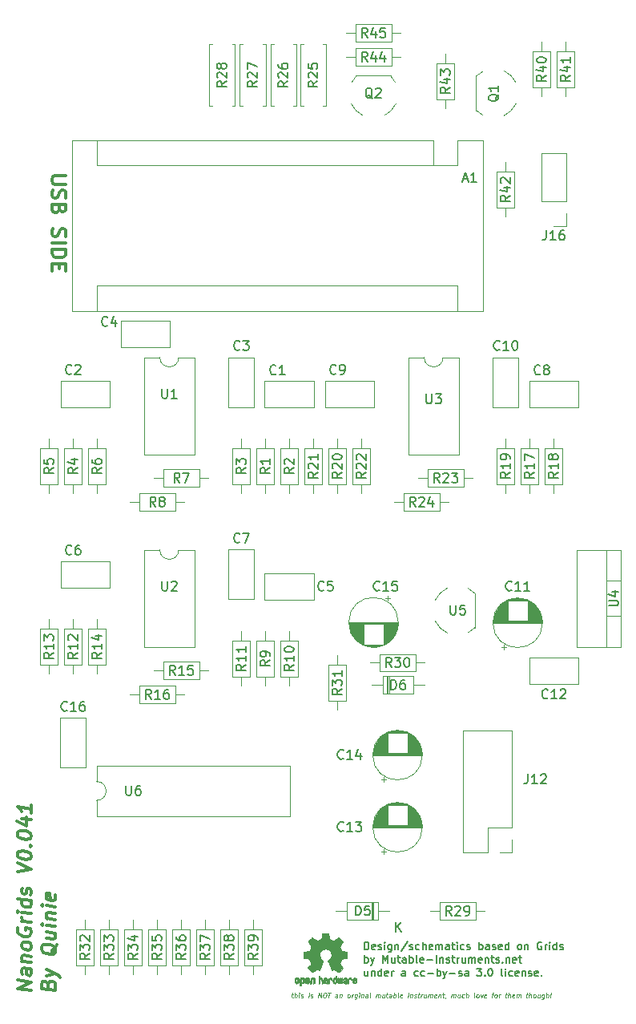
<source format=gbr>
G04 #@! TF.GenerationSoftware,KiCad,Pcbnew,(5.1.6)-1*
G04 #@! TF.CreationDate,2021-07-28T13:55:03+02:00*
G04 #@! TF.ProjectId,GridsNanoV3,47726964-734e-4616-9e6f-56332e6b6963,rev?*
G04 #@! TF.SameCoordinates,Original*
G04 #@! TF.FileFunction,Legend,Top*
G04 #@! TF.FilePolarity,Positive*
%FSLAX46Y46*%
G04 Gerber Fmt 4.6, Leading zero omitted, Abs format (unit mm)*
G04 Created by KiCad (PCBNEW (5.1.6)-1) date 2021-07-28 13:55:03*
%MOMM*%
%LPD*%
G01*
G04 APERTURE LIST*
%ADD10C,0.300000*%
%ADD11C,0.200000*%
%ADD12C,0.100000*%
%ADD13C,0.120000*%
%ADD14C,0.010000*%
%ADD15C,0.150000*%
G04 APERTURE END LIST*
D10*
X104813571Y-121358928D02*
X103313571Y-121171428D01*
X104813571Y-120501785D01*
X103313571Y-120314285D01*
X104813571Y-119144642D02*
X104027857Y-119046428D01*
X103885000Y-119100000D01*
X103813571Y-119233928D01*
X103813571Y-119519642D01*
X103885000Y-119671428D01*
X104742142Y-119135714D02*
X104813571Y-119287500D01*
X104813571Y-119644642D01*
X104742142Y-119778571D01*
X104599285Y-119832142D01*
X104456428Y-119814285D01*
X104313571Y-119725000D01*
X104242142Y-119573214D01*
X104242142Y-119216071D01*
X104170714Y-119064285D01*
X103813571Y-118305357D02*
X104813571Y-118430357D01*
X103956428Y-118323214D02*
X103885000Y-118242857D01*
X103813571Y-118091071D01*
X103813571Y-117876785D01*
X103885000Y-117742857D01*
X104027857Y-117689285D01*
X104813571Y-117787500D01*
X104813571Y-116858928D02*
X104742142Y-116992857D01*
X104670714Y-117055357D01*
X104527857Y-117108928D01*
X104099285Y-117055357D01*
X103956428Y-116966071D01*
X103885000Y-116885714D01*
X103813571Y-116733928D01*
X103813571Y-116519642D01*
X103885000Y-116385714D01*
X103956428Y-116323214D01*
X104099285Y-116269642D01*
X104527857Y-116323214D01*
X104670714Y-116412500D01*
X104742142Y-116492857D01*
X104813571Y-116644642D01*
X104813571Y-116858928D01*
X103385000Y-114751785D02*
X103313571Y-114885714D01*
X103313571Y-115100000D01*
X103385000Y-115323214D01*
X103527857Y-115483928D01*
X103670714Y-115573214D01*
X103956428Y-115680357D01*
X104170714Y-115707142D01*
X104456428Y-115671428D01*
X104599285Y-115617857D01*
X104742142Y-115492857D01*
X104813571Y-115287500D01*
X104813571Y-115144642D01*
X104742142Y-114921428D01*
X104670714Y-114841071D01*
X104170714Y-114778571D01*
X104170714Y-115064285D01*
X104813571Y-114216071D02*
X103813571Y-114091071D01*
X104099285Y-114126785D02*
X103956428Y-114037500D01*
X103885000Y-113957142D01*
X103813571Y-113805357D01*
X103813571Y-113662500D01*
X104813571Y-113287500D02*
X103813571Y-113162500D01*
X103313571Y-113100000D02*
X103385000Y-113180357D01*
X103456428Y-113117857D01*
X103385000Y-113037500D01*
X103313571Y-113100000D01*
X103456428Y-113117857D01*
X104813571Y-111930357D02*
X103313571Y-111742857D01*
X104742142Y-111921428D02*
X104813571Y-112073214D01*
X104813571Y-112358928D01*
X104742142Y-112492857D01*
X104670714Y-112555357D01*
X104527857Y-112608928D01*
X104099285Y-112555357D01*
X103956428Y-112466071D01*
X103885000Y-112385714D01*
X103813571Y-112233928D01*
X103813571Y-111948214D01*
X103885000Y-111814285D01*
X104742142Y-111278571D02*
X104813571Y-111144642D01*
X104813571Y-110858928D01*
X104742142Y-110707142D01*
X104599285Y-110617857D01*
X104527857Y-110608928D01*
X104385000Y-110662500D01*
X104313571Y-110796428D01*
X104313571Y-111010714D01*
X104242142Y-111144642D01*
X104099285Y-111198214D01*
X104027857Y-111189285D01*
X103885000Y-111100000D01*
X103813571Y-110948214D01*
X103813571Y-110733928D01*
X103885000Y-110600000D01*
X103313571Y-108885714D02*
X104813571Y-108573214D01*
X103313571Y-107885714D01*
X103313571Y-107100000D02*
X103313571Y-106957142D01*
X103385000Y-106823214D01*
X103456428Y-106760714D01*
X103599285Y-106707142D01*
X103885000Y-106671428D01*
X104242142Y-106716071D01*
X104527857Y-106823214D01*
X104670714Y-106912500D01*
X104742142Y-106992857D01*
X104813571Y-107144642D01*
X104813571Y-107287500D01*
X104742142Y-107421428D01*
X104670714Y-107483928D01*
X104527857Y-107537500D01*
X104242142Y-107573214D01*
X103885000Y-107528571D01*
X103599285Y-107421428D01*
X103456428Y-107332142D01*
X103385000Y-107251785D01*
X103313571Y-107100000D01*
X104670714Y-106126785D02*
X104742142Y-106064285D01*
X104813571Y-106144642D01*
X104742142Y-106207142D01*
X104670714Y-106126785D01*
X104813571Y-106144642D01*
X103313571Y-104957142D02*
X103313571Y-104814285D01*
X103385000Y-104680357D01*
X103456428Y-104617857D01*
X103599285Y-104564285D01*
X103885000Y-104528571D01*
X104242142Y-104573214D01*
X104527857Y-104680357D01*
X104670714Y-104769642D01*
X104742142Y-104850000D01*
X104813571Y-105001785D01*
X104813571Y-105144642D01*
X104742142Y-105278571D01*
X104670714Y-105341071D01*
X104527857Y-105394642D01*
X104242142Y-105430357D01*
X103885000Y-105385714D01*
X103599285Y-105278571D01*
X103456428Y-105189285D01*
X103385000Y-105108928D01*
X103313571Y-104957142D01*
X103813571Y-103233928D02*
X104813571Y-103358928D01*
X103242142Y-103519642D02*
X104313571Y-104010714D01*
X104313571Y-103082142D01*
X104813571Y-101787500D02*
X104813571Y-102644642D01*
X104813571Y-102216071D02*
X103313571Y-102028571D01*
X103527857Y-102198214D01*
X103670714Y-102358928D01*
X103742142Y-102510714D01*
X106577857Y-120760714D02*
X106649285Y-120555357D01*
X106720714Y-120492857D01*
X106863571Y-120439285D01*
X107077857Y-120466071D01*
X107220714Y-120555357D01*
X107292142Y-120635714D01*
X107363571Y-120787500D01*
X107363571Y-121358928D01*
X105863571Y-121171428D01*
X105863571Y-120671428D01*
X105935000Y-120537500D01*
X106006428Y-120475000D01*
X106149285Y-120421428D01*
X106292142Y-120439285D01*
X106435000Y-120528571D01*
X106506428Y-120608928D01*
X106577857Y-120760714D01*
X106577857Y-121260714D01*
X106363571Y-119876785D02*
X107363571Y-119644642D01*
X106363571Y-119162500D02*
X107363571Y-119644642D01*
X107720714Y-119832142D01*
X107792142Y-119912500D01*
X107863571Y-120064285D01*
X107506428Y-116591071D02*
X107435000Y-116725000D01*
X107292142Y-116850000D01*
X107077857Y-117037500D01*
X107006428Y-117171428D01*
X107006428Y-117314285D01*
X107363571Y-117287500D02*
X107292142Y-117421428D01*
X107149285Y-117546428D01*
X106863571Y-117582142D01*
X106363571Y-117519642D01*
X106077857Y-117412500D01*
X105935000Y-117251785D01*
X105863571Y-117100000D01*
X105863571Y-116814285D01*
X105935000Y-116680357D01*
X106077857Y-116555357D01*
X106363571Y-116519642D01*
X106863571Y-116582142D01*
X107149285Y-116689285D01*
X107292142Y-116850000D01*
X107363571Y-117001785D01*
X107363571Y-117287500D01*
X106363571Y-115233928D02*
X107363571Y-115358928D01*
X106363571Y-115876785D02*
X107149285Y-115975000D01*
X107292142Y-115921428D01*
X107363571Y-115787500D01*
X107363571Y-115573214D01*
X107292142Y-115421428D01*
X107220714Y-115341071D01*
X107363571Y-114644642D02*
X106363571Y-114519642D01*
X105863571Y-114457142D02*
X105935000Y-114537500D01*
X106006428Y-114475000D01*
X105935000Y-114394642D01*
X105863571Y-114457142D01*
X106006428Y-114475000D01*
X106363571Y-113805357D02*
X107363571Y-113930357D01*
X106506428Y-113823214D02*
X106435000Y-113742857D01*
X106363571Y-113591071D01*
X106363571Y-113376785D01*
X106435000Y-113242857D01*
X106577857Y-113189285D01*
X107363571Y-113287500D01*
X107363571Y-112573214D02*
X106363571Y-112448214D01*
X105863571Y-112385714D02*
X105935000Y-112466071D01*
X106006428Y-112403571D01*
X105935000Y-112323214D01*
X105863571Y-112385714D01*
X106006428Y-112403571D01*
X107292142Y-111278571D02*
X107363571Y-111430357D01*
X107363571Y-111716071D01*
X107292142Y-111850000D01*
X107149285Y-111903571D01*
X106577857Y-111832142D01*
X106435000Y-111742857D01*
X106363571Y-111591071D01*
X106363571Y-111305357D01*
X106435000Y-111171428D01*
X106577857Y-111117857D01*
X106720714Y-111135714D01*
X106863571Y-111867857D01*
D11*
X140020476Y-117071904D02*
X140020476Y-116271904D01*
X140210952Y-116271904D01*
X140325238Y-116310000D01*
X140401428Y-116386190D01*
X140439523Y-116462380D01*
X140477619Y-116614761D01*
X140477619Y-116729047D01*
X140439523Y-116881428D01*
X140401428Y-116957619D01*
X140325238Y-117033809D01*
X140210952Y-117071904D01*
X140020476Y-117071904D01*
X141125238Y-117033809D02*
X141049047Y-117071904D01*
X140896666Y-117071904D01*
X140820476Y-117033809D01*
X140782380Y-116957619D01*
X140782380Y-116652857D01*
X140820476Y-116576666D01*
X140896666Y-116538571D01*
X141049047Y-116538571D01*
X141125238Y-116576666D01*
X141163333Y-116652857D01*
X141163333Y-116729047D01*
X140782380Y-116805238D01*
X141468095Y-117033809D02*
X141544285Y-117071904D01*
X141696666Y-117071904D01*
X141772857Y-117033809D01*
X141810952Y-116957619D01*
X141810952Y-116919523D01*
X141772857Y-116843333D01*
X141696666Y-116805238D01*
X141582380Y-116805238D01*
X141506190Y-116767142D01*
X141468095Y-116690952D01*
X141468095Y-116652857D01*
X141506190Y-116576666D01*
X141582380Y-116538571D01*
X141696666Y-116538571D01*
X141772857Y-116576666D01*
X142153809Y-117071904D02*
X142153809Y-116538571D01*
X142153809Y-116271904D02*
X142115714Y-116310000D01*
X142153809Y-116348095D01*
X142191904Y-116310000D01*
X142153809Y-116271904D01*
X142153809Y-116348095D01*
X142877619Y-116538571D02*
X142877619Y-117186190D01*
X142839523Y-117262380D01*
X142801428Y-117300476D01*
X142725238Y-117338571D01*
X142610952Y-117338571D01*
X142534761Y-117300476D01*
X142877619Y-117033809D02*
X142801428Y-117071904D01*
X142649047Y-117071904D01*
X142572857Y-117033809D01*
X142534761Y-116995714D01*
X142496666Y-116919523D01*
X142496666Y-116690952D01*
X142534761Y-116614761D01*
X142572857Y-116576666D01*
X142649047Y-116538571D01*
X142801428Y-116538571D01*
X142877619Y-116576666D01*
X143258571Y-116538571D02*
X143258571Y-117071904D01*
X143258571Y-116614761D02*
X143296666Y-116576666D01*
X143372857Y-116538571D01*
X143487142Y-116538571D01*
X143563333Y-116576666D01*
X143601428Y-116652857D01*
X143601428Y-117071904D01*
X144553809Y-116233809D02*
X143868095Y-117262380D01*
X144782380Y-117033809D02*
X144858571Y-117071904D01*
X145010952Y-117071904D01*
X145087142Y-117033809D01*
X145125238Y-116957619D01*
X145125238Y-116919523D01*
X145087142Y-116843333D01*
X145010952Y-116805238D01*
X144896666Y-116805238D01*
X144820476Y-116767142D01*
X144782380Y-116690952D01*
X144782380Y-116652857D01*
X144820476Y-116576666D01*
X144896666Y-116538571D01*
X145010952Y-116538571D01*
X145087142Y-116576666D01*
X145810952Y-117033809D02*
X145734761Y-117071904D01*
X145582380Y-117071904D01*
X145506190Y-117033809D01*
X145468095Y-116995714D01*
X145430000Y-116919523D01*
X145430000Y-116690952D01*
X145468095Y-116614761D01*
X145506190Y-116576666D01*
X145582380Y-116538571D01*
X145734761Y-116538571D01*
X145810952Y-116576666D01*
X146153809Y-117071904D02*
X146153809Y-116271904D01*
X146496666Y-117071904D02*
X146496666Y-116652857D01*
X146458571Y-116576666D01*
X146382380Y-116538571D01*
X146268095Y-116538571D01*
X146191904Y-116576666D01*
X146153809Y-116614761D01*
X147182380Y-117033809D02*
X147106190Y-117071904D01*
X146953809Y-117071904D01*
X146877619Y-117033809D01*
X146839523Y-116957619D01*
X146839523Y-116652857D01*
X146877619Y-116576666D01*
X146953809Y-116538571D01*
X147106190Y-116538571D01*
X147182380Y-116576666D01*
X147220476Y-116652857D01*
X147220476Y-116729047D01*
X146839523Y-116805238D01*
X147563333Y-117071904D02*
X147563333Y-116538571D01*
X147563333Y-116614761D02*
X147601428Y-116576666D01*
X147677619Y-116538571D01*
X147791904Y-116538571D01*
X147868095Y-116576666D01*
X147906190Y-116652857D01*
X147906190Y-117071904D01*
X147906190Y-116652857D02*
X147944285Y-116576666D01*
X148020476Y-116538571D01*
X148134761Y-116538571D01*
X148210952Y-116576666D01*
X148249047Y-116652857D01*
X148249047Y-117071904D01*
X148972857Y-117071904D02*
X148972857Y-116652857D01*
X148934761Y-116576666D01*
X148858571Y-116538571D01*
X148706190Y-116538571D01*
X148630000Y-116576666D01*
X148972857Y-117033809D02*
X148896666Y-117071904D01*
X148706190Y-117071904D01*
X148630000Y-117033809D01*
X148591904Y-116957619D01*
X148591904Y-116881428D01*
X148630000Y-116805238D01*
X148706190Y-116767142D01*
X148896666Y-116767142D01*
X148972857Y-116729047D01*
X149239523Y-116538571D02*
X149544285Y-116538571D01*
X149353809Y-116271904D02*
X149353809Y-116957619D01*
X149391904Y-117033809D01*
X149468095Y-117071904D01*
X149544285Y-117071904D01*
X149810952Y-117071904D02*
X149810952Y-116538571D01*
X149810952Y-116271904D02*
X149772857Y-116310000D01*
X149810952Y-116348095D01*
X149849047Y-116310000D01*
X149810952Y-116271904D01*
X149810952Y-116348095D01*
X150534761Y-117033809D02*
X150458571Y-117071904D01*
X150306190Y-117071904D01*
X150230000Y-117033809D01*
X150191904Y-116995714D01*
X150153809Y-116919523D01*
X150153809Y-116690952D01*
X150191904Y-116614761D01*
X150230000Y-116576666D01*
X150306190Y-116538571D01*
X150458571Y-116538571D01*
X150534761Y-116576666D01*
X150839523Y-117033809D02*
X150915714Y-117071904D01*
X151068095Y-117071904D01*
X151144285Y-117033809D01*
X151182380Y-116957619D01*
X151182380Y-116919523D01*
X151144285Y-116843333D01*
X151068095Y-116805238D01*
X150953809Y-116805238D01*
X150877619Y-116767142D01*
X150839523Y-116690952D01*
X150839523Y-116652857D01*
X150877619Y-116576666D01*
X150953809Y-116538571D01*
X151068095Y-116538571D01*
X151144285Y-116576666D01*
X152134761Y-117071904D02*
X152134761Y-116271904D01*
X152134761Y-116576666D02*
X152210952Y-116538571D01*
X152363333Y-116538571D01*
X152439523Y-116576666D01*
X152477619Y-116614761D01*
X152515714Y-116690952D01*
X152515714Y-116919523D01*
X152477619Y-116995714D01*
X152439523Y-117033809D01*
X152363333Y-117071904D01*
X152210952Y-117071904D01*
X152134761Y-117033809D01*
X153201428Y-117071904D02*
X153201428Y-116652857D01*
X153163333Y-116576666D01*
X153087142Y-116538571D01*
X152934761Y-116538571D01*
X152858571Y-116576666D01*
X153201428Y-117033809D02*
X153125238Y-117071904D01*
X152934761Y-117071904D01*
X152858571Y-117033809D01*
X152820476Y-116957619D01*
X152820476Y-116881428D01*
X152858571Y-116805238D01*
X152934761Y-116767142D01*
X153125238Y-116767142D01*
X153201428Y-116729047D01*
X153544285Y-117033809D02*
X153620476Y-117071904D01*
X153772857Y-117071904D01*
X153849047Y-117033809D01*
X153887142Y-116957619D01*
X153887142Y-116919523D01*
X153849047Y-116843333D01*
X153772857Y-116805238D01*
X153658571Y-116805238D01*
X153582380Y-116767142D01*
X153544285Y-116690952D01*
X153544285Y-116652857D01*
X153582380Y-116576666D01*
X153658571Y-116538571D01*
X153772857Y-116538571D01*
X153849047Y-116576666D01*
X154534761Y-117033809D02*
X154458571Y-117071904D01*
X154306190Y-117071904D01*
X154230000Y-117033809D01*
X154191904Y-116957619D01*
X154191904Y-116652857D01*
X154230000Y-116576666D01*
X154306190Y-116538571D01*
X154458571Y-116538571D01*
X154534761Y-116576666D01*
X154572857Y-116652857D01*
X154572857Y-116729047D01*
X154191904Y-116805238D01*
X155258571Y-117071904D02*
X155258571Y-116271904D01*
X155258571Y-117033809D02*
X155182380Y-117071904D01*
X155030000Y-117071904D01*
X154953809Y-117033809D01*
X154915714Y-116995714D01*
X154877619Y-116919523D01*
X154877619Y-116690952D01*
X154915714Y-116614761D01*
X154953809Y-116576666D01*
X155030000Y-116538571D01*
X155182380Y-116538571D01*
X155258571Y-116576666D01*
X156363333Y-117071904D02*
X156287142Y-117033809D01*
X156249047Y-116995714D01*
X156210952Y-116919523D01*
X156210952Y-116690952D01*
X156249047Y-116614761D01*
X156287142Y-116576666D01*
X156363333Y-116538571D01*
X156477619Y-116538571D01*
X156553809Y-116576666D01*
X156591904Y-116614761D01*
X156630000Y-116690952D01*
X156630000Y-116919523D01*
X156591904Y-116995714D01*
X156553809Y-117033809D01*
X156477619Y-117071904D01*
X156363333Y-117071904D01*
X156972857Y-116538571D02*
X156972857Y-117071904D01*
X156972857Y-116614761D02*
X157010952Y-116576666D01*
X157087142Y-116538571D01*
X157201428Y-116538571D01*
X157277619Y-116576666D01*
X157315714Y-116652857D01*
X157315714Y-117071904D01*
X158725238Y-116310000D02*
X158649047Y-116271904D01*
X158534761Y-116271904D01*
X158420476Y-116310000D01*
X158344285Y-116386190D01*
X158306190Y-116462380D01*
X158268095Y-116614761D01*
X158268095Y-116729047D01*
X158306190Y-116881428D01*
X158344285Y-116957619D01*
X158420476Y-117033809D01*
X158534761Y-117071904D01*
X158610952Y-117071904D01*
X158725238Y-117033809D01*
X158763333Y-116995714D01*
X158763333Y-116729047D01*
X158610952Y-116729047D01*
X159106190Y-117071904D02*
X159106190Y-116538571D01*
X159106190Y-116690952D02*
X159144285Y-116614761D01*
X159182380Y-116576666D01*
X159258571Y-116538571D01*
X159334761Y-116538571D01*
X159601428Y-117071904D02*
X159601428Y-116538571D01*
X159601428Y-116271904D02*
X159563333Y-116310000D01*
X159601428Y-116348095D01*
X159639523Y-116310000D01*
X159601428Y-116271904D01*
X159601428Y-116348095D01*
X160325238Y-117071904D02*
X160325238Y-116271904D01*
X160325238Y-117033809D02*
X160249047Y-117071904D01*
X160096666Y-117071904D01*
X160020476Y-117033809D01*
X159982380Y-116995714D01*
X159944285Y-116919523D01*
X159944285Y-116690952D01*
X159982380Y-116614761D01*
X160020476Y-116576666D01*
X160096666Y-116538571D01*
X160249047Y-116538571D01*
X160325238Y-116576666D01*
X160668095Y-117033809D02*
X160744285Y-117071904D01*
X160896666Y-117071904D01*
X160972857Y-117033809D01*
X161010952Y-116957619D01*
X161010952Y-116919523D01*
X160972857Y-116843333D01*
X160896666Y-116805238D01*
X160782380Y-116805238D01*
X160706190Y-116767142D01*
X160668095Y-116690952D01*
X160668095Y-116652857D01*
X160706190Y-116576666D01*
X160782380Y-116538571D01*
X160896666Y-116538571D01*
X160972857Y-116576666D01*
X140020476Y-118471904D02*
X140020476Y-117671904D01*
X140020476Y-117976666D02*
X140096666Y-117938571D01*
X140249047Y-117938571D01*
X140325238Y-117976666D01*
X140363333Y-118014761D01*
X140401428Y-118090952D01*
X140401428Y-118319523D01*
X140363333Y-118395714D01*
X140325238Y-118433809D01*
X140249047Y-118471904D01*
X140096666Y-118471904D01*
X140020476Y-118433809D01*
X140668095Y-117938571D02*
X140858571Y-118471904D01*
X141049047Y-117938571D02*
X140858571Y-118471904D01*
X140782380Y-118662380D01*
X140744285Y-118700476D01*
X140668095Y-118738571D01*
X141963333Y-118471904D02*
X141963333Y-117671904D01*
X142230000Y-118243333D01*
X142496666Y-117671904D01*
X142496666Y-118471904D01*
X143220476Y-117938571D02*
X143220476Y-118471904D01*
X142877619Y-117938571D02*
X142877619Y-118357619D01*
X142915714Y-118433809D01*
X142991904Y-118471904D01*
X143106190Y-118471904D01*
X143182380Y-118433809D01*
X143220476Y-118395714D01*
X143487142Y-117938571D02*
X143791904Y-117938571D01*
X143601428Y-117671904D02*
X143601428Y-118357619D01*
X143639523Y-118433809D01*
X143715714Y-118471904D01*
X143791904Y-118471904D01*
X144401428Y-118471904D02*
X144401428Y-118052857D01*
X144363333Y-117976666D01*
X144287142Y-117938571D01*
X144134761Y-117938571D01*
X144058571Y-117976666D01*
X144401428Y-118433809D02*
X144325238Y-118471904D01*
X144134761Y-118471904D01*
X144058571Y-118433809D01*
X144020476Y-118357619D01*
X144020476Y-118281428D01*
X144058571Y-118205238D01*
X144134761Y-118167142D01*
X144325238Y-118167142D01*
X144401428Y-118129047D01*
X144782380Y-118471904D02*
X144782380Y-117671904D01*
X144782380Y-117976666D02*
X144858571Y-117938571D01*
X145010952Y-117938571D01*
X145087142Y-117976666D01*
X145125238Y-118014761D01*
X145163333Y-118090952D01*
X145163333Y-118319523D01*
X145125238Y-118395714D01*
X145087142Y-118433809D01*
X145010952Y-118471904D01*
X144858571Y-118471904D01*
X144782380Y-118433809D01*
X145620476Y-118471904D02*
X145544285Y-118433809D01*
X145506190Y-118357619D01*
X145506190Y-117671904D01*
X146230000Y-118433809D02*
X146153809Y-118471904D01*
X146001428Y-118471904D01*
X145925238Y-118433809D01*
X145887142Y-118357619D01*
X145887142Y-118052857D01*
X145925238Y-117976666D01*
X146001428Y-117938571D01*
X146153809Y-117938571D01*
X146230000Y-117976666D01*
X146268095Y-118052857D01*
X146268095Y-118129047D01*
X145887142Y-118205238D01*
X146610952Y-118167142D02*
X147220476Y-118167142D01*
X147601428Y-118471904D02*
X147601428Y-117671904D01*
X147982380Y-117938571D02*
X147982380Y-118471904D01*
X147982380Y-118014761D02*
X148020476Y-117976666D01*
X148096666Y-117938571D01*
X148210952Y-117938571D01*
X148287142Y-117976666D01*
X148325238Y-118052857D01*
X148325238Y-118471904D01*
X148668095Y-118433809D02*
X148744285Y-118471904D01*
X148896666Y-118471904D01*
X148972857Y-118433809D01*
X149010952Y-118357619D01*
X149010952Y-118319523D01*
X148972857Y-118243333D01*
X148896666Y-118205238D01*
X148782380Y-118205238D01*
X148706190Y-118167142D01*
X148668095Y-118090952D01*
X148668095Y-118052857D01*
X148706190Y-117976666D01*
X148782380Y-117938571D01*
X148896666Y-117938571D01*
X148972857Y-117976666D01*
X149239523Y-117938571D02*
X149544285Y-117938571D01*
X149353809Y-117671904D02*
X149353809Y-118357619D01*
X149391904Y-118433809D01*
X149468095Y-118471904D01*
X149544285Y-118471904D01*
X149810952Y-118471904D02*
X149810952Y-117938571D01*
X149810952Y-118090952D02*
X149849047Y-118014761D01*
X149887142Y-117976666D01*
X149963333Y-117938571D01*
X150039523Y-117938571D01*
X150649047Y-117938571D02*
X150649047Y-118471904D01*
X150306190Y-117938571D02*
X150306190Y-118357619D01*
X150344285Y-118433809D01*
X150420476Y-118471904D01*
X150534761Y-118471904D01*
X150610952Y-118433809D01*
X150649047Y-118395714D01*
X151030000Y-118471904D02*
X151030000Y-117938571D01*
X151030000Y-118014761D02*
X151068095Y-117976666D01*
X151144285Y-117938571D01*
X151258571Y-117938571D01*
X151334761Y-117976666D01*
X151372857Y-118052857D01*
X151372857Y-118471904D01*
X151372857Y-118052857D02*
X151410952Y-117976666D01*
X151487142Y-117938571D01*
X151601428Y-117938571D01*
X151677619Y-117976666D01*
X151715714Y-118052857D01*
X151715714Y-118471904D01*
X152401428Y-118433809D02*
X152325238Y-118471904D01*
X152172857Y-118471904D01*
X152096666Y-118433809D01*
X152058571Y-118357619D01*
X152058571Y-118052857D01*
X152096666Y-117976666D01*
X152172857Y-117938571D01*
X152325238Y-117938571D01*
X152401428Y-117976666D01*
X152439523Y-118052857D01*
X152439523Y-118129047D01*
X152058571Y-118205238D01*
X152782380Y-117938571D02*
X152782380Y-118471904D01*
X152782380Y-118014761D02*
X152820476Y-117976666D01*
X152896666Y-117938571D01*
X153010952Y-117938571D01*
X153087142Y-117976666D01*
X153125238Y-118052857D01*
X153125238Y-118471904D01*
X153391904Y-117938571D02*
X153696666Y-117938571D01*
X153506190Y-117671904D02*
X153506190Y-118357619D01*
X153544285Y-118433809D01*
X153620476Y-118471904D01*
X153696666Y-118471904D01*
X153925238Y-118433809D02*
X154001428Y-118471904D01*
X154153809Y-118471904D01*
X154230000Y-118433809D01*
X154268095Y-118357619D01*
X154268095Y-118319523D01*
X154230000Y-118243333D01*
X154153809Y-118205238D01*
X154039523Y-118205238D01*
X153963333Y-118167142D01*
X153925238Y-118090952D01*
X153925238Y-118052857D01*
X153963333Y-117976666D01*
X154039523Y-117938571D01*
X154153809Y-117938571D01*
X154230000Y-117976666D01*
X154610952Y-118395714D02*
X154649047Y-118433809D01*
X154610952Y-118471904D01*
X154572857Y-118433809D01*
X154610952Y-118395714D01*
X154610952Y-118471904D01*
X154991904Y-117938571D02*
X154991904Y-118471904D01*
X154991904Y-118014761D02*
X155030000Y-117976666D01*
X155106190Y-117938571D01*
X155220476Y-117938571D01*
X155296666Y-117976666D01*
X155334761Y-118052857D01*
X155334761Y-118471904D01*
X156020476Y-118433809D02*
X155944285Y-118471904D01*
X155791904Y-118471904D01*
X155715714Y-118433809D01*
X155677619Y-118357619D01*
X155677619Y-118052857D01*
X155715714Y-117976666D01*
X155791904Y-117938571D01*
X155944285Y-117938571D01*
X156020476Y-117976666D01*
X156058571Y-118052857D01*
X156058571Y-118129047D01*
X155677619Y-118205238D01*
X156287142Y-117938571D02*
X156591904Y-117938571D01*
X156401428Y-117671904D02*
X156401428Y-118357619D01*
X156439523Y-118433809D01*
X156515714Y-118471904D01*
X156591904Y-118471904D01*
X140363333Y-119338571D02*
X140363333Y-119871904D01*
X140020476Y-119338571D02*
X140020476Y-119757619D01*
X140058571Y-119833809D01*
X140134761Y-119871904D01*
X140249047Y-119871904D01*
X140325238Y-119833809D01*
X140363333Y-119795714D01*
X140744285Y-119338571D02*
X140744285Y-119871904D01*
X140744285Y-119414761D02*
X140782380Y-119376666D01*
X140858571Y-119338571D01*
X140972857Y-119338571D01*
X141049047Y-119376666D01*
X141087142Y-119452857D01*
X141087142Y-119871904D01*
X141810952Y-119871904D02*
X141810952Y-119071904D01*
X141810952Y-119833809D02*
X141734761Y-119871904D01*
X141582380Y-119871904D01*
X141506190Y-119833809D01*
X141468095Y-119795714D01*
X141430000Y-119719523D01*
X141430000Y-119490952D01*
X141468095Y-119414761D01*
X141506190Y-119376666D01*
X141582380Y-119338571D01*
X141734761Y-119338571D01*
X141810952Y-119376666D01*
X142496666Y-119833809D02*
X142420476Y-119871904D01*
X142268095Y-119871904D01*
X142191904Y-119833809D01*
X142153809Y-119757619D01*
X142153809Y-119452857D01*
X142191904Y-119376666D01*
X142268095Y-119338571D01*
X142420476Y-119338571D01*
X142496666Y-119376666D01*
X142534761Y-119452857D01*
X142534761Y-119529047D01*
X142153809Y-119605238D01*
X142877619Y-119871904D02*
X142877619Y-119338571D01*
X142877619Y-119490952D02*
X142915714Y-119414761D01*
X142953809Y-119376666D01*
X143030000Y-119338571D01*
X143106190Y-119338571D01*
X144325238Y-119871904D02*
X144325238Y-119452857D01*
X144287142Y-119376666D01*
X144210952Y-119338571D01*
X144058571Y-119338571D01*
X143982380Y-119376666D01*
X144325238Y-119833809D02*
X144249047Y-119871904D01*
X144058571Y-119871904D01*
X143982380Y-119833809D01*
X143944285Y-119757619D01*
X143944285Y-119681428D01*
X143982380Y-119605238D01*
X144058571Y-119567142D01*
X144249047Y-119567142D01*
X144325238Y-119529047D01*
X145658571Y-119833809D02*
X145582380Y-119871904D01*
X145430000Y-119871904D01*
X145353809Y-119833809D01*
X145315714Y-119795714D01*
X145277619Y-119719523D01*
X145277619Y-119490952D01*
X145315714Y-119414761D01*
X145353809Y-119376666D01*
X145430000Y-119338571D01*
X145582380Y-119338571D01*
X145658571Y-119376666D01*
X146344285Y-119833809D02*
X146268095Y-119871904D01*
X146115714Y-119871904D01*
X146039523Y-119833809D01*
X146001428Y-119795714D01*
X145963333Y-119719523D01*
X145963333Y-119490952D01*
X146001428Y-119414761D01*
X146039523Y-119376666D01*
X146115714Y-119338571D01*
X146268095Y-119338571D01*
X146344285Y-119376666D01*
X146687142Y-119567142D02*
X147296666Y-119567142D01*
X147677619Y-119871904D02*
X147677619Y-119071904D01*
X147677619Y-119376666D02*
X147753809Y-119338571D01*
X147906190Y-119338571D01*
X147982380Y-119376666D01*
X148020476Y-119414761D01*
X148058571Y-119490952D01*
X148058571Y-119719523D01*
X148020476Y-119795714D01*
X147982380Y-119833809D01*
X147906190Y-119871904D01*
X147753809Y-119871904D01*
X147677619Y-119833809D01*
X148325238Y-119338571D02*
X148515714Y-119871904D01*
X148706190Y-119338571D02*
X148515714Y-119871904D01*
X148439523Y-120062380D01*
X148401428Y-120100476D01*
X148325238Y-120138571D01*
X149010952Y-119567142D02*
X149620476Y-119567142D01*
X149963333Y-119833809D02*
X150039523Y-119871904D01*
X150191904Y-119871904D01*
X150268095Y-119833809D01*
X150306190Y-119757619D01*
X150306190Y-119719523D01*
X150268095Y-119643333D01*
X150191904Y-119605238D01*
X150077619Y-119605238D01*
X150001428Y-119567142D01*
X149963333Y-119490952D01*
X149963333Y-119452857D01*
X150001428Y-119376666D01*
X150077619Y-119338571D01*
X150191904Y-119338571D01*
X150268095Y-119376666D01*
X150991904Y-119871904D02*
X150991904Y-119452857D01*
X150953809Y-119376666D01*
X150877619Y-119338571D01*
X150725238Y-119338571D01*
X150649047Y-119376666D01*
X150991904Y-119833809D02*
X150915714Y-119871904D01*
X150725238Y-119871904D01*
X150649047Y-119833809D01*
X150610952Y-119757619D01*
X150610952Y-119681428D01*
X150649047Y-119605238D01*
X150725238Y-119567142D01*
X150915714Y-119567142D01*
X150991904Y-119529047D01*
X151906190Y-119071904D02*
X152401428Y-119071904D01*
X152134761Y-119376666D01*
X152249047Y-119376666D01*
X152325238Y-119414761D01*
X152363333Y-119452857D01*
X152401428Y-119529047D01*
X152401428Y-119719523D01*
X152363333Y-119795714D01*
X152325238Y-119833809D01*
X152249047Y-119871904D01*
X152020476Y-119871904D01*
X151944285Y-119833809D01*
X151906190Y-119795714D01*
X152744285Y-119795714D02*
X152782380Y-119833809D01*
X152744285Y-119871904D01*
X152706190Y-119833809D01*
X152744285Y-119795714D01*
X152744285Y-119871904D01*
X153277619Y-119071904D02*
X153353809Y-119071904D01*
X153430000Y-119110000D01*
X153468095Y-119148095D01*
X153506190Y-119224285D01*
X153544285Y-119376666D01*
X153544285Y-119567142D01*
X153506190Y-119719523D01*
X153468095Y-119795714D01*
X153430000Y-119833809D01*
X153353809Y-119871904D01*
X153277619Y-119871904D01*
X153201428Y-119833809D01*
X153163333Y-119795714D01*
X153125238Y-119719523D01*
X153087142Y-119567142D01*
X153087142Y-119376666D01*
X153125238Y-119224285D01*
X153163333Y-119148095D01*
X153201428Y-119110000D01*
X153277619Y-119071904D01*
X154610952Y-119871904D02*
X154534761Y-119833809D01*
X154496666Y-119757619D01*
X154496666Y-119071904D01*
X154915714Y-119871904D02*
X154915714Y-119338571D01*
X154915714Y-119071904D02*
X154877619Y-119110000D01*
X154915714Y-119148095D01*
X154953809Y-119110000D01*
X154915714Y-119071904D01*
X154915714Y-119148095D01*
X155639523Y-119833809D02*
X155563333Y-119871904D01*
X155410952Y-119871904D01*
X155334761Y-119833809D01*
X155296666Y-119795714D01*
X155258571Y-119719523D01*
X155258571Y-119490952D01*
X155296666Y-119414761D01*
X155334761Y-119376666D01*
X155410952Y-119338571D01*
X155563333Y-119338571D01*
X155639523Y-119376666D01*
X156287142Y-119833809D02*
X156210952Y-119871904D01*
X156058571Y-119871904D01*
X155982380Y-119833809D01*
X155944285Y-119757619D01*
X155944285Y-119452857D01*
X155982380Y-119376666D01*
X156058571Y-119338571D01*
X156210952Y-119338571D01*
X156287142Y-119376666D01*
X156325238Y-119452857D01*
X156325238Y-119529047D01*
X155944285Y-119605238D01*
X156668095Y-119338571D02*
X156668095Y-119871904D01*
X156668095Y-119414761D02*
X156706190Y-119376666D01*
X156782380Y-119338571D01*
X156896666Y-119338571D01*
X156972857Y-119376666D01*
X157010952Y-119452857D01*
X157010952Y-119871904D01*
X157353809Y-119833809D02*
X157430000Y-119871904D01*
X157582380Y-119871904D01*
X157658571Y-119833809D01*
X157696666Y-119757619D01*
X157696666Y-119719523D01*
X157658571Y-119643333D01*
X157582380Y-119605238D01*
X157468095Y-119605238D01*
X157391904Y-119567142D01*
X157353809Y-119490952D01*
X157353809Y-119452857D01*
X157391904Y-119376666D01*
X157468095Y-119338571D01*
X157582380Y-119338571D01*
X157658571Y-119376666D01*
X158344285Y-119833809D02*
X158268095Y-119871904D01*
X158115714Y-119871904D01*
X158039523Y-119833809D01*
X158001428Y-119757619D01*
X158001428Y-119452857D01*
X158039523Y-119376666D01*
X158115714Y-119338571D01*
X158268095Y-119338571D01*
X158344285Y-119376666D01*
X158382380Y-119452857D01*
X158382380Y-119529047D01*
X158001428Y-119605238D01*
X158725238Y-119795714D02*
X158763333Y-119833809D01*
X158725238Y-119871904D01*
X158687142Y-119833809D01*
X158725238Y-119795714D01*
X158725238Y-119871904D01*
D10*
X108466628Y-35396314D02*
X107252342Y-35396314D01*
X107109485Y-35467742D01*
X107038057Y-35539171D01*
X106966628Y-35682028D01*
X106966628Y-35967742D01*
X107038057Y-36110600D01*
X107109485Y-36182028D01*
X107252342Y-36253457D01*
X108466628Y-36253457D01*
X107038057Y-36896314D02*
X106966628Y-37110600D01*
X106966628Y-37467742D01*
X107038057Y-37610600D01*
X107109485Y-37682028D01*
X107252342Y-37753457D01*
X107395200Y-37753457D01*
X107538057Y-37682028D01*
X107609485Y-37610600D01*
X107680914Y-37467742D01*
X107752342Y-37182028D01*
X107823771Y-37039171D01*
X107895200Y-36967742D01*
X108038057Y-36896314D01*
X108180914Y-36896314D01*
X108323771Y-36967742D01*
X108395200Y-37039171D01*
X108466628Y-37182028D01*
X108466628Y-37539171D01*
X108395200Y-37753457D01*
X107752342Y-38896314D02*
X107680914Y-39110600D01*
X107609485Y-39182028D01*
X107466628Y-39253457D01*
X107252342Y-39253457D01*
X107109485Y-39182028D01*
X107038057Y-39110600D01*
X106966628Y-38967742D01*
X106966628Y-38396314D01*
X108466628Y-38396314D01*
X108466628Y-38896314D01*
X108395200Y-39039171D01*
X108323771Y-39110600D01*
X108180914Y-39182028D01*
X108038057Y-39182028D01*
X107895200Y-39110600D01*
X107823771Y-39039171D01*
X107752342Y-38896314D01*
X107752342Y-38396314D01*
X107038057Y-40967742D02*
X106966628Y-41182028D01*
X106966628Y-41539171D01*
X107038057Y-41682028D01*
X107109485Y-41753457D01*
X107252342Y-41824885D01*
X107395200Y-41824885D01*
X107538057Y-41753457D01*
X107609485Y-41682028D01*
X107680914Y-41539171D01*
X107752342Y-41253457D01*
X107823771Y-41110600D01*
X107895200Y-41039171D01*
X108038057Y-40967742D01*
X108180914Y-40967742D01*
X108323771Y-41039171D01*
X108395200Y-41110600D01*
X108466628Y-41253457D01*
X108466628Y-41610600D01*
X108395200Y-41824885D01*
X106966628Y-42467742D02*
X108466628Y-42467742D01*
X106966628Y-43182028D02*
X108466628Y-43182028D01*
X108466628Y-43539171D01*
X108395200Y-43753457D01*
X108252342Y-43896314D01*
X108109485Y-43967742D01*
X107823771Y-44039171D01*
X107609485Y-44039171D01*
X107323771Y-43967742D01*
X107180914Y-43896314D01*
X107038057Y-43753457D01*
X106966628Y-43539171D01*
X106966628Y-43182028D01*
X107752342Y-44682028D02*
X107752342Y-45182028D01*
X106966628Y-45396314D02*
X106966628Y-44682028D01*
X108466628Y-44682028D01*
X108466628Y-45396314D01*
D12*
X132301547Y-121812857D02*
X132492023Y-121812857D01*
X132393809Y-121646190D02*
X132340238Y-122074761D01*
X132358095Y-122122380D01*
X132402738Y-122146190D01*
X132450357Y-122146190D01*
X132617023Y-122146190D02*
X132679523Y-121646190D01*
X132831309Y-122146190D02*
X132864047Y-121884285D01*
X132846190Y-121836666D01*
X132801547Y-121812857D01*
X132730119Y-121812857D01*
X132679523Y-121836666D01*
X132652738Y-121860476D01*
X133069404Y-122146190D02*
X133111071Y-121812857D01*
X133131904Y-121646190D02*
X133105119Y-121670000D01*
X133125952Y-121693809D01*
X133152738Y-121670000D01*
X133131904Y-121646190D01*
X133125952Y-121693809D01*
X133286666Y-122122380D02*
X133331309Y-122146190D01*
X133426547Y-122146190D01*
X133477142Y-122122380D01*
X133506904Y-122074761D01*
X133509880Y-122050952D01*
X133492023Y-122003333D01*
X133447380Y-121979523D01*
X133375952Y-121979523D01*
X133331309Y-121955714D01*
X133313452Y-121908095D01*
X133316428Y-121884285D01*
X133346190Y-121836666D01*
X133396785Y-121812857D01*
X133468214Y-121812857D01*
X133512857Y-121836666D01*
X134093214Y-122146190D02*
X134134880Y-121812857D01*
X134155714Y-121646190D02*
X134128928Y-121670000D01*
X134149761Y-121693809D01*
X134176547Y-121670000D01*
X134155714Y-121646190D01*
X134149761Y-121693809D01*
X134310476Y-122122380D02*
X134355119Y-122146190D01*
X134450357Y-122146190D01*
X134500952Y-122122380D01*
X134530714Y-122074761D01*
X134533690Y-122050952D01*
X134515833Y-122003333D01*
X134471190Y-121979523D01*
X134399761Y-121979523D01*
X134355119Y-121955714D01*
X134337261Y-121908095D01*
X134340238Y-121884285D01*
X134370000Y-121836666D01*
X134420595Y-121812857D01*
X134492023Y-121812857D01*
X134536666Y-121836666D01*
X135117023Y-122146190D02*
X135179523Y-121646190D01*
X135402738Y-122146190D01*
X135465238Y-121646190D01*
X135798571Y-121646190D02*
X135893809Y-121646190D01*
X135938452Y-121670000D01*
X135980119Y-121717619D01*
X135992023Y-121812857D01*
X135971190Y-121979523D01*
X135935476Y-122074761D01*
X135881904Y-122122380D01*
X135831309Y-122146190D01*
X135736071Y-122146190D01*
X135691428Y-122122380D01*
X135649761Y-122074761D01*
X135637857Y-121979523D01*
X135658690Y-121812857D01*
X135694404Y-121717619D01*
X135747976Y-121670000D01*
X135798571Y-121646190D01*
X136155714Y-121646190D02*
X136441428Y-121646190D01*
X136236071Y-122146190D02*
X136298571Y-121646190D01*
X137140833Y-122146190D02*
X137173571Y-121884285D01*
X137155714Y-121836666D01*
X137111071Y-121812857D01*
X137015833Y-121812857D01*
X136965238Y-121836666D01*
X137143809Y-122122380D02*
X137093214Y-122146190D01*
X136974166Y-122146190D01*
X136929523Y-122122380D01*
X136911666Y-122074761D01*
X136917619Y-122027142D01*
X136947380Y-121979523D01*
X136997976Y-121955714D01*
X137117023Y-121955714D01*
X137167619Y-121931904D01*
X137420595Y-121812857D02*
X137378928Y-122146190D01*
X137414642Y-121860476D02*
X137441428Y-121836666D01*
X137492023Y-121812857D01*
X137563452Y-121812857D01*
X137608095Y-121836666D01*
X137625952Y-121884285D01*
X137593214Y-122146190D01*
X138283690Y-122146190D02*
X138239047Y-122122380D01*
X138218214Y-122098571D01*
X138200357Y-122050952D01*
X138218214Y-121908095D01*
X138247976Y-121860476D01*
X138274761Y-121836666D01*
X138325357Y-121812857D01*
X138396785Y-121812857D01*
X138441428Y-121836666D01*
X138462261Y-121860476D01*
X138480119Y-121908095D01*
X138462261Y-122050952D01*
X138432500Y-122098571D01*
X138405714Y-122122380D01*
X138355119Y-122146190D01*
X138283690Y-122146190D01*
X138664642Y-122146190D02*
X138706309Y-121812857D01*
X138694404Y-121908095D02*
X138724166Y-121860476D01*
X138750952Y-121836666D01*
X138801547Y-121812857D01*
X138849166Y-121812857D01*
X139230119Y-121812857D02*
X139179523Y-122217619D01*
X139149761Y-122265238D01*
X139122976Y-122289047D01*
X139072380Y-122312857D01*
X139000952Y-122312857D01*
X138956309Y-122289047D01*
X139191428Y-122122380D02*
X139140833Y-122146190D01*
X139045595Y-122146190D01*
X139000952Y-122122380D01*
X138980119Y-122098571D01*
X138962261Y-122050952D01*
X138980119Y-121908095D01*
X139009880Y-121860476D01*
X139036666Y-121836666D01*
X139087261Y-121812857D01*
X139182500Y-121812857D01*
X139227142Y-121836666D01*
X139426547Y-122146190D02*
X139468214Y-121812857D01*
X139489047Y-121646190D02*
X139462261Y-121670000D01*
X139483095Y-121693809D01*
X139509880Y-121670000D01*
X139489047Y-121646190D01*
X139483095Y-121693809D01*
X139706309Y-121812857D02*
X139664642Y-122146190D01*
X139700357Y-121860476D02*
X139727142Y-121836666D01*
X139777738Y-121812857D01*
X139849166Y-121812857D01*
X139893809Y-121836666D01*
X139911666Y-121884285D01*
X139878928Y-122146190D01*
X140331309Y-122146190D02*
X140364047Y-121884285D01*
X140346190Y-121836666D01*
X140301547Y-121812857D01*
X140206309Y-121812857D01*
X140155714Y-121836666D01*
X140334285Y-122122380D02*
X140283690Y-122146190D01*
X140164642Y-122146190D01*
X140120000Y-122122380D01*
X140102142Y-122074761D01*
X140108095Y-122027142D01*
X140137857Y-121979523D01*
X140188452Y-121955714D01*
X140307500Y-121955714D01*
X140358095Y-121931904D01*
X140640833Y-122146190D02*
X140596190Y-122122380D01*
X140578333Y-122074761D01*
X140631904Y-121646190D01*
X141212261Y-122146190D02*
X141253928Y-121812857D01*
X141247976Y-121860476D02*
X141274761Y-121836666D01*
X141325357Y-121812857D01*
X141396785Y-121812857D01*
X141441428Y-121836666D01*
X141459285Y-121884285D01*
X141426547Y-122146190D01*
X141459285Y-121884285D02*
X141489047Y-121836666D01*
X141539642Y-121812857D01*
X141611071Y-121812857D01*
X141655714Y-121836666D01*
X141673571Y-121884285D01*
X141640833Y-122146190D01*
X142134880Y-121812857D02*
X142093214Y-122146190D01*
X141920595Y-121812857D02*
X141887857Y-122074761D01*
X141905714Y-122122380D01*
X141950357Y-122146190D01*
X142021785Y-122146190D01*
X142072380Y-122122380D01*
X142099166Y-122098571D01*
X142301547Y-121812857D02*
X142492023Y-121812857D01*
X142393809Y-121646190D02*
X142340238Y-122074761D01*
X142358095Y-122122380D01*
X142402738Y-122146190D01*
X142450357Y-122146190D01*
X142831309Y-122146190D02*
X142864047Y-121884285D01*
X142846190Y-121836666D01*
X142801547Y-121812857D01*
X142706309Y-121812857D01*
X142655714Y-121836666D01*
X142834285Y-122122380D02*
X142783690Y-122146190D01*
X142664642Y-122146190D01*
X142620000Y-122122380D01*
X142602142Y-122074761D01*
X142608095Y-122027142D01*
X142637857Y-121979523D01*
X142688452Y-121955714D01*
X142807500Y-121955714D01*
X142858095Y-121931904D01*
X143069404Y-122146190D02*
X143131904Y-121646190D01*
X143108095Y-121836666D02*
X143158690Y-121812857D01*
X143253928Y-121812857D01*
X143298571Y-121836666D01*
X143319404Y-121860476D01*
X143337261Y-121908095D01*
X143319404Y-122050952D01*
X143289642Y-122098571D01*
X143262857Y-122122380D01*
X143212261Y-122146190D01*
X143117023Y-122146190D01*
X143072380Y-122122380D01*
X143593214Y-122146190D02*
X143548571Y-122122380D01*
X143530714Y-122074761D01*
X143584285Y-121646190D01*
X143977142Y-122122380D02*
X143926547Y-122146190D01*
X143831309Y-122146190D01*
X143786666Y-122122380D01*
X143768809Y-122074761D01*
X143792619Y-121884285D01*
X143822380Y-121836666D01*
X143872976Y-121812857D01*
X143968214Y-121812857D01*
X144012857Y-121836666D01*
X144030714Y-121884285D01*
X144024761Y-121931904D01*
X143780714Y-121979523D01*
X144593214Y-122146190D02*
X144634880Y-121812857D01*
X144655714Y-121646190D02*
X144628928Y-121670000D01*
X144649761Y-121693809D01*
X144676547Y-121670000D01*
X144655714Y-121646190D01*
X144649761Y-121693809D01*
X144872976Y-121812857D02*
X144831309Y-122146190D01*
X144867023Y-121860476D02*
X144893809Y-121836666D01*
X144944404Y-121812857D01*
X145015833Y-121812857D01*
X145060476Y-121836666D01*
X145078333Y-121884285D01*
X145045595Y-122146190D01*
X145262857Y-122122380D02*
X145307500Y-122146190D01*
X145402738Y-122146190D01*
X145453333Y-122122380D01*
X145483095Y-122074761D01*
X145486071Y-122050952D01*
X145468214Y-122003333D01*
X145423571Y-121979523D01*
X145352142Y-121979523D01*
X145307500Y-121955714D01*
X145289642Y-121908095D01*
X145292619Y-121884285D01*
X145322380Y-121836666D01*
X145372976Y-121812857D01*
X145444404Y-121812857D01*
X145489047Y-121836666D01*
X145658690Y-121812857D02*
X145849166Y-121812857D01*
X145750952Y-121646190D02*
X145697380Y-122074761D01*
X145715238Y-122122380D01*
X145759880Y-122146190D01*
X145807500Y-122146190D01*
X145974166Y-122146190D02*
X146015833Y-121812857D01*
X146003928Y-121908095D02*
X146033690Y-121860476D01*
X146060476Y-121836666D01*
X146111071Y-121812857D01*
X146158690Y-121812857D01*
X146539642Y-121812857D02*
X146497976Y-122146190D01*
X146325357Y-121812857D02*
X146292619Y-122074761D01*
X146310476Y-122122380D01*
X146355119Y-122146190D01*
X146426547Y-122146190D01*
X146477142Y-122122380D01*
X146503928Y-122098571D01*
X146736071Y-122146190D02*
X146777738Y-121812857D01*
X146771785Y-121860476D02*
X146798571Y-121836666D01*
X146849166Y-121812857D01*
X146920595Y-121812857D01*
X146965238Y-121836666D01*
X146983095Y-121884285D01*
X146950357Y-122146190D01*
X146983095Y-121884285D02*
X147012857Y-121836666D01*
X147063452Y-121812857D01*
X147134880Y-121812857D01*
X147179523Y-121836666D01*
X147197380Y-121884285D01*
X147164642Y-122146190D01*
X147596190Y-122122380D02*
X147545595Y-122146190D01*
X147450357Y-122146190D01*
X147405714Y-122122380D01*
X147387857Y-122074761D01*
X147411666Y-121884285D01*
X147441428Y-121836666D01*
X147492023Y-121812857D01*
X147587261Y-121812857D01*
X147631904Y-121836666D01*
X147649761Y-121884285D01*
X147643809Y-121931904D01*
X147399761Y-121979523D01*
X147872976Y-121812857D02*
X147831309Y-122146190D01*
X147867023Y-121860476D02*
X147893809Y-121836666D01*
X147944404Y-121812857D01*
X148015833Y-121812857D01*
X148060476Y-121836666D01*
X148078333Y-121884285D01*
X148045595Y-122146190D01*
X148253928Y-121812857D02*
X148444404Y-121812857D01*
X148346190Y-121646190D02*
X148292619Y-122074761D01*
X148310476Y-122122380D01*
X148355119Y-122146190D01*
X148402738Y-122146190D01*
X148596190Y-122122380D02*
X148593214Y-122146190D01*
X148563452Y-122193809D01*
X148536666Y-122217619D01*
X149188452Y-122146190D02*
X149230119Y-121812857D01*
X149224166Y-121860476D02*
X149250952Y-121836666D01*
X149301547Y-121812857D01*
X149372976Y-121812857D01*
X149417619Y-121836666D01*
X149435476Y-121884285D01*
X149402738Y-122146190D01*
X149435476Y-121884285D02*
X149465238Y-121836666D01*
X149515833Y-121812857D01*
X149587261Y-121812857D01*
X149631904Y-121836666D01*
X149649761Y-121884285D01*
X149617023Y-122146190D01*
X150111071Y-121812857D02*
X150069404Y-122146190D01*
X149896785Y-121812857D02*
X149864047Y-122074761D01*
X149881904Y-122122380D01*
X149926547Y-122146190D01*
X149997976Y-122146190D01*
X150048571Y-122122380D01*
X150075357Y-122098571D01*
X150524761Y-122122380D02*
X150474166Y-122146190D01*
X150378928Y-122146190D01*
X150334285Y-122122380D01*
X150313452Y-122098571D01*
X150295595Y-122050952D01*
X150313452Y-121908095D01*
X150343214Y-121860476D01*
X150370000Y-121836666D01*
X150420595Y-121812857D01*
X150515833Y-121812857D01*
X150560476Y-121836666D01*
X150736071Y-122146190D02*
X150798571Y-121646190D01*
X150950357Y-122146190D02*
X150983095Y-121884285D01*
X150965238Y-121836666D01*
X150920595Y-121812857D01*
X150849166Y-121812857D01*
X150798571Y-121836666D01*
X150771785Y-121860476D01*
X151640833Y-122146190D02*
X151596190Y-122122380D01*
X151578333Y-122074761D01*
X151631904Y-121646190D01*
X151902738Y-122146190D02*
X151858095Y-122122380D01*
X151837261Y-122098571D01*
X151819404Y-122050952D01*
X151837261Y-121908095D01*
X151867023Y-121860476D01*
X151893809Y-121836666D01*
X151944404Y-121812857D01*
X152015833Y-121812857D01*
X152060476Y-121836666D01*
X152081309Y-121860476D01*
X152099166Y-121908095D01*
X152081309Y-122050952D01*
X152051547Y-122098571D01*
X152024761Y-122122380D01*
X151974166Y-122146190D01*
X151902738Y-122146190D01*
X152277738Y-121812857D02*
X152355119Y-122146190D01*
X152515833Y-121812857D01*
X152858095Y-122122380D02*
X152807500Y-122146190D01*
X152712261Y-122146190D01*
X152667619Y-122122380D01*
X152649761Y-122074761D01*
X152673571Y-121884285D01*
X152703333Y-121836666D01*
X152753928Y-121812857D01*
X152849166Y-121812857D01*
X152893809Y-121836666D01*
X152911666Y-121884285D01*
X152905714Y-121931904D01*
X152661666Y-121979523D01*
X153444404Y-121812857D02*
X153634880Y-121812857D01*
X153474166Y-122146190D02*
X153527738Y-121717619D01*
X153557500Y-121670000D01*
X153608095Y-121646190D01*
X153655714Y-121646190D01*
X153831309Y-122146190D02*
X153786666Y-122122380D01*
X153765833Y-122098571D01*
X153747976Y-122050952D01*
X153765833Y-121908095D01*
X153795595Y-121860476D01*
X153822380Y-121836666D01*
X153872976Y-121812857D01*
X153944404Y-121812857D01*
X153989047Y-121836666D01*
X154009880Y-121860476D01*
X154027738Y-121908095D01*
X154009880Y-122050952D01*
X153980119Y-122098571D01*
X153953333Y-122122380D01*
X153902738Y-122146190D01*
X153831309Y-122146190D01*
X154212261Y-122146190D02*
X154253928Y-121812857D01*
X154242023Y-121908095D02*
X154271785Y-121860476D01*
X154298571Y-121836666D01*
X154349166Y-121812857D01*
X154396785Y-121812857D01*
X154872976Y-121812857D02*
X155063452Y-121812857D01*
X154965238Y-121646190D02*
X154911666Y-122074761D01*
X154929523Y-122122380D01*
X154974166Y-122146190D01*
X155021785Y-122146190D01*
X155188452Y-122146190D02*
X155250952Y-121646190D01*
X155402738Y-122146190D02*
X155435476Y-121884285D01*
X155417619Y-121836666D01*
X155372976Y-121812857D01*
X155301547Y-121812857D01*
X155250952Y-121836666D01*
X155224166Y-121860476D01*
X155834285Y-122122380D02*
X155783690Y-122146190D01*
X155688452Y-122146190D01*
X155643809Y-122122380D01*
X155625952Y-122074761D01*
X155649761Y-121884285D01*
X155679523Y-121836666D01*
X155730119Y-121812857D01*
X155825357Y-121812857D01*
X155870000Y-121836666D01*
X155887857Y-121884285D01*
X155881904Y-121931904D01*
X155637857Y-121979523D01*
X156069404Y-122146190D02*
X156111071Y-121812857D01*
X156105119Y-121860476D02*
X156131904Y-121836666D01*
X156182500Y-121812857D01*
X156253928Y-121812857D01*
X156298571Y-121836666D01*
X156316428Y-121884285D01*
X156283690Y-122146190D01*
X156316428Y-121884285D02*
X156346190Y-121836666D01*
X156396785Y-121812857D01*
X156468214Y-121812857D01*
X156512857Y-121836666D01*
X156530714Y-121884285D01*
X156497976Y-122146190D01*
X157087261Y-121812857D02*
X157277738Y-121812857D01*
X157179523Y-121646190D02*
X157125952Y-122074761D01*
X157143809Y-122122380D01*
X157188452Y-122146190D01*
X157236071Y-122146190D01*
X157402738Y-122146190D02*
X157465238Y-121646190D01*
X157617023Y-122146190D02*
X157649761Y-121884285D01*
X157631904Y-121836666D01*
X157587261Y-121812857D01*
X157515833Y-121812857D01*
X157465238Y-121836666D01*
X157438452Y-121860476D01*
X157926547Y-122146190D02*
X157881904Y-122122380D01*
X157861071Y-122098571D01*
X157843214Y-122050952D01*
X157861071Y-121908095D01*
X157890833Y-121860476D01*
X157917619Y-121836666D01*
X157968214Y-121812857D01*
X158039642Y-121812857D01*
X158084285Y-121836666D01*
X158105119Y-121860476D01*
X158122976Y-121908095D01*
X158105119Y-122050952D01*
X158075357Y-122098571D01*
X158048571Y-122122380D01*
X157997976Y-122146190D01*
X157926547Y-122146190D01*
X158563452Y-121812857D02*
X158521785Y-122146190D01*
X158349166Y-121812857D02*
X158316428Y-122074761D01*
X158334285Y-122122380D01*
X158378928Y-122146190D01*
X158450357Y-122146190D01*
X158500952Y-122122380D01*
X158527738Y-122098571D01*
X159015833Y-121812857D02*
X158965238Y-122217619D01*
X158935476Y-122265238D01*
X158908690Y-122289047D01*
X158858095Y-122312857D01*
X158786666Y-122312857D01*
X158742023Y-122289047D01*
X158977142Y-122122380D02*
X158926547Y-122146190D01*
X158831309Y-122146190D01*
X158786666Y-122122380D01*
X158765833Y-122098571D01*
X158747976Y-122050952D01*
X158765833Y-121908095D01*
X158795595Y-121860476D01*
X158822380Y-121836666D01*
X158872976Y-121812857D01*
X158968214Y-121812857D01*
X159012857Y-121836666D01*
X159212261Y-122146190D02*
X159274761Y-121646190D01*
X159426547Y-122146190D02*
X159459285Y-121884285D01*
X159441428Y-121836666D01*
X159396785Y-121812857D01*
X159325357Y-121812857D01*
X159274761Y-121836666D01*
X159247976Y-121860476D01*
X159670595Y-122098571D02*
X159691428Y-122122380D01*
X159664642Y-122146190D01*
X159643809Y-122122380D01*
X159670595Y-122098571D01*
X159664642Y-122146190D01*
X159688452Y-121955714D02*
X159700357Y-121670000D01*
X159727142Y-121646190D01*
X159747976Y-121670000D01*
X159688452Y-121955714D01*
X159727142Y-121646190D01*
D13*
X156310000Y-54550000D02*
X156310000Y-59790000D01*
X153570000Y-54550000D02*
X153570000Y-59790000D01*
X156310000Y-54550000D02*
X153570000Y-54550000D01*
X156310000Y-59790000D02*
X153570000Y-59790000D01*
X140620000Y-64120000D02*
X138780000Y-64120000D01*
X138780000Y-64120000D02*
X138780000Y-67960000D01*
X138780000Y-67960000D02*
X140620000Y-67960000D01*
X140620000Y-67960000D02*
X140620000Y-64120000D01*
X139700000Y-63170000D02*
X139700000Y-64120000D01*
X139700000Y-68910000D02*
X139700000Y-67960000D01*
X122570000Y-68230000D02*
X122570000Y-66390000D01*
X122570000Y-66390000D02*
X118730000Y-66390000D01*
X118730000Y-66390000D02*
X118730000Y-68230000D01*
X118730000Y-68230000D02*
X122570000Y-68230000D01*
X123520000Y-67310000D02*
X122570000Y-67310000D01*
X117780000Y-67310000D02*
X118730000Y-67310000D01*
X110140000Y-64120000D02*
X108300000Y-64120000D01*
X108300000Y-64120000D02*
X108300000Y-67960000D01*
X108300000Y-67960000D02*
X110140000Y-67960000D01*
X110140000Y-67960000D02*
X110140000Y-64120000D01*
X109220000Y-63170000D02*
X109220000Y-64120000D01*
X109220000Y-68910000D02*
X109220000Y-67960000D01*
X123928000Y-28035000D02*
X123598000Y-28035000D01*
X123598000Y-28035000D02*
X123598000Y-21495000D01*
X123598000Y-21495000D02*
X123928000Y-21495000D01*
X126008000Y-28035000D02*
X126338000Y-28035000D01*
X126338000Y-28035000D02*
X126338000Y-21495000D01*
X126338000Y-21495000D02*
X126008000Y-21495000D01*
X141920800Y-88234000D02*
X141920800Y-90074000D01*
X141920800Y-90074000D02*
X145200800Y-90074000D01*
X145200800Y-90074000D02*
X145200800Y-88234000D01*
X145200800Y-88234000D02*
X141920800Y-88234000D01*
X140740800Y-89154000D02*
X141920800Y-89154000D01*
X146380800Y-89154000D02*
X145200800Y-89154000D01*
X142496800Y-88234000D02*
X142496800Y-90074000D01*
X142616800Y-88234000D02*
X142616800Y-90074000D01*
X142376800Y-88234000D02*
X142376800Y-90074000D01*
X112110000Y-118760000D02*
X113950000Y-118760000D01*
X113950000Y-118760000D02*
X113950000Y-114920000D01*
X113950000Y-114920000D02*
X112110000Y-114920000D01*
X112110000Y-114920000D02*
X112110000Y-118760000D01*
X113030000Y-119710000D02*
X113030000Y-118760000D01*
X113030000Y-113970000D02*
X113030000Y-114920000D01*
X151780000Y-113950000D02*
X151780000Y-112110000D01*
X151780000Y-112110000D02*
X147940000Y-112110000D01*
X147940000Y-112110000D02*
X147940000Y-113950000D01*
X147940000Y-113950000D02*
X151780000Y-113950000D01*
X152730000Y-113030000D02*
X151780000Y-113030000D01*
X146990000Y-113030000D02*
X147940000Y-113030000D01*
X146320000Y-54550000D02*
X144670000Y-54550000D01*
X144670000Y-54550000D02*
X144670000Y-64830000D01*
X144670000Y-64830000D02*
X149970000Y-64830000D01*
X149970000Y-64830000D02*
X149970000Y-54550000D01*
X149970000Y-54550000D02*
X148320000Y-54550000D01*
X148320000Y-54550000D02*
G75*
G02*
X146320000Y-54550000I-1000000J0D01*
G01*
X142770000Y-24820000D02*
X139170000Y-24820000D01*
X138645816Y-25547205D02*
G75*
G02*
X139170000Y-24820000I2324184J-1122795D01*
G01*
X138614543Y-27768371D02*
G75*
G03*
X139860000Y-29020000I2355457J1098371D01*
G01*
X143337199Y-27773842D02*
G75*
G02*
X142110000Y-29020000I-2367199J1103842D01*
G01*
X143294184Y-25547205D02*
G75*
G03*
X142770000Y-24820000I-2324184J-1122795D01*
G01*
X145430000Y-87711800D02*
X145430000Y-85871800D01*
X145430000Y-85871800D02*
X141590000Y-85871800D01*
X141590000Y-85871800D02*
X141590000Y-87711800D01*
X141590000Y-87711800D02*
X145430000Y-87711800D01*
X146380000Y-86791800D02*
X145430000Y-86791800D01*
X140640000Y-86791800D02*
X141590000Y-86791800D01*
X151820000Y-24870000D02*
X151820000Y-28470000D01*
X152547205Y-28994184D02*
G75*
G02*
X151820000Y-28470000I1122795J2324184D01*
G01*
X154768371Y-29025457D02*
G75*
G03*
X156020000Y-27780000I-1098371J2355457D01*
G01*
X154773842Y-24302801D02*
G75*
G02*
X156020000Y-25530000I-1103842J-2367199D01*
G01*
X152547205Y-24345816D02*
G75*
G03*
X151820000Y-24870000I1122795J-2324184D01*
G01*
X157420000Y-57050000D02*
X162660000Y-57050000D01*
X157420000Y-59790000D02*
X162660000Y-59790000D01*
X157420000Y-57050000D02*
X157420000Y-59790000D01*
X162660000Y-57050000D02*
X162660000Y-59790000D01*
X155609600Y-93970800D02*
X150409600Y-93970800D01*
X155609600Y-104190800D02*
X155609600Y-93970800D01*
X150409600Y-106790800D02*
X150409600Y-93970800D01*
X155609600Y-104190800D02*
X153009600Y-104190800D01*
X153009600Y-104190800D02*
X153009600Y-106790800D01*
X153009600Y-106790800D02*
X150409600Y-106790800D01*
X155609600Y-105460800D02*
X155609600Y-106790800D01*
X155609600Y-106790800D02*
X154279600Y-106790800D01*
X155860000Y-64120000D02*
X154020000Y-64120000D01*
X154020000Y-64120000D02*
X154020000Y-67960000D01*
X154020000Y-67960000D02*
X155860000Y-67960000D01*
X155860000Y-67960000D02*
X155860000Y-64120000D01*
X154940000Y-63170000D02*
X154940000Y-64120000D01*
X154940000Y-68910000D02*
X154940000Y-67960000D01*
X141070000Y-59790000D02*
X135830000Y-59790000D01*
X141070000Y-57050000D02*
X135830000Y-57050000D01*
X141070000Y-59790000D02*
X141070000Y-57050000D01*
X135830000Y-59790000D02*
X135830000Y-57050000D01*
X113130000Y-59790000D02*
X107890000Y-59790000D01*
X113130000Y-57050000D02*
X107890000Y-57050000D01*
X113130000Y-59790000D02*
X113130000Y-57050000D01*
X107890000Y-59790000D02*
X107890000Y-57050000D01*
X133554600Y-28035000D02*
X133224600Y-28035000D01*
X133224600Y-28035000D02*
X133224600Y-21495000D01*
X133224600Y-21495000D02*
X133554600Y-21495000D01*
X135634600Y-28035000D02*
X135964600Y-28035000D01*
X135964600Y-28035000D02*
X135964600Y-21495000D01*
X135964600Y-21495000D02*
X135634600Y-21495000D01*
X109570000Y-118760000D02*
X111410000Y-118760000D01*
X111410000Y-118760000D02*
X111410000Y-114920000D01*
X111410000Y-114920000D02*
X109570000Y-114920000D01*
X109570000Y-114920000D02*
X109570000Y-118760000D01*
X110490000Y-119710000D02*
X110490000Y-118760000D01*
X110490000Y-113970000D02*
X110490000Y-114920000D01*
X135540000Y-64120000D02*
X133700000Y-64120000D01*
X133700000Y-64120000D02*
X133700000Y-67960000D01*
X133700000Y-67960000D02*
X135540000Y-67960000D01*
X135540000Y-67960000D02*
X135540000Y-64120000D01*
X134620000Y-63170000D02*
X134620000Y-64120000D01*
X134620000Y-68910000D02*
X134620000Y-67960000D01*
X146130000Y-96540000D02*
G75*
G03*
X146130000Y-96540000I-2620000J0D01*
G01*
X140930000Y-96540000D02*
X146090000Y-96540000D01*
X140930000Y-96500000D02*
X146090000Y-96500000D01*
X140931000Y-96460000D02*
X146089000Y-96460000D01*
X140932000Y-96420000D02*
X146088000Y-96420000D01*
X140934000Y-96380000D02*
X146086000Y-96380000D01*
X140937000Y-96340000D02*
X146083000Y-96340000D01*
X140941000Y-96300000D02*
X142470000Y-96300000D01*
X144550000Y-96300000D02*
X146079000Y-96300000D01*
X140945000Y-96260000D02*
X142470000Y-96260000D01*
X144550000Y-96260000D02*
X146075000Y-96260000D01*
X140949000Y-96220000D02*
X142470000Y-96220000D01*
X144550000Y-96220000D02*
X146071000Y-96220000D01*
X140954000Y-96180000D02*
X142470000Y-96180000D01*
X144550000Y-96180000D02*
X146066000Y-96180000D01*
X140960000Y-96140000D02*
X142470000Y-96140000D01*
X144550000Y-96140000D02*
X146060000Y-96140000D01*
X140967000Y-96100000D02*
X142470000Y-96100000D01*
X144550000Y-96100000D02*
X146053000Y-96100000D01*
X140974000Y-96060000D02*
X142470000Y-96060000D01*
X144550000Y-96060000D02*
X146046000Y-96060000D01*
X140982000Y-96020000D02*
X142470000Y-96020000D01*
X144550000Y-96020000D02*
X146038000Y-96020000D01*
X140990000Y-95980000D02*
X142470000Y-95980000D01*
X144550000Y-95980000D02*
X146030000Y-95980000D01*
X140999000Y-95940000D02*
X142470000Y-95940000D01*
X144550000Y-95940000D02*
X146021000Y-95940000D01*
X141009000Y-95900000D02*
X142470000Y-95900000D01*
X144550000Y-95900000D02*
X146011000Y-95900000D01*
X141019000Y-95860000D02*
X142470000Y-95860000D01*
X144550000Y-95860000D02*
X146001000Y-95860000D01*
X141030000Y-95819000D02*
X142470000Y-95819000D01*
X144550000Y-95819000D02*
X145990000Y-95819000D01*
X141042000Y-95779000D02*
X142470000Y-95779000D01*
X144550000Y-95779000D02*
X145978000Y-95779000D01*
X141055000Y-95739000D02*
X142470000Y-95739000D01*
X144550000Y-95739000D02*
X145965000Y-95739000D01*
X141068000Y-95699000D02*
X142470000Y-95699000D01*
X144550000Y-95699000D02*
X145952000Y-95699000D01*
X141082000Y-95659000D02*
X142470000Y-95659000D01*
X144550000Y-95659000D02*
X145938000Y-95659000D01*
X141096000Y-95619000D02*
X142470000Y-95619000D01*
X144550000Y-95619000D02*
X145924000Y-95619000D01*
X141112000Y-95579000D02*
X142470000Y-95579000D01*
X144550000Y-95579000D02*
X145908000Y-95579000D01*
X141128000Y-95539000D02*
X142470000Y-95539000D01*
X144550000Y-95539000D02*
X145892000Y-95539000D01*
X141145000Y-95499000D02*
X142470000Y-95499000D01*
X144550000Y-95499000D02*
X145875000Y-95499000D01*
X141162000Y-95459000D02*
X142470000Y-95459000D01*
X144550000Y-95459000D02*
X145858000Y-95459000D01*
X141181000Y-95419000D02*
X142470000Y-95419000D01*
X144550000Y-95419000D02*
X145839000Y-95419000D01*
X141200000Y-95379000D02*
X142470000Y-95379000D01*
X144550000Y-95379000D02*
X145820000Y-95379000D01*
X141220000Y-95339000D02*
X142470000Y-95339000D01*
X144550000Y-95339000D02*
X145800000Y-95339000D01*
X141242000Y-95299000D02*
X142470000Y-95299000D01*
X144550000Y-95299000D02*
X145778000Y-95299000D01*
X141263000Y-95259000D02*
X142470000Y-95259000D01*
X144550000Y-95259000D02*
X145757000Y-95259000D01*
X141286000Y-95219000D02*
X142470000Y-95219000D01*
X144550000Y-95219000D02*
X145734000Y-95219000D01*
X141310000Y-95179000D02*
X142470000Y-95179000D01*
X144550000Y-95179000D02*
X145710000Y-95179000D01*
X141335000Y-95139000D02*
X142470000Y-95139000D01*
X144550000Y-95139000D02*
X145685000Y-95139000D01*
X141361000Y-95099000D02*
X142470000Y-95099000D01*
X144550000Y-95099000D02*
X145659000Y-95099000D01*
X141388000Y-95059000D02*
X142470000Y-95059000D01*
X144550000Y-95059000D02*
X145632000Y-95059000D01*
X141415000Y-95019000D02*
X142470000Y-95019000D01*
X144550000Y-95019000D02*
X145605000Y-95019000D01*
X141445000Y-94979000D02*
X142470000Y-94979000D01*
X144550000Y-94979000D02*
X145575000Y-94979000D01*
X141475000Y-94939000D02*
X142470000Y-94939000D01*
X144550000Y-94939000D02*
X145545000Y-94939000D01*
X141506000Y-94899000D02*
X142470000Y-94899000D01*
X144550000Y-94899000D02*
X145514000Y-94899000D01*
X141539000Y-94859000D02*
X142470000Y-94859000D01*
X144550000Y-94859000D02*
X145481000Y-94859000D01*
X141573000Y-94819000D02*
X142470000Y-94819000D01*
X144550000Y-94819000D02*
X145447000Y-94819000D01*
X141609000Y-94779000D02*
X142470000Y-94779000D01*
X144550000Y-94779000D02*
X145411000Y-94779000D01*
X141646000Y-94739000D02*
X142470000Y-94739000D01*
X144550000Y-94739000D02*
X145374000Y-94739000D01*
X141684000Y-94699000D02*
X142470000Y-94699000D01*
X144550000Y-94699000D02*
X145336000Y-94699000D01*
X141725000Y-94659000D02*
X142470000Y-94659000D01*
X144550000Y-94659000D02*
X145295000Y-94659000D01*
X141767000Y-94619000D02*
X142470000Y-94619000D01*
X144550000Y-94619000D02*
X145253000Y-94619000D01*
X141811000Y-94579000D02*
X142470000Y-94579000D01*
X144550000Y-94579000D02*
X145209000Y-94579000D01*
X141857000Y-94539000D02*
X142470000Y-94539000D01*
X144550000Y-94539000D02*
X145163000Y-94539000D01*
X141905000Y-94499000D02*
X142470000Y-94499000D01*
X144550000Y-94499000D02*
X145115000Y-94499000D01*
X141956000Y-94459000D02*
X142470000Y-94459000D01*
X144550000Y-94459000D02*
X145064000Y-94459000D01*
X142010000Y-94419000D02*
X142470000Y-94419000D01*
X144550000Y-94419000D02*
X145010000Y-94419000D01*
X142067000Y-94379000D02*
X142470000Y-94379000D01*
X144550000Y-94379000D02*
X144953000Y-94379000D01*
X142127000Y-94339000D02*
X142470000Y-94339000D01*
X144550000Y-94339000D02*
X144893000Y-94339000D01*
X142191000Y-94299000D02*
X142470000Y-94299000D01*
X144550000Y-94299000D02*
X144829000Y-94299000D01*
X142259000Y-94259000D02*
X142470000Y-94259000D01*
X144550000Y-94259000D02*
X144761000Y-94259000D01*
X142332000Y-94219000D02*
X144688000Y-94219000D01*
X142412000Y-94179000D02*
X144608000Y-94179000D01*
X142499000Y-94139000D02*
X144521000Y-94139000D01*
X142595000Y-94099000D02*
X144425000Y-94099000D01*
X142705000Y-94059000D02*
X144315000Y-94059000D01*
X142833000Y-94019000D02*
X144187000Y-94019000D01*
X142992000Y-93979000D02*
X144028000Y-93979000D01*
X143226000Y-93939000D02*
X143794000Y-93939000D01*
X142035000Y-99344775D02*
X142035000Y-98844775D01*
X141785000Y-99094775D02*
X142285000Y-99094775D01*
X143590000Y-82530000D02*
G75*
G03*
X143590000Y-82530000I-2620000J0D01*
G01*
X143550000Y-82530000D02*
X138390000Y-82530000D01*
X143550000Y-82570000D02*
X138390000Y-82570000D01*
X143549000Y-82610000D02*
X138391000Y-82610000D01*
X143548000Y-82650000D02*
X138392000Y-82650000D01*
X143546000Y-82690000D02*
X138394000Y-82690000D01*
X143543000Y-82730000D02*
X138397000Y-82730000D01*
X143539000Y-82770000D02*
X142010000Y-82770000D01*
X139930000Y-82770000D02*
X138401000Y-82770000D01*
X143535000Y-82810000D02*
X142010000Y-82810000D01*
X139930000Y-82810000D02*
X138405000Y-82810000D01*
X143531000Y-82850000D02*
X142010000Y-82850000D01*
X139930000Y-82850000D02*
X138409000Y-82850000D01*
X143526000Y-82890000D02*
X142010000Y-82890000D01*
X139930000Y-82890000D02*
X138414000Y-82890000D01*
X143520000Y-82930000D02*
X142010000Y-82930000D01*
X139930000Y-82930000D02*
X138420000Y-82930000D01*
X143513000Y-82970000D02*
X142010000Y-82970000D01*
X139930000Y-82970000D02*
X138427000Y-82970000D01*
X143506000Y-83010000D02*
X142010000Y-83010000D01*
X139930000Y-83010000D02*
X138434000Y-83010000D01*
X143498000Y-83050000D02*
X142010000Y-83050000D01*
X139930000Y-83050000D02*
X138442000Y-83050000D01*
X143490000Y-83090000D02*
X142010000Y-83090000D01*
X139930000Y-83090000D02*
X138450000Y-83090000D01*
X143481000Y-83130000D02*
X142010000Y-83130000D01*
X139930000Y-83130000D02*
X138459000Y-83130000D01*
X143471000Y-83170000D02*
X142010000Y-83170000D01*
X139930000Y-83170000D02*
X138469000Y-83170000D01*
X143461000Y-83210000D02*
X142010000Y-83210000D01*
X139930000Y-83210000D02*
X138479000Y-83210000D01*
X143450000Y-83251000D02*
X142010000Y-83251000D01*
X139930000Y-83251000D02*
X138490000Y-83251000D01*
X143438000Y-83291000D02*
X142010000Y-83291000D01*
X139930000Y-83291000D02*
X138502000Y-83291000D01*
X143425000Y-83331000D02*
X142010000Y-83331000D01*
X139930000Y-83331000D02*
X138515000Y-83331000D01*
X143412000Y-83371000D02*
X142010000Y-83371000D01*
X139930000Y-83371000D02*
X138528000Y-83371000D01*
X143398000Y-83411000D02*
X142010000Y-83411000D01*
X139930000Y-83411000D02*
X138542000Y-83411000D01*
X143384000Y-83451000D02*
X142010000Y-83451000D01*
X139930000Y-83451000D02*
X138556000Y-83451000D01*
X143368000Y-83491000D02*
X142010000Y-83491000D01*
X139930000Y-83491000D02*
X138572000Y-83491000D01*
X143352000Y-83531000D02*
X142010000Y-83531000D01*
X139930000Y-83531000D02*
X138588000Y-83531000D01*
X143335000Y-83571000D02*
X142010000Y-83571000D01*
X139930000Y-83571000D02*
X138605000Y-83571000D01*
X143318000Y-83611000D02*
X142010000Y-83611000D01*
X139930000Y-83611000D02*
X138622000Y-83611000D01*
X143299000Y-83651000D02*
X142010000Y-83651000D01*
X139930000Y-83651000D02*
X138641000Y-83651000D01*
X143280000Y-83691000D02*
X142010000Y-83691000D01*
X139930000Y-83691000D02*
X138660000Y-83691000D01*
X143260000Y-83731000D02*
X142010000Y-83731000D01*
X139930000Y-83731000D02*
X138680000Y-83731000D01*
X143238000Y-83771000D02*
X142010000Y-83771000D01*
X139930000Y-83771000D02*
X138702000Y-83771000D01*
X143217000Y-83811000D02*
X142010000Y-83811000D01*
X139930000Y-83811000D02*
X138723000Y-83811000D01*
X143194000Y-83851000D02*
X142010000Y-83851000D01*
X139930000Y-83851000D02*
X138746000Y-83851000D01*
X143170000Y-83891000D02*
X142010000Y-83891000D01*
X139930000Y-83891000D02*
X138770000Y-83891000D01*
X143145000Y-83931000D02*
X142010000Y-83931000D01*
X139930000Y-83931000D02*
X138795000Y-83931000D01*
X143119000Y-83971000D02*
X142010000Y-83971000D01*
X139930000Y-83971000D02*
X138821000Y-83971000D01*
X143092000Y-84011000D02*
X142010000Y-84011000D01*
X139930000Y-84011000D02*
X138848000Y-84011000D01*
X143065000Y-84051000D02*
X142010000Y-84051000D01*
X139930000Y-84051000D02*
X138875000Y-84051000D01*
X143035000Y-84091000D02*
X142010000Y-84091000D01*
X139930000Y-84091000D02*
X138905000Y-84091000D01*
X143005000Y-84131000D02*
X142010000Y-84131000D01*
X139930000Y-84131000D02*
X138935000Y-84131000D01*
X142974000Y-84171000D02*
X142010000Y-84171000D01*
X139930000Y-84171000D02*
X138966000Y-84171000D01*
X142941000Y-84211000D02*
X142010000Y-84211000D01*
X139930000Y-84211000D02*
X138999000Y-84211000D01*
X142907000Y-84251000D02*
X142010000Y-84251000D01*
X139930000Y-84251000D02*
X139033000Y-84251000D01*
X142871000Y-84291000D02*
X142010000Y-84291000D01*
X139930000Y-84291000D02*
X139069000Y-84291000D01*
X142834000Y-84331000D02*
X142010000Y-84331000D01*
X139930000Y-84331000D02*
X139106000Y-84331000D01*
X142796000Y-84371000D02*
X142010000Y-84371000D01*
X139930000Y-84371000D02*
X139144000Y-84371000D01*
X142755000Y-84411000D02*
X142010000Y-84411000D01*
X139930000Y-84411000D02*
X139185000Y-84411000D01*
X142713000Y-84451000D02*
X142010000Y-84451000D01*
X139930000Y-84451000D02*
X139227000Y-84451000D01*
X142669000Y-84491000D02*
X142010000Y-84491000D01*
X139930000Y-84491000D02*
X139271000Y-84491000D01*
X142623000Y-84531000D02*
X142010000Y-84531000D01*
X139930000Y-84531000D02*
X139317000Y-84531000D01*
X142575000Y-84571000D02*
X142010000Y-84571000D01*
X139930000Y-84571000D02*
X139365000Y-84571000D01*
X142524000Y-84611000D02*
X142010000Y-84611000D01*
X139930000Y-84611000D02*
X139416000Y-84611000D01*
X142470000Y-84651000D02*
X142010000Y-84651000D01*
X139930000Y-84651000D02*
X139470000Y-84651000D01*
X142413000Y-84691000D02*
X142010000Y-84691000D01*
X139930000Y-84691000D02*
X139527000Y-84691000D01*
X142353000Y-84731000D02*
X142010000Y-84731000D01*
X139930000Y-84731000D02*
X139587000Y-84731000D01*
X142289000Y-84771000D02*
X142010000Y-84771000D01*
X139930000Y-84771000D02*
X139651000Y-84771000D01*
X142221000Y-84811000D02*
X142010000Y-84811000D01*
X139930000Y-84811000D02*
X139719000Y-84811000D01*
X142148000Y-84851000D02*
X139792000Y-84851000D01*
X142068000Y-84891000D02*
X139872000Y-84891000D01*
X141981000Y-84931000D02*
X139959000Y-84931000D01*
X141885000Y-84971000D02*
X140055000Y-84971000D01*
X141775000Y-85011000D02*
X140165000Y-85011000D01*
X141647000Y-85051000D02*
X140293000Y-85051000D01*
X141488000Y-85091000D02*
X140452000Y-85091000D01*
X141254000Y-85131000D02*
X140686000Y-85131000D01*
X142445000Y-79725225D02*
X142445000Y-80225225D01*
X142695000Y-79975225D02*
X142195000Y-79975225D01*
X136240000Y-90820000D02*
X138080000Y-90820000D01*
X138080000Y-90820000D02*
X138080000Y-86980000D01*
X138080000Y-86980000D02*
X136240000Y-86980000D01*
X136240000Y-86980000D02*
X136240000Y-90820000D01*
X137160000Y-91770000D02*
X137160000Y-90820000D01*
X137160000Y-86030000D02*
X137160000Y-86980000D01*
X118380000Y-74870000D02*
X116730000Y-74870000D01*
X116730000Y-74870000D02*
X116730000Y-85150000D01*
X116730000Y-85150000D02*
X122030000Y-85150000D01*
X122030000Y-85150000D02*
X122030000Y-74870000D01*
X122030000Y-74870000D02*
X120380000Y-74870000D01*
X120380000Y-74870000D02*
G75*
G02*
X118380000Y-74870000I-1000000J0D01*
G01*
X138080000Y-64120000D02*
X136240000Y-64120000D01*
X136240000Y-64120000D02*
X136240000Y-67960000D01*
X136240000Y-67960000D02*
X138080000Y-67960000D01*
X138080000Y-67960000D02*
X138080000Y-64120000D01*
X137160000Y-63170000D02*
X137160000Y-64120000D01*
X137160000Y-68910000D02*
X137160000Y-67960000D01*
X151710000Y-83080000D02*
X151710000Y-79480000D01*
X150982795Y-78955816D02*
G75*
G02*
X151710000Y-79480000I-1122795J-2324184D01*
G01*
X148761629Y-78924543D02*
G75*
G03*
X147510000Y-80170000I1098371J-2355457D01*
G01*
X148756158Y-83647199D02*
G75*
G02*
X147510000Y-82420000I1103842J2367199D01*
G01*
X150982795Y-83604184D02*
G75*
G03*
X151710000Y-83080000I-1122795J2324184D01*
G01*
X112680000Y-64120000D02*
X110840000Y-64120000D01*
X110840000Y-64120000D02*
X110840000Y-67960000D01*
X110840000Y-67960000D02*
X112680000Y-67960000D01*
X112680000Y-67960000D02*
X112680000Y-64120000D01*
X111760000Y-63170000D02*
X111760000Y-64120000D01*
X111760000Y-68910000D02*
X111760000Y-67960000D01*
X133000000Y-64120000D02*
X131160000Y-64120000D01*
X131160000Y-64120000D02*
X131160000Y-67960000D01*
X131160000Y-67960000D02*
X133000000Y-67960000D01*
X133000000Y-67960000D02*
X133000000Y-64120000D01*
X132080000Y-63170000D02*
X132080000Y-64120000D01*
X132080000Y-68910000D02*
X132080000Y-67960000D01*
X116190000Y-68930000D02*
X116190000Y-70770000D01*
X116190000Y-70770000D02*
X120030000Y-70770000D01*
X120030000Y-70770000D02*
X120030000Y-68930000D01*
X120030000Y-68930000D02*
X116190000Y-68930000D01*
X115240000Y-69850000D02*
X116190000Y-69850000D01*
X120980000Y-69850000D02*
X120030000Y-69850000D01*
X162660000Y-89000000D02*
X157420000Y-89000000D01*
X162660000Y-86260000D02*
X157420000Y-86260000D01*
X162660000Y-89000000D02*
X162660000Y-86260000D01*
X157420000Y-89000000D02*
X157420000Y-86260000D01*
X158830000Y-82570000D02*
G75*
G03*
X158830000Y-82570000I-2620000J0D01*
G01*
X153630000Y-82570000D02*
X158790000Y-82570000D01*
X153630000Y-82530000D02*
X158790000Y-82530000D01*
X153631000Y-82490000D02*
X158789000Y-82490000D01*
X153632000Y-82450000D02*
X158788000Y-82450000D01*
X153634000Y-82410000D02*
X158786000Y-82410000D01*
X153637000Y-82370000D02*
X158783000Y-82370000D01*
X153641000Y-82330000D02*
X155170000Y-82330000D01*
X157250000Y-82330000D02*
X158779000Y-82330000D01*
X153645000Y-82290000D02*
X155170000Y-82290000D01*
X157250000Y-82290000D02*
X158775000Y-82290000D01*
X153649000Y-82250000D02*
X155170000Y-82250000D01*
X157250000Y-82250000D02*
X158771000Y-82250000D01*
X153654000Y-82210000D02*
X155170000Y-82210000D01*
X157250000Y-82210000D02*
X158766000Y-82210000D01*
X153660000Y-82170000D02*
X155170000Y-82170000D01*
X157250000Y-82170000D02*
X158760000Y-82170000D01*
X153667000Y-82130000D02*
X155170000Y-82130000D01*
X157250000Y-82130000D02*
X158753000Y-82130000D01*
X153674000Y-82090000D02*
X155170000Y-82090000D01*
X157250000Y-82090000D02*
X158746000Y-82090000D01*
X153682000Y-82050000D02*
X155170000Y-82050000D01*
X157250000Y-82050000D02*
X158738000Y-82050000D01*
X153690000Y-82010000D02*
X155170000Y-82010000D01*
X157250000Y-82010000D02*
X158730000Y-82010000D01*
X153699000Y-81970000D02*
X155170000Y-81970000D01*
X157250000Y-81970000D02*
X158721000Y-81970000D01*
X153709000Y-81930000D02*
X155170000Y-81930000D01*
X157250000Y-81930000D02*
X158711000Y-81930000D01*
X153719000Y-81890000D02*
X155170000Y-81890000D01*
X157250000Y-81890000D02*
X158701000Y-81890000D01*
X153730000Y-81849000D02*
X155170000Y-81849000D01*
X157250000Y-81849000D02*
X158690000Y-81849000D01*
X153742000Y-81809000D02*
X155170000Y-81809000D01*
X157250000Y-81809000D02*
X158678000Y-81809000D01*
X153755000Y-81769000D02*
X155170000Y-81769000D01*
X157250000Y-81769000D02*
X158665000Y-81769000D01*
X153768000Y-81729000D02*
X155170000Y-81729000D01*
X157250000Y-81729000D02*
X158652000Y-81729000D01*
X153782000Y-81689000D02*
X155170000Y-81689000D01*
X157250000Y-81689000D02*
X158638000Y-81689000D01*
X153796000Y-81649000D02*
X155170000Y-81649000D01*
X157250000Y-81649000D02*
X158624000Y-81649000D01*
X153812000Y-81609000D02*
X155170000Y-81609000D01*
X157250000Y-81609000D02*
X158608000Y-81609000D01*
X153828000Y-81569000D02*
X155170000Y-81569000D01*
X157250000Y-81569000D02*
X158592000Y-81569000D01*
X153845000Y-81529000D02*
X155170000Y-81529000D01*
X157250000Y-81529000D02*
X158575000Y-81529000D01*
X153862000Y-81489000D02*
X155170000Y-81489000D01*
X157250000Y-81489000D02*
X158558000Y-81489000D01*
X153881000Y-81449000D02*
X155170000Y-81449000D01*
X157250000Y-81449000D02*
X158539000Y-81449000D01*
X153900000Y-81409000D02*
X155170000Y-81409000D01*
X157250000Y-81409000D02*
X158520000Y-81409000D01*
X153920000Y-81369000D02*
X155170000Y-81369000D01*
X157250000Y-81369000D02*
X158500000Y-81369000D01*
X153942000Y-81329000D02*
X155170000Y-81329000D01*
X157250000Y-81329000D02*
X158478000Y-81329000D01*
X153963000Y-81289000D02*
X155170000Y-81289000D01*
X157250000Y-81289000D02*
X158457000Y-81289000D01*
X153986000Y-81249000D02*
X155170000Y-81249000D01*
X157250000Y-81249000D02*
X158434000Y-81249000D01*
X154010000Y-81209000D02*
X155170000Y-81209000D01*
X157250000Y-81209000D02*
X158410000Y-81209000D01*
X154035000Y-81169000D02*
X155170000Y-81169000D01*
X157250000Y-81169000D02*
X158385000Y-81169000D01*
X154061000Y-81129000D02*
X155170000Y-81129000D01*
X157250000Y-81129000D02*
X158359000Y-81129000D01*
X154088000Y-81089000D02*
X155170000Y-81089000D01*
X157250000Y-81089000D02*
X158332000Y-81089000D01*
X154115000Y-81049000D02*
X155170000Y-81049000D01*
X157250000Y-81049000D02*
X158305000Y-81049000D01*
X154145000Y-81009000D02*
X155170000Y-81009000D01*
X157250000Y-81009000D02*
X158275000Y-81009000D01*
X154175000Y-80969000D02*
X155170000Y-80969000D01*
X157250000Y-80969000D02*
X158245000Y-80969000D01*
X154206000Y-80929000D02*
X155170000Y-80929000D01*
X157250000Y-80929000D02*
X158214000Y-80929000D01*
X154239000Y-80889000D02*
X155170000Y-80889000D01*
X157250000Y-80889000D02*
X158181000Y-80889000D01*
X154273000Y-80849000D02*
X155170000Y-80849000D01*
X157250000Y-80849000D02*
X158147000Y-80849000D01*
X154309000Y-80809000D02*
X155170000Y-80809000D01*
X157250000Y-80809000D02*
X158111000Y-80809000D01*
X154346000Y-80769000D02*
X155170000Y-80769000D01*
X157250000Y-80769000D02*
X158074000Y-80769000D01*
X154384000Y-80729000D02*
X155170000Y-80729000D01*
X157250000Y-80729000D02*
X158036000Y-80729000D01*
X154425000Y-80689000D02*
X155170000Y-80689000D01*
X157250000Y-80689000D02*
X157995000Y-80689000D01*
X154467000Y-80649000D02*
X155170000Y-80649000D01*
X157250000Y-80649000D02*
X157953000Y-80649000D01*
X154511000Y-80609000D02*
X155170000Y-80609000D01*
X157250000Y-80609000D02*
X157909000Y-80609000D01*
X154557000Y-80569000D02*
X155170000Y-80569000D01*
X157250000Y-80569000D02*
X157863000Y-80569000D01*
X154605000Y-80529000D02*
X155170000Y-80529000D01*
X157250000Y-80529000D02*
X157815000Y-80529000D01*
X154656000Y-80489000D02*
X155170000Y-80489000D01*
X157250000Y-80489000D02*
X157764000Y-80489000D01*
X154710000Y-80449000D02*
X155170000Y-80449000D01*
X157250000Y-80449000D02*
X157710000Y-80449000D01*
X154767000Y-80409000D02*
X155170000Y-80409000D01*
X157250000Y-80409000D02*
X157653000Y-80409000D01*
X154827000Y-80369000D02*
X155170000Y-80369000D01*
X157250000Y-80369000D02*
X157593000Y-80369000D01*
X154891000Y-80329000D02*
X155170000Y-80329000D01*
X157250000Y-80329000D02*
X157529000Y-80329000D01*
X154959000Y-80289000D02*
X155170000Y-80289000D01*
X157250000Y-80289000D02*
X157461000Y-80289000D01*
X155032000Y-80249000D02*
X157388000Y-80249000D01*
X155112000Y-80209000D02*
X157308000Y-80209000D01*
X155199000Y-80169000D02*
X157221000Y-80169000D01*
X155295000Y-80129000D02*
X157125000Y-80129000D01*
X155405000Y-80089000D02*
X157015000Y-80089000D01*
X155533000Y-80049000D02*
X156887000Y-80049000D01*
X155692000Y-80009000D02*
X156728000Y-80009000D01*
X155926000Y-79969000D02*
X156494000Y-79969000D01*
X154735000Y-85374775D02*
X154735000Y-84874775D01*
X154485000Y-85124775D02*
X154985000Y-85124775D01*
X147320000Y-34290000D02*
X149860000Y-34290000D01*
X149860000Y-34290000D02*
X149860000Y-31620000D01*
X147320000Y-31620000D02*
X109090000Y-31620000D01*
X152530000Y-31620000D02*
X149860000Y-31620000D01*
X149860000Y-46990000D02*
X149860000Y-49660000D01*
X149860000Y-46990000D02*
X111760000Y-46990000D01*
X111760000Y-46990000D02*
X111760000Y-49660000D01*
X147320000Y-34290000D02*
X147320000Y-31620000D01*
X147320000Y-34290000D02*
X111760000Y-34290000D01*
X111760000Y-34290000D02*
X111760000Y-31620000D01*
X109090000Y-31620000D02*
X109090000Y-49660000D01*
X109090000Y-49660000D02*
X152530000Y-49660000D01*
X152530000Y-49660000D02*
X152530000Y-31620000D01*
X118380000Y-54550000D02*
X116730000Y-54550000D01*
X116730000Y-54550000D02*
X116730000Y-64830000D01*
X116730000Y-64830000D02*
X122030000Y-64830000D01*
X122030000Y-64830000D02*
X122030000Y-54550000D01*
X122030000Y-54550000D02*
X120380000Y-54550000D01*
X120380000Y-54550000D02*
G75*
G02*
X118380000Y-54550000I-1000000J0D01*
G01*
X147670000Y-27320000D02*
X149510000Y-27320000D01*
X149510000Y-27320000D02*
X149510000Y-23480000D01*
X149510000Y-23480000D02*
X147670000Y-23480000D01*
X147670000Y-23480000D02*
X147670000Y-27320000D01*
X148590000Y-28270000D02*
X148590000Y-27320000D01*
X148590000Y-22530000D02*
X148590000Y-23480000D01*
X130460000Y-84440000D02*
X128620000Y-84440000D01*
X128620000Y-84440000D02*
X128620000Y-88280000D01*
X128620000Y-88280000D02*
X130460000Y-88280000D01*
X130460000Y-88280000D02*
X130460000Y-84440000D01*
X129540000Y-83490000D02*
X129540000Y-84440000D01*
X129540000Y-89230000D02*
X129540000Y-88280000D01*
X160370000Y-26050000D02*
X162210000Y-26050000D01*
X162210000Y-26050000D02*
X162210000Y-22210000D01*
X162210000Y-22210000D02*
X160370000Y-22210000D01*
X160370000Y-22210000D02*
X160370000Y-26050000D01*
X161290000Y-27000000D02*
X161290000Y-26050000D01*
X161290000Y-21260000D02*
X161290000Y-22210000D01*
X110140000Y-83170000D02*
X108300000Y-83170000D01*
X108300000Y-83170000D02*
X108300000Y-87010000D01*
X108300000Y-87010000D02*
X110140000Y-87010000D01*
X110140000Y-87010000D02*
X110140000Y-83170000D01*
X109220000Y-82220000D02*
X109220000Y-83170000D01*
X109220000Y-87960000D02*
X109220000Y-87010000D01*
X128370000Y-54550000D02*
X128370000Y-59790000D01*
X125630000Y-54550000D02*
X125630000Y-59790000D01*
X128370000Y-54550000D02*
X125630000Y-54550000D01*
X128370000Y-59790000D02*
X125630000Y-59790000D01*
X112680000Y-83170000D02*
X110840000Y-83170000D01*
X110840000Y-83170000D02*
X110840000Y-87010000D01*
X110840000Y-87010000D02*
X112680000Y-87010000D01*
X112680000Y-87010000D02*
X112680000Y-83170000D01*
X111760000Y-82220000D02*
X111760000Y-83170000D01*
X111760000Y-87960000D02*
X111760000Y-87010000D01*
X119730000Y-118760000D02*
X121570000Y-118760000D01*
X121570000Y-118760000D02*
X121570000Y-114920000D01*
X121570000Y-114920000D02*
X119730000Y-114920000D01*
X119730000Y-114920000D02*
X119730000Y-118760000D01*
X120650000Y-119710000D02*
X120650000Y-118760000D01*
X120650000Y-113970000D02*
X120650000Y-114920000D01*
X127920000Y-64120000D02*
X126080000Y-64120000D01*
X126080000Y-64120000D02*
X126080000Y-67960000D01*
X126080000Y-67960000D02*
X127920000Y-67960000D01*
X127920000Y-67960000D02*
X127920000Y-64120000D01*
X127000000Y-63170000D02*
X127000000Y-64120000D01*
X127000000Y-68910000D02*
X127000000Y-67960000D01*
X116190000Y-89250000D02*
X116190000Y-91090000D01*
X116190000Y-91090000D02*
X120030000Y-91090000D01*
X120030000Y-91090000D02*
X120030000Y-89250000D01*
X120030000Y-89250000D02*
X116190000Y-89250000D01*
X115240000Y-90170000D02*
X116190000Y-90170000D01*
X120980000Y-90170000D02*
X120030000Y-90170000D01*
X107600000Y-83170000D02*
X105760000Y-83170000D01*
X105760000Y-83170000D02*
X105760000Y-87010000D01*
X105760000Y-87010000D02*
X107600000Y-87010000D01*
X107600000Y-87010000D02*
X107600000Y-83170000D01*
X106680000Y-82220000D02*
X106680000Y-83170000D01*
X106680000Y-87960000D02*
X106680000Y-87010000D01*
X124810000Y-118760000D02*
X126650000Y-118760000D01*
X126650000Y-118760000D02*
X126650000Y-114920000D01*
X126650000Y-114920000D02*
X124810000Y-114920000D01*
X124810000Y-114920000D02*
X124810000Y-118760000D01*
X125730000Y-119710000D02*
X125730000Y-118760000D01*
X125730000Y-113970000D02*
X125730000Y-114920000D01*
X133000000Y-84440000D02*
X131160000Y-84440000D01*
X131160000Y-84440000D02*
X131160000Y-88280000D01*
X131160000Y-88280000D02*
X133000000Y-88280000D01*
X133000000Y-88280000D02*
X133000000Y-84440000D01*
X132080000Y-83490000D02*
X132080000Y-84440000D01*
X132080000Y-89230000D02*
X132080000Y-88280000D01*
X127920000Y-84440000D02*
X126080000Y-84440000D01*
X126080000Y-84440000D02*
X126080000Y-88280000D01*
X126080000Y-88280000D02*
X127920000Y-88280000D01*
X127920000Y-88280000D02*
X127920000Y-84440000D01*
X127000000Y-83490000D02*
X127000000Y-84440000D01*
X127000000Y-89230000D02*
X127000000Y-88280000D01*
X129440000Y-57050000D02*
X134680000Y-57050000D01*
X129440000Y-59790000D02*
X134680000Y-59790000D01*
X129440000Y-57050000D02*
X129440000Y-59790000D01*
X134680000Y-57050000D02*
X134680000Y-59790000D01*
X117190000Y-118760000D02*
X119030000Y-118760000D01*
X119030000Y-118760000D02*
X119030000Y-114920000D01*
X119030000Y-114920000D02*
X117190000Y-114920000D01*
X117190000Y-114920000D02*
X117190000Y-118760000D01*
X118110000Y-119710000D02*
X118110000Y-118760000D01*
X118110000Y-113970000D02*
X118110000Y-114920000D01*
X167100000Y-74890000D02*
X167100000Y-85130000D01*
X162459000Y-74890000D02*
X162459000Y-85130000D01*
X167100000Y-74890000D02*
X162459000Y-74890000D01*
X167100000Y-85130000D02*
X162459000Y-85130000D01*
X165590000Y-74890000D02*
X165590000Y-85130000D01*
X167100000Y-78160000D02*
X165590000Y-78160000D01*
X167100000Y-81861000D02*
X165590000Y-81861000D01*
X114240000Y-50700000D02*
X119480000Y-50700000D01*
X114240000Y-53440000D02*
X119480000Y-53440000D01*
X114240000Y-50700000D02*
X114240000Y-53440000D01*
X119480000Y-50700000D02*
X119480000Y-53440000D01*
X161350000Y-32960000D02*
X158690000Y-32960000D01*
X161350000Y-38100000D02*
X161350000Y-32960000D01*
X158690000Y-38100000D02*
X158690000Y-32960000D01*
X161350000Y-38100000D02*
X158690000Y-38100000D01*
X161350000Y-39370000D02*
X161350000Y-40700000D01*
X161350000Y-40700000D02*
X160020000Y-40700000D01*
X150510000Y-68230000D02*
X150510000Y-66390000D01*
X150510000Y-66390000D02*
X146670000Y-66390000D01*
X146670000Y-66390000D02*
X146670000Y-68230000D01*
X146670000Y-68230000D02*
X150510000Y-68230000D01*
X151460000Y-67310000D02*
X150510000Y-67310000D01*
X145720000Y-67310000D02*
X146670000Y-67310000D01*
X107600000Y-64120000D02*
X105760000Y-64120000D01*
X105760000Y-64120000D02*
X105760000Y-67960000D01*
X105760000Y-67960000D02*
X107600000Y-67960000D01*
X107600000Y-67960000D02*
X107600000Y-64120000D01*
X106680000Y-63170000D02*
X106680000Y-64120000D01*
X106680000Y-68910000D02*
X106680000Y-67960000D01*
X144130000Y-68930000D02*
X144130000Y-70770000D01*
X144130000Y-70770000D02*
X147970000Y-70770000D01*
X147970000Y-70770000D02*
X147970000Y-68930000D01*
X147970000Y-68930000D02*
X144130000Y-68930000D01*
X143180000Y-69850000D02*
X144130000Y-69850000D01*
X148920000Y-69850000D02*
X147970000Y-69850000D01*
X113130000Y-78840000D02*
X107890000Y-78840000D01*
X113130000Y-76100000D02*
X107890000Y-76100000D01*
X113130000Y-78840000D02*
X113130000Y-76100000D01*
X107890000Y-78840000D02*
X107890000Y-76100000D01*
X129440000Y-77370000D02*
X134680000Y-77370000D01*
X129440000Y-80110000D02*
X134680000Y-80110000D01*
X129440000Y-77370000D02*
X129440000Y-80110000D01*
X134680000Y-77370000D02*
X134680000Y-80110000D01*
X146130000Y-104160000D02*
G75*
G03*
X146130000Y-104160000I-2620000J0D01*
G01*
X140930000Y-104160000D02*
X146090000Y-104160000D01*
X140930000Y-104120000D02*
X146090000Y-104120000D01*
X140931000Y-104080000D02*
X146089000Y-104080000D01*
X140932000Y-104040000D02*
X146088000Y-104040000D01*
X140934000Y-104000000D02*
X146086000Y-104000000D01*
X140937000Y-103960000D02*
X146083000Y-103960000D01*
X140941000Y-103920000D02*
X142470000Y-103920000D01*
X144550000Y-103920000D02*
X146079000Y-103920000D01*
X140945000Y-103880000D02*
X142470000Y-103880000D01*
X144550000Y-103880000D02*
X146075000Y-103880000D01*
X140949000Y-103840000D02*
X142470000Y-103840000D01*
X144550000Y-103840000D02*
X146071000Y-103840000D01*
X140954000Y-103800000D02*
X142470000Y-103800000D01*
X144550000Y-103800000D02*
X146066000Y-103800000D01*
X140960000Y-103760000D02*
X142470000Y-103760000D01*
X144550000Y-103760000D02*
X146060000Y-103760000D01*
X140967000Y-103720000D02*
X142470000Y-103720000D01*
X144550000Y-103720000D02*
X146053000Y-103720000D01*
X140974000Y-103680000D02*
X142470000Y-103680000D01*
X144550000Y-103680000D02*
X146046000Y-103680000D01*
X140982000Y-103640000D02*
X142470000Y-103640000D01*
X144550000Y-103640000D02*
X146038000Y-103640000D01*
X140990000Y-103600000D02*
X142470000Y-103600000D01*
X144550000Y-103600000D02*
X146030000Y-103600000D01*
X140999000Y-103560000D02*
X142470000Y-103560000D01*
X144550000Y-103560000D02*
X146021000Y-103560000D01*
X141009000Y-103520000D02*
X142470000Y-103520000D01*
X144550000Y-103520000D02*
X146011000Y-103520000D01*
X141019000Y-103480000D02*
X142470000Y-103480000D01*
X144550000Y-103480000D02*
X146001000Y-103480000D01*
X141030000Y-103439000D02*
X142470000Y-103439000D01*
X144550000Y-103439000D02*
X145990000Y-103439000D01*
X141042000Y-103399000D02*
X142470000Y-103399000D01*
X144550000Y-103399000D02*
X145978000Y-103399000D01*
X141055000Y-103359000D02*
X142470000Y-103359000D01*
X144550000Y-103359000D02*
X145965000Y-103359000D01*
X141068000Y-103319000D02*
X142470000Y-103319000D01*
X144550000Y-103319000D02*
X145952000Y-103319000D01*
X141082000Y-103279000D02*
X142470000Y-103279000D01*
X144550000Y-103279000D02*
X145938000Y-103279000D01*
X141096000Y-103239000D02*
X142470000Y-103239000D01*
X144550000Y-103239000D02*
X145924000Y-103239000D01*
X141112000Y-103199000D02*
X142470000Y-103199000D01*
X144550000Y-103199000D02*
X145908000Y-103199000D01*
X141128000Y-103159000D02*
X142470000Y-103159000D01*
X144550000Y-103159000D02*
X145892000Y-103159000D01*
X141145000Y-103119000D02*
X142470000Y-103119000D01*
X144550000Y-103119000D02*
X145875000Y-103119000D01*
X141162000Y-103079000D02*
X142470000Y-103079000D01*
X144550000Y-103079000D02*
X145858000Y-103079000D01*
X141181000Y-103039000D02*
X142470000Y-103039000D01*
X144550000Y-103039000D02*
X145839000Y-103039000D01*
X141200000Y-102999000D02*
X142470000Y-102999000D01*
X144550000Y-102999000D02*
X145820000Y-102999000D01*
X141220000Y-102959000D02*
X142470000Y-102959000D01*
X144550000Y-102959000D02*
X145800000Y-102959000D01*
X141242000Y-102919000D02*
X142470000Y-102919000D01*
X144550000Y-102919000D02*
X145778000Y-102919000D01*
X141263000Y-102879000D02*
X142470000Y-102879000D01*
X144550000Y-102879000D02*
X145757000Y-102879000D01*
X141286000Y-102839000D02*
X142470000Y-102839000D01*
X144550000Y-102839000D02*
X145734000Y-102839000D01*
X141310000Y-102799000D02*
X142470000Y-102799000D01*
X144550000Y-102799000D02*
X145710000Y-102799000D01*
X141335000Y-102759000D02*
X142470000Y-102759000D01*
X144550000Y-102759000D02*
X145685000Y-102759000D01*
X141361000Y-102719000D02*
X142470000Y-102719000D01*
X144550000Y-102719000D02*
X145659000Y-102719000D01*
X141388000Y-102679000D02*
X142470000Y-102679000D01*
X144550000Y-102679000D02*
X145632000Y-102679000D01*
X141415000Y-102639000D02*
X142470000Y-102639000D01*
X144550000Y-102639000D02*
X145605000Y-102639000D01*
X141445000Y-102599000D02*
X142470000Y-102599000D01*
X144550000Y-102599000D02*
X145575000Y-102599000D01*
X141475000Y-102559000D02*
X142470000Y-102559000D01*
X144550000Y-102559000D02*
X145545000Y-102559000D01*
X141506000Y-102519000D02*
X142470000Y-102519000D01*
X144550000Y-102519000D02*
X145514000Y-102519000D01*
X141539000Y-102479000D02*
X142470000Y-102479000D01*
X144550000Y-102479000D02*
X145481000Y-102479000D01*
X141573000Y-102439000D02*
X142470000Y-102439000D01*
X144550000Y-102439000D02*
X145447000Y-102439000D01*
X141609000Y-102399000D02*
X142470000Y-102399000D01*
X144550000Y-102399000D02*
X145411000Y-102399000D01*
X141646000Y-102359000D02*
X142470000Y-102359000D01*
X144550000Y-102359000D02*
X145374000Y-102359000D01*
X141684000Y-102319000D02*
X142470000Y-102319000D01*
X144550000Y-102319000D02*
X145336000Y-102319000D01*
X141725000Y-102279000D02*
X142470000Y-102279000D01*
X144550000Y-102279000D02*
X145295000Y-102279000D01*
X141767000Y-102239000D02*
X142470000Y-102239000D01*
X144550000Y-102239000D02*
X145253000Y-102239000D01*
X141811000Y-102199000D02*
X142470000Y-102199000D01*
X144550000Y-102199000D02*
X145209000Y-102199000D01*
X141857000Y-102159000D02*
X142470000Y-102159000D01*
X144550000Y-102159000D02*
X145163000Y-102159000D01*
X141905000Y-102119000D02*
X142470000Y-102119000D01*
X144550000Y-102119000D02*
X145115000Y-102119000D01*
X141956000Y-102079000D02*
X142470000Y-102079000D01*
X144550000Y-102079000D02*
X145064000Y-102079000D01*
X142010000Y-102039000D02*
X142470000Y-102039000D01*
X144550000Y-102039000D02*
X145010000Y-102039000D01*
X142067000Y-101999000D02*
X142470000Y-101999000D01*
X144550000Y-101999000D02*
X144953000Y-101999000D01*
X142127000Y-101959000D02*
X142470000Y-101959000D01*
X144550000Y-101959000D02*
X144893000Y-101959000D01*
X142191000Y-101919000D02*
X142470000Y-101919000D01*
X144550000Y-101919000D02*
X144829000Y-101919000D01*
X142259000Y-101879000D02*
X142470000Y-101879000D01*
X144550000Y-101879000D02*
X144761000Y-101879000D01*
X142332000Y-101839000D02*
X144688000Y-101839000D01*
X142412000Y-101799000D02*
X144608000Y-101799000D01*
X142499000Y-101759000D02*
X144521000Y-101759000D01*
X142595000Y-101719000D02*
X144425000Y-101719000D01*
X142705000Y-101679000D02*
X144315000Y-101679000D01*
X142833000Y-101639000D02*
X144187000Y-101639000D01*
X142992000Y-101599000D02*
X144028000Y-101599000D01*
X143226000Y-101559000D02*
X143794000Y-101559000D01*
X142035000Y-106964775D02*
X142035000Y-106464775D01*
X141785000Y-106714775D02*
X142285000Y-106714775D01*
X130460000Y-64120000D02*
X128620000Y-64120000D01*
X128620000Y-64120000D02*
X128620000Y-67960000D01*
X128620000Y-67960000D02*
X130460000Y-67960000D01*
X130460000Y-67960000D02*
X130460000Y-64120000D01*
X129540000Y-63170000D02*
X129540000Y-64120000D01*
X129540000Y-68910000D02*
X129540000Y-67960000D01*
X122570000Y-88550000D02*
X122570000Y-86710000D01*
X122570000Y-86710000D02*
X118730000Y-86710000D01*
X118730000Y-86710000D02*
X118730000Y-88550000D01*
X118730000Y-88550000D02*
X122570000Y-88550000D01*
X123520000Y-87630000D02*
X122570000Y-87630000D01*
X117780000Y-87630000D02*
X118730000Y-87630000D01*
X142890000Y-21240000D02*
X142890000Y-19400000D01*
X142890000Y-19400000D02*
X139050000Y-19400000D01*
X139050000Y-19400000D02*
X139050000Y-21240000D01*
X139050000Y-21240000D02*
X142890000Y-21240000D01*
X143840000Y-20320000D02*
X142890000Y-20320000D01*
X138100000Y-20320000D02*
X139050000Y-20320000D01*
X127350000Y-118760000D02*
X129190000Y-118760000D01*
X129190000Y-118760000D02*
X129190000Y-114920000D01*
X129190000Y-114920000D02*
X127350000Y-114920000D01*
X127350000Y-114920000D02*
X127350000Y-118760000D01*
X128270000Y-119710000D02*
X128270000Y-118760000D01*
X128270000Y-113970000D02*
X128270000Y-114920000D01*
X127153800Y-28035000D02*
X126823800Y-28035000D01*
X126823800Y-28035000D02*
X126823800Y-21495000D01*
X126823800Y-21495000D02*
X127153800Y-21495000D01*
X129233800Y-28035000D02*
X129563800Y-28035000D01*
X129563800Y-28035000D02*
X129563800Y-21495000D01*
X129563800Y-21495000D02*
X129233800Y-21495000D01*
X114650000Y-118760000D02*
X116490000Y-118760000D01*
X116490000Y-118760000D02*
X116490000Y-114920000D01*
X116490000Y-114920000D02*
X114650000Y-114920000D01*
X114650000Y-114920000D02*
X114650000Y-118760000D01*
X115570000Y-119710000D02*
X115570000Y-118760000D01*
X115570000Y-113970000D02*
X115570000Y-114920000D01*
X122270000Y-118760000D02*
X124110000Y-118760000D01*
X124110000Y-118760000D02*
X124110000Y-114920000D01*
X124110000Y-114920000D02*
X122270000Y-114920000D01*
X122270000Y-114920000D02*
X122270000Y-118760000D01*
X123190000Y-119710000D02*
X123190000Y-118760000D01*
X123190000Y-113970000D02*
X123190000Y-114920000D01*
X157830000Y-26050000D02*
X159670000Y-26050000D01*
X159670000Y-26050000D02*
X159670000Y-22210000D01*
X159670000Y-22210000D02*
X157830000Y-22210000D01*
X157830000Y-22210000D02*
X157830000Y-26050000D01*
X158750000Y-27000000D02*
X158750000Y-26050000D01*
X158750000Y-21260000D02*
X158750000Y-22210000D01*
X111700000Y-101330000D02*
X111700000Y-102980000D01*
X111700000Y-102980000D02*
X132140000Y-102980000D01*
X132140000Y-102980000D02*
X132140000Y-97680000D01*
X132140000Y-97680000D02*
X111700000Y-97680000D01*
X111700000Y-97680000D02*
X111700000Y-99330000D01*
X111700000Y-99330000D02*
G75*
G02*
X111700000Y-101330000I0J-1000000D01*
G01*
X154020000Y-38750000D02*
X155860000Y-38750000D01*
X155860000Y-38750000D02*
X155860000Y-34910000D01*
X155860000Y-34910000D02*
X154020000Y-34910000D01*
X154020000Y-34910000D02*
X154020000Y-38750000D01*
X154940000Y-39700000D02*
X154940000Y-38750000D01*
X154940000Y-33960000D02*
X154940000Y-34910000D01*
X130405000Y-28035000D02*
X130075000Y-28035000D01*
X130075000Y-28035000D02*
X130075000Y-21495000D01*
X130075000Y-21495000D02*
X130405000Y-21495000D01*
X132485000Y-28035000D02*
X132815000Y-28035000D01*
X132815000Y-28035000D02*
X132815000Y-21495000D01*
X132815000Y-21495000D02*
X132485000Y-21495000D01*
X139050000Y-21940000D02*
X139050000Y-23780000D01*
X139050000Y-23780000D02*
X142890000Y-23780000D01*
X142890000Y-23780000D02*
X142890000Y-21940000D01*
X142890000Y-21940000D02*
X139050000Y-21940000D01*
X138100000Y-22860000D02*
X139050000Y-22860000D01*
X143840000Y-22860000D02*
X142890000Y-22860000D01*
X128370000Y-74830000D02*
X128370000Y-80070000D01*
X125630000Y-74830000D02*
X125630000Y-80070000D01*
X128370000Y-74830000D02*
X125630000Y-74830000D01*
X128370000Y-80070000D02*
X125630000Y-80070000D01*
X160940000Y-64120000D02*
X159100000Y-64120000D01*
X159100000Y-64120000D02*
X159100000Y-67960000D01*
X159100000Y-67960000D02*
X160940000Y-67960000D01*
X160940000Y-67960000D02*
X160940000Y-64120000D01*
X160020000Y-63170000D02*
X160020000Y-64120000D01*
X160020000Y-68910000D02*
X160020000Y-67960000D01*
X158400000Y-64120000D02*
X156560000Y-64120000D01*
X156560000Y-64120000D02*
X156560000Y-67960000D01*
X156560000Y-67960000D02*
X158400000Y-67960000D01*
X158400000Y-67960000D02*
X158400000Y-64120000D01*
X157480000Y-63170000D02*
X157480000Y-64120000D01*
X157480000Y-68910000D02*
X157480000Y-67960000D01*
X141441600Y-113924600D02*
X141441600Y-112084600D01*
X141441600Y-112084600D02*
X138161600Y-112084600D01*
X138161600Y-112084600D02*
X138161600Y-113924600D01*
X138161600Y-113924600D02*
X141441600Y-113924600D01*
X142621600Y-113004600D02*
X141441600Y-113004600D01*
X136981600Y-113004600D02*
X138161600Y-113004600D01*
X140865600Y-113924600D02*
X140865600Y-112084600D01*
X140745600Y-113924600D02*
X140745600Y-112084600D01*
X140985600Y-113924600D02*
X140985600Y-112084600D01*
X107850000Y-97850000D02*
X107850000Y-92610000D01*
X110590000Y-97850000D02*
X110590000Y-92610000D01*
X107850000Y-97850000D02*
X110590000Y-97850000D01*
X107850000Y-92610000D02*
X110590000Y-92610000D01*
D14*
G36*
X133489744Y-120029918D02*
G01*
X133545201Y-120057568D01*
X133594148Y-120108480D01*
X133607629Y-120127338D01*
X133622314Y-120152015D01*
X133631842Y-120178816D01*
X133637293Y-120214587D01*
X133639747Y-120266169D01*
X133640286Y-120334267D01*
X133637852Y-120427588D01*
X133629394Y-120497657D01*
X133613174Y-120549931D01*
X133587454Y-120589869D01*
X133550497Y-120622929D01*
X133547782Y-120624886D01*
X133511360Y-120644908D01*
X133467502Y-120654815D01*
X133411724Y-120657257D01*
X133321048Y-120657257D01*
X133321010Y-120745283D01*
X133320166Y-120794308D01*
X133315024Y-120823065D01*
X133301587Y-120840311D01*
X133275858Y-120854808D01*
X133269679Y-120857769D01*
X133240764Y-120871648D01*
X133218376Y-120880414D01*
X133201729Y-120881171D01*
X133190036Y-120871023D01*
X133182510Y-120847073D01*
X133178366Y-120806426D01*
X133176815Y-120746186D01*
X133177071Y-120663455D01*
X133178349Y-120555339D01*
X133178748Y-120523000D01*
X133180185Y-120411524D01*
X133181472Y-120338603D01*
X133320971Y-120338603D01*
X133321755Y-120400499D01*
X133325240Y-120440997D01*
X133333124Y-120467708D01*
X133347105Y-120488244D01*
X133356597Y-120498260D01*
X133395404Y-120527567D01*
X133429763Y-120529952D01*
X133465216Y-120505750D01*
X133466114Y-120504857D01*
X133480539Y-120486153D01*
X133489313Y-120460732D01*
X133493739Y-120421584D01*
X133495118Y-120361697D01*
X133495143Y-120348430D01*
X133491812Y-120265901D01*
X133480969Y-120208691D01*
X133461340Y-120173766D01*
X133431650Y-120158094D01*
X133414491Y-120156514D01*
X133373766Y-120163926D01*
X133345832Y-120188330D01*
X133329017Y-120232980D01*
X133321650Y-120301130D01*
X133320971Y-120338603D01*
X133181472Y-120338603D01*
X133181708Y-120325245D01*
X133183677Y-120260333D01*
X133186450Y-120212958D01*
X133190388Y-120179290D01*
X133195849Y-120155498D01*
X133203192Y-120137753D01*
X133212777Y-120122224D01*
X133216887Y-120116381D01*
X133271405Y-120061185D01*
X133340336Y-120029890D01*
X133420072Y-120021165D01*
X133489744Y-120029918D01*
G37*
X133489744Y-120029918D02*
X133545201Y-120057568D01*
X133594148Y-120108480D01*
X133607629Y-120127338D01*
X133622314Y-120152015D01*
X133631842Y-120178816D01*
X133637293Y-120214587D01*
X133639747Y-120266169D01*
X133640286Y-120334267D01*
X133637852Y-120427588D01*
X133629394Y-120497657D01*
X133613174Y-120549931D01*
X133587454Y-120589869D01*
X133550497Y-120622929D01*
X133547782Y-120624886D01*
X133511360Y-120644908D01*
X133467502Y-120654815D01*
X133411724Y-120657257D01*
X133321048Y-120657257D01*
X133321010Y-120745283D01*
X133320166Y-120794308D01*
X133315024Y-120823065D01*
X133301587Y-120840311D01*
X133275858Y-120854808D01*
X133269679Y-120857769D01*
X133240764Y-120871648D01*
X133218376Y-120880414D01*
X133201729Y-120881171D01*
X133190036Y-120871023D01*
X133182510Y-120847073D01*
X133178366Y-120806426D01*
X133176815Y-120746186D01*
X133177071Y-120663455D01*
X133178349Y-120555339D01*
X133178748Y-120523000D01*
X133180185Y-120411524D01*
X133181472Y-120338603D01*
X133320971Y-120338603D01*
X133321755Y-120400499D01*
X133325240Y-120440997D01*
X133333124Y-120467708D01*
X133347105Y-120488244D01*
X133356597Y-120498260D01*
X133395404Y-120527567D01*
X133429763Y-120529952D01*
X133465216Y-120505750D01*
X133466114Y-120504857D01*
X133480539Y-120486153D01*
X133489313Y-120460732D01*
X133493739Y-120421584D01*
X133495118Y-120361697D01*
X133495143Y-120348430D01*
X133491812Y-120265901D01*
X133480969Y-120208691D01*
X133461340Y-120173766D01*
X133431650Y-120158094D01*
X133414491Y-120156514D01*
X133373766Y-120163926D01*
X133345832Y-120188330D01*
X133329017Y-120232980D01*
X133321650Y-120301130D01*
X133320971Y-120338603D01*
X133181472Y-120338603D01*
X133181708Y-120325245D01*
X133183677Y-120260333D01*
X133186450Y-120212958D01*
X133190388Y-120179290D01*
X133195849Y-120155498D01*
X133203192Y-120137753D01*
X133212777Y-120122224D01*
X133216887Y-120116381D01*
X133271405Y-120061185D01*
X133340336Y-120029890D01*
X133420072Y-120021165D01*
X133489744Y-120029918D01*
G36*
X134606093Y-120037780D02*
G01*
X134652672Y-120064723D01*
X134685057Y-120091466D01*
X134708742Y-120119484D01*
X134725059Y-120153748D01*
X134735339Y-120199227D01*
X134740914Y-120260892D01*
X134743116Y-120343711D01*
X134743371Y-120403246D01*
X134743371Y-120622391D01*
X134681686Y-120650044D01*
X134620000Y-120677697D01*
X134612743Y-120437670D01*
X134609744Y-120348028D01*
X134606598Y-120282962D01*
X134602701Y-120238026D01*
X134597447Y-120208770D01*
X134590231Y-120190748D01*
X134580450Y-120179511D01*
X134577312Y-120177079D01*
X134529761Y-120158083D01*
X134481697Y-120165600D01*
X134453086Y-120185543D01*
X134441447Y-120199675D01*
X134433391Y-120218220D01*
X134428271Y-120246334D01*
X134425441Y-120289173D01*
X134424256Y-120351895D01*
X134424057Y-120417261D01*
X134424018Y-120499268D01*
X134422614Y-120557316D01*
X134417914Y-120596465D01*
X134407987Y-120621780D01*
X134390903Y-120638323D01*
X134364732Y-120651156D01*
X134329775Y-120664491D01*
X134291596Y-120679007D01*
X134296141Y-120421389D01*
X134297971Y-120328519D01*
X134300112Y-120259889D01*
X134303181Y-120210711D01*
X134307794Y-120176198D01*
X134314568Y-120151562D01*
X134324119Y-120132016D01*
X134335634Y-120114770D01*
X134391190Y-120059680D01*
X134458980Y-120027822D01*
X134532713Y-120020191D01*
X134606093Y-120037780D01*
G37*
X134606093Y-120037780D02*
X134652672Y-120064723D01*
X134685057Y-120091466D01*
X134708742Y-120119484D01*
X134725059Y-120153748D01*
X134735339Y-120199227D01*
X134740914Y-120260892D01*
X134743116Y-120343711D01*
X134743371Y-120403246D01*
X134743371Y-120622391D01*
X134681686Y-120650044D01*
X134620000Y-120677697D01*
X134612743Y-120437670D01*
X134609744Y-120348028D01*
X134606598Y-120282962D01*
X134602701Y-120238026D01*
X134597447Y-120208770D01*
X134590231Y-120190748D01*
X134580450Y-120179511D01*
X134577312Y-120177079D01*
X134529761Y-120158083D01*
X134481697Y-120165600D01*
X134453086Y-120185543D01*
X134441447Y-120199675D01*
X134433391Y-120218220D01*
X134428271Y-120246334D01*
X134425441Y-120289173D01*
X134424256Y-120351895D01*
X134424057Y-120417261D01*
X134424018Y-120499268D01*
X134422614Y-120557316D01*
X134417914Y-120596465D01*
X134407987Y-120621780D01*
X134390903Y-120638323D01*
X134364732Y-120651156D01*
X134329775Y-120664491D01*
X134291596Y-120679007D01*
X134296141Y-120421389D01*
X134297971Y-120328519D01*
X134300112Y-120259889D01*
X134303181Y-120210711D01*
X134307794Y-120176198D01*
X134314568Y-120151562D01*
X134324119Y-120132016D01*
X134335634Y-120114770D01*
X134391190Y-120059680D01*
X134458980Y-120027822D01*
X134532713Y-120020191D01*
X134606093Y-120037780D01*
G36*
X132931115Y-120031962D02*
G01*
X132999145Y-120067733D01*
X133049351Y-120125301D01*
X133067185Y-120162312D01*
X133081063Y-120217882D01*
X133088167Y-120288096D01*
X133088840Y-120364727D01*
X133083427Y-120439552D01*
X133072270Y-120504342D01*
X133055714Y-120550873D01*
X133050626Y-120558887D01*
X132990355Y-120618707D01*
X132918769Y-120654535D01*
X132841092Y-120665020D01*
X132762548Y-120648810D01*
X132740689Y-120639092D01*
X132698122Y-120609143D01*
X132660763Y-120569433D01*
X132657232Y-120564397D01*
X132642881Y-120540124D01*
X132633394Y-120514178D01*
X132627790Y-120480022D01*
X132625086Y-120431119D01*
X132624299Y-120360935D01*
X132624286Y-120345200D01*
X132624322Y-120340192D01*
X132769429Y-120340192D01*
X132770273Y-120406430D01*
X132773596Y-120450386D01*
X132780583Y-120478779D01*
X132792416Y-120498325D01*
X132798457Y-120504857D01*
X132833186Y-120529680D01*
X132866903Y-120528548D01*
X132900995Y-120507016D01*
X132921329Y-120484029D01*
X132933371Y-120450478D01*
X132940134Y-120397569D01*
X132940598Y-120391399D01*
X132941752Y-120295513D01*
X132929688Y-120224299D01*
X132904570Y-120178194D01*
X132866560Y-120157635D01*
X132852992Y-120156514D01*
X132817364Y-120162152D01*
X132792994Y-120181686D01*
X132778093Y-120219042D01*
X132770875Y-120278150D01*
X132769429Y-120340192D01*
X132624322Y-120340192D01*
X132624826Y-120270413D01*
X132627096Y-120218159D01*
X132632068Y-120181949D01*
X132640713Y-120155299D01*
X132654005Y-120131722D01*
X132656943Y-120127338D01*
X132706313Y-120068249D01*
X132760109Y-120033947D01*
X132825602Y-120020331D01*
X132847842Y-120019665D01*
X132931115Y-120031962D01*
G37*
X132931115Y-120031962D02*
X132999145Y-120067733D01*
X133049351Y-120125301D01*
X133067185Y-120162312D01*
X133081063Y-120217882D01*
X133088167Y-120288096D01*
X133088840Y-120364727D01*
X133083427Y-120439552D01*
X133072270Y-120504342D01*
X133055714Y-120550873D01*
X133050626Y-120558887D01*
X132990355Y-120618707D01*
X132918769Y-120654535D01*
X132841092Y-120665020D01*
X132762548Y-120648810D01*
X132740689Y-120639092D01*
X132698122Y-120609143D01*
X132660763Y-120569433D01*
X132657232Y-120564397D01*
X132642881Y-120540124D01*
X132633394Y-120514178D01*
X132627790Y-120480022D01*
X132625086Y-120431119D01*
X132624299Y-120360935D01*
X132624286Y-120345200D01*
X132624322Y-120340192D01*
X132769429Y-120340192D01*
X132770273Y-120406430D01*
X132773596Y-120450386D01*
X132780583Y-120478779D01*
X132792416Y-120498325D01*
X132798457Y-120504857D01*
X132833186Y-120529680D01*
X132866903Y-120528548D01*
X132900995Y-120507016D01*
X132921329Y-120484029D01*
X132933371Y-120450478D01*
X132940134Y-120397569D01*
X132940598Y-120391399D01*
X132941752Y-120295513D01*
X132929688Y-120224299D01*
X132904570Y-120178194D01*
X132866560Y-120157635D01*
X132852992Y-120156514D01*
X132817364Y-120162152D01*
X132792994Y-120181686D01*
X132778093Y-120219042D01*
X132770875Y-120278150D01*
X132769429Y-120340192D01*
X132624322Y-120340192D01*
X132624826Y-120270413D01*
X132627096Y-120218159D01*
X132632068Y-120181949D01*
X132640713Y-120155299D01*
X132654005Y-120131722D01*
X132656943Y-120127338D01*
X132706313Y-120068249D01*
X132760109Y-120033947D01*
X132825602Y-120020331D01*
X132847842Y-120019665D01*
X132931115Y-120031962D01*
G36*
X134058303Y-120041239D02*
G01*
X134115527Y-120079735D01*
X134159749Y-120135335D01*
X134186167Y-120206086D01*
X134191510Y-120258162D01*
X134190903Y-120279893D01*
X134185822Y-120296531D01*
X134171855Y-120311437D01*
X134144589Y-120327973D01*
X134099612Y-120349498D01*
X134032511Y-120379374D01*
X134032171Y-120379524D01*
X133970407Y-120407813D01*
X133919759Y-120432933D01*
X133885404Y-120452179D01*
X133872518Y-120462848D01*
X133872514Y-120462934D01*
X133883872Y-120486166D01*
X133910431Y-120511774D01*
X133940923Y-120530221D01*
X133956370Y-120533886D01*
X133998515Y-120521212D01*
X134034808Y-120489471D01*
X134052517Y-120454572D01*
X134069552Y-120428845D01*
X134102922Y-120399546D01*
X134142149Y-120374235D01*
X134176756Y-120360471D01*
X134183993Y-120359714D01*
X134192139Y-120372160D01*
X134192630Y-120403972D01*
X134186643Y-120446866D01*
X134175357Y-120492558D01*
X134159950Y-120532761D01*
X134159171Y-120534322D01*
X134112804Y-120599062D01*
X134052711Y-120643097D01*
X133984465Y-120664711D01*
X133913638Y-120662185D01*
X133845804Y-120633804D01*
X133842788Y-120631808D01*
X133789427Y-120583448D01*
X133754340Y-120520352D01*
X133734922Y-120437387D01*
X133732316Y-120414078D01*
X133727701Y-120304055D01*
X133733233Y-120252748D01*
X133872514Y-120252748D01*
X133874324Y-120284753D01*
X133884222Y-120294093D01*
X133908898Y-120287105D01*
X133947795Y-120270587D01*
X133991275Y-120249881D01*
X133992356Y-120249333D01*
X134029209Y-120229949D01*
X134044000Y-120217013D01*
X134040353Y-120203451D01*
X134024995Y-120185632D01*
X133985923Y-120159845D01*
X133943846Y-120157950D01*
X133906103Y-120176717D01*
X133880034Y-120212915D01*
X133872514Y-120252748D01*
X133733233Y-120252748D01*
X133737194Y-120216027D01*
X133761550Y-120146212D01*
X133795456Y-120097302D01*
X133856653Y-120047878D01*
X133924063Y-120023359D01*
X133992880Y-120021797D01*
X134058303Y-120041239D01*
G37*
X134058303Y-120041239D02*
X134115527Y-120079735D01*
X134159749Y-120135335D01*
X134186167Y-120206086D01*
X134191510Y-120258162D01*
X134190903Y-120279893D01*
X134185822Y-120296531D01*
X134171855Y-120311437D01*
X134144589Y-120327973D01*
X134099612Y-120349498D01*
X134032511Y-120379374D01*
X134032171Y-120379524D01*
X133970407Y-120407813D01*
X133919759Y-120432933D01*
X133885404Y-120452179D01*
X133872518Y-120462848D01*
X133872514Y-120462934D01*
X133883872Y-120486166D01*
X133910431Y-120511774D01*
X133940923Y-120530221D01*
X133956370Y-120533886D01*
X133998515Y-120521212D01*
X134034808Y-120489471D01*
X134052517Y-120454572D01*
X134069552Y-120428845D01*
X134102922Y-120399546D01*
X134142149Y-120374235D01*
X134176756Y-120360471D01*
X134183993Y-120359714D01*
X134192139Y-120372160D01*
X134192630Y-120403972D01*
X134186643Y-120446866D01*
X134175357Y-120492558D01*
X134159950Y-120532761D01*
X134159171Y-120534322D01*
X134112804Y-120599062D01*
X134052711Y-120643097D01*
X133984465Y-120664711D01*
X133913638Y-120662185D01*
X133845804Y-120633804D01*
X133842788Y-120631808D01*
X133789427Y-120583448D01*
X133754340Y-120520352D01*
X133734922Y-120437387D01*
X133732316Y-120414078D01*
X133727701Y-120304055D01*
X133733233Y-120252748D01*
X133872514Y-120252748D01*
X133874324Y-120284753D01*
X133884222Y-120294093D01*
X133908898Y-120287105D01*
X133947795Y-120270587D01*
X133991275Y-120249881D01*
X133992356Y-120249333D01*
X134029209Y-120229949D01*
X134044000Y-120217013D01*
X134040353Y-120203451D01*
X134024995Y-120185632D01*
X133985923Y-120159845D01*
X133943846Y-120157950D01*
X133906103Y-120176717D01*
X133880034Y-120212915D01*
X133872514Y-120252748D01*
X133733233Y-120252748D01*
X133737194Y-120216027D01*
X133761550Y-120146212D01*
X133795456Y-120097302D01*
X133856653Y-120047878D01*
X133924063Y-120023359D01*
X133992880Y-120021797D01*
X134058303Y-120041239D01*
G36*
X135265886Y-119961289D02*
G01*
X135270139Y-120020613D01*
X135275025Y-120055572D01*
X135281795Y-120070820D01*
X135291702Y-120071015D01*
X135294914Y-120069195D01*
X135337644Y-120056015D01*
X135393227Y-120056785D01*
X135449737Y-120070333D01*
X135485082Y-120087861D01*
X135521321Y-120115861D01*
X135547813Y-120147549D01*
X135565999Y-120187813D01*
X135577322Y-120241543D01*
X135583222Y-120313626D01*
X135585143Y-120408951D01*
X135585177Y-120427237D01*
X135585200Y-120632646D01*
X135539491Y-120648580D01*
X135507027Y-120659420D01*
X135489215Y-120664468D01*
X135488691Y-120664514D01*
X135486937Y-120650828D01*
X135485444Y-120613076D01*
X135484326Y-120556224D01*
X135483697Y-120485234D01*
X135483600Y-120442073D01*
X135483398Y-120356973D01*
X135482358Y-120295981D01*
X135479831Y-120254177D01*
X135475164Y-120226642D01*
X135467707Y-120208456D01*
X135456811Y-120194698D01*
X135450007Y-120188073D01*
X135403272Y-120161375D01*
X135352272Y-120159375D01*
X135306001Y-120181955D01*
X135297444Y-120190107D01*
X135284893Y-120205436D01*
X135276188Y-120223618D01*
X135270631Y-120249909D01*
X135267526Y-120289562D01*
X135266176Y-120347832D01*
X135265886Y-120428173D01*
X135265886Y-120632646D01*
X135220177Y-120648580D01*
X135187713Y-120659420D01*
X135169901Y-120664468D01*
X135169377Y-120664514D01*
X135168037Y-120650623D01*
X135166828Y-120611439D01*
X135165801Y-120550700D01*
X135165002Y-120472141D01*
X135164481Y-120379498D01*
X135164286Y-120276509D01*
X135164286Y-119879342D01*
X135211457Y-119859444D01*
X135258629Y-119839547D01*
X135265886Y-119961289D01*
G37*
X135265886Y-119961289D02*
X135270139Y-120020613D01*
X135275025Y-120055572D01*
X135281795Y-120070820D01*
X135291702Y-120071015D01*
X135294914Y-120069195D01*
X135337644Y-120056015D01*
X135393227Y-120056785D01*
X135449737Y-120070333D01*
X135485082Y-120087861D01*
X135521321Y-120115861D01*
X135547813Y-120147549D01*
X135565999Y-120187813D01*
X135577322Y-120241543D01*
X135583222Y-120313626D01*
X135585143Y-120408951D01*
X135585177Y-120427237D01*
X135585200Y-120632646D01*
X135539491Y-120648580D01*
X135507027Y-120659420D01*
X135489215Y-120664468D01*
X135488691Y-120664514D01*
X135486937Y-120650828D01*
X135485444Y-120613076D01*
X135484326Y-120556224D01*
X135483697Y-120485234D01*
X135483600Y-120442073D01*
X135483398Y-120356973D01*
X135482358Y-120295981D01*
X135479831Y-120254177D01*
X135475164Y-120226642D01*
X135467707Y-120208456D01*
X135456811Y-120194698D01*
X135450007Y-120188073D01*
X135403272Y-120161375D01*
X135352272Y-120159375D01*
X135306001Y-120181955D01*
X135297444Y-120190107D01*
X135284893Y-120205436D01*
X135276188Y-120223618D01*
X135270631Y-120249909D01*
X135267526Y-120289562D01*
X135266176Y-120347832D01*
X135265886Y-120428173D01*
X135265886Y-120632646D01*
X135220177Y-120648580D01*
X135187713Y-120659420D01*
X135169901Y-120664468D01*
X135169377Y-120664514D01*
X135168037Y-120650623D01*
X135166828Y-120611439D01*
X135165801Y-120550700D01*
X135165002Y-120472141D01*
X135164481Y-120379498D01*
X135164286Y-120276509D01*
X135164286Y-119879342D01*
X135211457Y-119859444D01*
X135258629Y-119839547D01*
X135265886Y-119961289D01*
G36*
X135929744Y-120060968D02*
G01*
X135986616Y-120082087D01*
X135987267Y-120082493D01*
X136022440Y-120108380D01*
X136048407Y-120138633D01*
X136066670Y-120178058D01*
X136078732Y-120231462D01*
X136086096Y-120303651D01*
X136090264Y-120399432D01*
X136090629Y-120413078D01*
X136095876Y-120618842D01*
X136051716Y-120641678D01*
X136019763Y-120657110D01*
X136000470Y-120664423D01*
X135999578Y-120664514D01*
X135996239Y-120651022D01*
X135993587Y-120614626D01*
X135991956Y-120561452D01*
X135991600Y-120518393D01*
X135991592Y-120448641D01*
X135988403Y-120404837D01*
X135977288Y-120383944D01*
X135953501Y-120382925D01*
X135912296Y-120398741D01*
X135850086Y-120427815D01*
X135804341Y-120451963D01*
X135780813Y-120472913D01*
X135773896Y-120495747D01*
X135773886Y-120496877D01*
X135785299Y-120536212D01*
X135819092Y-120557462D01*
X135870809Y-120560539D01*
X135908061Y-120560006D01*
X135927703Y-120570735D01*
X135939952Y-120596505D01*
X135947002Y-120629337D01*
X135936842Y-120647966D01*
X135933017Y-120650632D01*
X135897001Y-120661340D01*
X135846566Y-120662856D01*
X135794626Y-120655759D01*
X135757822Y-120642788D01*
X135706938Y-120599585D01*
X135678014Y-120539446D01*
X135672286Y-120492462D01*
X135676657Y-120450082D01*
X135692475Y-120415488D01*
X135723797Y-120384763D01*
X135774678Y-120353990D01*
X135849176Y-120319252D01*
X135853714Y-120317288D01*
X135920821Y-120286287D01*
X135962232Y-120260862D01*
X135979981Y-120238014D01*
X135976107Y-120214745D01*
X135952643Y-120188056D01*
X135945627Y-120181914D01*
X135898630Y-120158100D01*
X135849933Y-120159103D01*
X135807522Y-120182451D01*
X135779384Y-120225675D01*
X135776769Y-120234160D01*
X135751308Y-120275308D01*
X135719001Y-120295128D01*
X135672286Y-120314770D01*
X135672286Y-120263950D01*
X135686496Y-120190082D01*
X135728675Y-120122327D01*
X135750624Y-120099661D01*
X135800517Y-120070569D01*
X135863967Y-120057400D01*
X135929744Y-120060968D01*
G37*
X135929744Y-120060968D02*
X135986616Y-120082087D01*
X135987267Y-120082493D01*
X136022440Y-120108380D01*
X136048407Y-120138633D01*
X136066670Y-120178058D01*
X136078732Y-120231462D01*
X136086096Y-120303651D01*
X136090264Y-120399432D01*
X136090629Y-120413078D01*
X136095876Y-120618842D01*
X136051716Y-120641678D01*
X136019763Y-120657110D01*
X136000470Y-120664423D01*
X135999578Y-120664514D01*
X135996239Y-120651022D01*
X135993587Y-120614626D01*
X135991956Y-120561452D01*
X135991600Y-120518393D01*
X135991592Y-120448641D01*
X135988403Y-120404837D01*
X135977288Y-120383944D01*
X135953501Y-120382925D01*
X135912296Y-120398741D01*
X135850086Y-120427815D01*
X135804341Y-120451963D01*
X135780813Y-120472913D01*
X135773896Y-120495747D01*
X135773886Y-120496877D01*
X135785299Y-120536212D01*
X135819092Y-120557462D01*
X135870809Y-120560539D01*
X135908061Y-120560006D01*
X135927703Y-120570735D01*
X135939952Y-120596505D01*
X135947002Y-120629337D01*
X135936842Y-120647966D01*
X135933017Y-120650632D01*
X135897001Y-120661340D01*
X135846566Y-120662856D01*
X135794626Y-120655759D01*
X135757822Y-120642788D01*
X135706938Y-120599585D01*
X135678014Y-120539446D01*
X135672286Y-120492462D01*
X135676657Y-120450082D01*
X135692475Y-120415488D01*
X135723797Y-120384763D01*
X135774678Y-120353990D01*
X135849176Y-120319252D01*
X135853714Y-120317288D01*
X135920821Y-120286287D01*
X135962232Y-120260862D01*
X135979981Y-120238014D01*
X135976107Y-120214745D01*
X135952643Y-120188056D01*
X135945627Y-120181914D01*
X135898630Y-120158100D01*
X135849933Y-120159103D01*
X135807522Y-120182451D01*
X135779384Y-120225675D01*
X135776769Y-120234160D01*
X135751308Y-120275308D01*
X135719001Y-120295128D01*
X135672286Y-120314770D01*
X135672286Y-120263950D01*
X135686496Y-120190082D01*
X135728675Y-120122327D01*
X135750624Y-120099661D01*
X135800517Y-120070569D01*
X135863967Y-120057400D01*
X135929744Y-120060968D01*
G36*
X136419926Y-120059755D02*
G01*
X136485858Y-120084084D01*
X136539273Y-120127117D01*
X136560164Y-120157409D01*
X136582939Y-120212994D01*
X136582466Y-120253186D01*
X136558562Y-120280217D01*
X136549717Y-120284813D01*
X136511530Y-120299144D01*
X136492028Y-120295472D01*
X136485422Y-120271407D01*
X136485086Y-120258114D01*
X136472992Y-120209210D01*
X136441471Y-120174999D01*
X136397659Y-120158476D01*
X136348695Y-120162634D01*
X136308894Y-120184227D01*
X136295450Y-120196544D01*
X136285921Y-120211487D01*
X136279485Y-120234075D01*
X136275317Y-120269328D01*
X136272597Y-120322266D01*
X136270502Y-120397907D01*
X136269960Y-120421857D01*
X136267981Y-120503790D01*
X136265731Y-120561455D01*
X136262357Y-120599608D01*
X136257006Y-120623004D01*
X136248824Y-120636398D01*
X136236959Y-120644545D01*
X136229362Y-120648144D01*
X136197102Y-120660452D01*
X136178111Y-120664514D01*
X136171836Y-120650948D01*
X136168006Y-120609934D01*
X136166600Y-120540999D01*
X136167598Y-120443669D01*
X136167908Y-120428657D01*
X136170101Y-120339859D01*
X136172693Y-120275019D01*
X136176382Y-120229067D01*
X136181864Y-120196935D01*
X136189835Y-120173553D01*
X136200993Y-120153852D01*
X136206830Y-120145410D01*
X136240296Y-120108057D01*
X136277727Y-120079003D01*
X136282309Y-120076467D01*
X136349426Y-120056443D01*
X136419926Y-120059755D01*
G37*
X136419926Y-120059755D02*
X136485858Y-120084084D01*
X136539273Y-120127117D01*
X136560164Y-120157409D01*
X136582939Y-120212994D01*
X136582466Y-120253186D01*
X136558562Y-120280217D01*
X136549717Y-120284813D01*
X136511530Y-120299144D01*
X136492028Y-120295472D01*
X136485422Y-120271407D01*
X136485086Y-120258114D01*
X136472992Y-120209210D01*
X136441471Y-120174999D01*
X136397659Y-120158476D01*
X136348695Y-120162634D01*
X136308894Y-120184227D01*
X136295450Y-120196544D01*
X136285921Y-120211487D01*
X136279485Y-120234075D01*
X136275317Y-120269328D01*
X136272597Y-120322266D01*
X136270502Y-120397907D01*
X136269960Y-120421857D01*
X136267981Y-120503790D01*
X136265731Y-120561455D01*
X136262357Y-120599608D01*
X136257006Y-120623004D01*
X136248824Y-120636398D01*
X136236959Y-120644545D01*
X136229362Y-120648144D01*
X136197102Y-120660452D01*
X136178111Y-120664514D01*
X136171836Y-120650948D01*
X136168006Y-120609934D01*
X136166600Y-120540999D01*
X136167598Y-120443669D01*
X136167908Y-120428657D01*
X136170101Y-120339859D01*
X136172693Y-120275019D01*
X136176382Y-120229067D01*
X136181864Y-120196935D01*
X136189835Y-120173553D01*
X136200993Y-120153852D01*
X136206830Y-120145410D01*
X136240296Y-120108057D01*
X136277727Y-120079003D01*
X136282309Y-120076467D01*
X136349426Y-120056443D01*
X136419926Y-120059755D01*
G36*
X137080117Y-120175358D02*
G01*
X137079933Y-120283837D01*
X137079219Y-120367287D01*
X137077675Y-120429704D01*
X137075001Y-120475085D01*
X137070894Y-120507429D01*
X137065055Y-120530733D01*
X137057182Y-120548995D01*
X137051221Y-120559418D01*
X137001855Y-120615945D01*
X136939264Y-120651377D01*
X136870013Y-120664090D01*
X136800668Y-120652463D01*
X136759375Y-120631568D01*
X136716025Y-120595422D01*
X136686481Y-120551276D01*
X136668655Y-120493462D01*
X136660463Y-120416313D01*
X136659302Y-120359714D01*
X136659458Y-120355647D01*
X136760857Y-120355647D01*
X136761476Y-120420550D01*
X136764314Y-120463514D01*
X136770840Y-120491622D01*
X136782523Y-120511953D01*
X136796483Y-120527288D01*
X136843365Y-120556890D01*
X136893701Y-120559419D01*
X136941276Y-120534705D01*
X136944979Y-120531356D01*
X136960783Y-120513935D01*
X136970693Y-120493209D01*
X136976058Y-120462362D01*
X136978228Y-120414577D01*
X136978571Y-120361748D01*
X136977827Y-120295381D01*
X136974748Y-120251106D01*
X136968061Y-120222009D01*
X136956496Y-120201173D01*
X136947013Y-120190107D01*
X136902960Y-120162198D01*
X136852224Y-120158843D01*
X136803796Y-120180159D01*
X136794450Y-120188073D01*
X136778540Y-120205647D01*
X136768610Y-120226587D01*
X136763278Y-120257782D01*
X136761163Y-120306122D01*
X136760857Y-120355647D01*
X136659458Y-120355647D01*
X136662810Y-120268568D01*
X136674726Y-120200086D01*
X136697135Y-120148600D01*
X136732124Y-120108443D01*
X136759375Y-120087861D01*
X136808907Y-120065625D01*
X136866316Y-120055304D01*
X136919682Y-120058067D01*
X136949543Y-120069212D01*
X136961261Y-120072383D01*
X136969037Y-120060557D01*
X136974465Y-120028866D01*
X136978571Y-119980593D01*
X136983067Y-119926829D01*
X136989313Y-119894482D01*
X137000676Y-119875985D01*
X137020528Y-119863770D01*
X137033000Y-119858362D01*
X137080171Y-119838601D01*
X137080117Y-120175358D01*
G37*
X137080117Y-120175358D02*
X137079933Y-120283837D01*
X137079219Y-120367287D01*
X137077675Y-120429704D01*
X137075001Y-120475085D01*
X137070894Y-120507429D01*
X137065055Y-120530733D01*
X137057182Y-120548995D01*
X137051221Y-120559418D01*
X137001855Y-120615945D01*
X136939264Y-120651377D01*
X136870013Y-120664090D01*
X136800668Y-120652463D01*
X136759375Y-120631568D01*
X136716025Y-120595422D01*
X136686481Y-120551276D01*
X136668655Y-120493462D01*
X136660463Y-120416313D01*
X136659302Y-120359714D01*
X136659458Y-120355647D01*
X136760857Y-120355647D01*
X136761476Y-120420550D01*
X136764314Y-120463514D01*
X136770840Y-120491622D01*
X136782523Y-120511953D01*
X136796483Y-120527288D01*
X136843365Y-120556890D01*
X136893701Y-120559419D01*
X136941276Y-120534705D01*
X136944979Y-120531356D01*
X136960783Y-120513935D01*
X136970693Y-120493209D01*
X136976058Y-120462362D01*
X136978228Y-120414577D01*
X136978571Y-120361748D01*
X136977827Y-120295381D01*
X136974748Y-120251106D01*
X136968061Y-120222009D01*
X136956496Y-120201173D01*
X136947013Y-120190107D01*
X136902960Y-120162198D01*
X136852224Y-120158843D01*
X136803796Y-120180159D01*
X136794450Y-120188073D01*
X136778540Y-120205647D01*
X136768610Y-120226587D01*
X136763278Y-120257782D01*
X136761163Y-120306122D01*
X136760857Y-120355647D01*
X136659458Y-120355647D01*
X136662810Y-120268568D01*
X136674726Y-120200086D01*
X136697135Y-120148600D01*
X136732124Y-120108443D01*
X136759375Y-120087861D01*
X136808907Y-120065625D01*
X136866316Y-120055304D01*
X136919682Y-120058067D01*
X136949543Y-120069212D01*
X136961261Y-120072383D01*
X136969037Y-120060557D01*
X136974465Y-120028866D01*
X136978571Y-119980593D01*
X136983067Y-119926829D01*
X136989313Y-119894482D01*
X137000676Y-119875985D01*
X137020528Y-119863770D01*
X137033000Y-119858362D01*
X137080171Y-119838601D01*
X137080117Y-120175358D01*
G36*
X137669833Y-120068663D02*
G01*
X137672048Y-120106850D01*
X137673784Y-120164886D01*
X137674899Y-120238180D01*
X137675257Y-120315055D01*
X137675257Y-120575196D01*
X137629326Y-120621127D01*
X137597675Y-120649429D01*
X137569890Y-120660893D01*
X137531915Y-120660168D01*
X137516840Y-120658321D01*
X137469726Y-120652948D01*
X137430756Y-120649869D01*
X137421257Y-120649585D01*
X137389233Y-120651445D01*
X137343432Y-120656114D01*
X137325674Y-120658321D01*
X137282057Y-120661735D01*
X137252745Y-120654320D01*
X137223680Y-120631427D01*
X137213188Y-120621127D01*
X137167257Y-120575196D01*
X137167257Y-120088602D01*
X137204226Y-120071758D01*
X137236059Y-120059282D01*
X137254683Y-120054914D01*
X137259458Y-120068718D01*
X137263921Y-120107286D01*
X137267775Y-120166356D01*
X137270722Y-120241663D01*
X137272143Y-120305286D01*
X137276114Y-120555657D01*
X137310759Y-120560556D01*
X137342268Y-120557131D01*
X137357708Y-120546041D01*
X137362023Y-120525308D01*
X137365708Y-120481145D01*
X137368469Y-120419146D01*
X137370012Y-120344909D01*
X137370235Y-120306706D01*
X137370457Y-120086783D01*
X137416166Y-120070849D01*
X137448518Y-120060015D01*
X137466115Y-120054962D01*
X137466623Y-120054914D01*
X137468388Y-120068648D01*
X137470329Y-120106730D01*
X137472282Y-120164482D01*
X137474084Y-120237227D01*
X137475343Y-120305286D01*
X137479314Y-120555657D01*
X137566400Y-120555657D01*
X137570396Y-120327240D01*
X137574392Y-120098822D01*
X137616847Y-120076868D01*
X137648192Y-120061793D01*
X137666744Y-120054951D01*
X137667279Y-120054914D01*
X137669833Y-120068663D01*
G37*
X137669833Y-120068663D02*
X137672048Y-120106850D01*
X137673784Y-120164886D01*
X137674899Y-120238180D01*
X137675257Y-120315055D01*
X137675257Y-120575196D01*
X137629326Y-120621127D01*
X137597675Y-120649429D01*
X137569890Y-120660893D01*
X137531915Y-120660168D01*
X137516840Y-120658321D01*
X137469726Y-120652948D01*
X137430756Y-120649869D01*
X137421257Y-120649585D01*
X137389233Y-120651445D01*
X137343432Y-120656114D01*
X137325674Y-120658321D01*
X137282057Y-120661735D01*
X137252745Y-120654320D01*
X137223680Y-120631427D01*
X137213188Y-120621127D01*
X137167257Y-120575196D01*
X137167257Y-120088602D01*
X137204226Y-120071758D01*
X137236059Y-120059282D01*
X137254683Y-120054914D01*
X137259458Y-120068718D01*
X137263921Y-120107286D01*
X137267775Y-120166356D01*
X137270722Y-120241663D01*
X137272143Y-120305286D01*
X137276114Y-120555657D01*
X137310759Y-120560556D01*
X137342268Y-120557131D01*
X137357708Y-120546041D01*
X137362023Y-120525308D01*
X137365708Y-120481145D01*
X137368469Y-120419146D01*
X137370012Y-120344909D01*
X137370235Y-120306706D01*
X137370457Y-120086783D01*
X137416166Y-120070849D01*
X137448518Y-120060015D01*
X137466115Y-120054962D01*
X137466623Y-120054914D01*
X137468388Y-120068648D01*
X137470329Y-120106730D01*
X137472282Y-120164482D01*
X137474084Y-120237227D01*
X137475343Y-120305286D01*
X137479314Y-120555657D01*
X137566400Y-120555657D01*
X137570396Y-120327240D01*
X137574392Y-120098822D01*
X137616847Y-120076868D01*
X137648192Y-120061793D01*
X137666744Y-120054951D01*
X137667279Y-120054914D01*
X137669833Y-120068663D01*
G36*
X138034876Y-120066335D02*
G01*
X138076667Y-120085344D01*
X138109469Y-120108378D01*
X138133503Y-120134133D01*
X138150097Y-120167358D01*
X138160577Y-120212800D01*
X138166271Y-120275207D01*
X138168507Y-120359327D01*
X138168743Y-120414721D01*
X138168743Y-120630826D01*
X138131774Y-120647670D01*
X138102656Y-120659981D01*
X138088231Y-120664514D01*
X138085472Y-120651025D01*
X138083282Y-120614653D01*
X138081942Y-120561542D01*
X138081657Y-120519372D01*
X138080434Y-120458447D01*
X138077136Y-120410115D01*
X138072321Y-120380518D01*
X138068496Y-120374229D01*
X138042783Y-120380652D01*
X138002418Y-120397125D01*
X137955679Y-120419458D01*
X137910845Y-120443457D01*
X137876193Y-120464930D01*
X137860002Y-120479685D01*
X137859938Y-120479845D01*
X137861330Y-120507152D01*
X137873818Y-120533219D01*
X137895743Y-120554392D01*
X137927743Y-120561474D01*
X137955092Y-120560649D01*
X137993826Y-120560042D01*
X138014158Y-120569116D01*
X138026369Y-120593092D01*
X138027909Y-120597613D01*
X138033203Y-120631806D01*
X138019047Y-120652568D01*
X137982148Y-120662462D01*
X137942289Y-120664292D01*
X137870562Y-120650727D01*
X137833432Y-120631355D01*
X137787576Y-120585845D01*
X137763256Y-120529983D01*
X137761073Y-120470957D01*
X137781629Y-120415953D01*
X137812549Y-120381486D01*
X137843420Y-120362189D01*
X137891942Y-120337759D01*
X137948485Y-120312985D01*
X137957910Y-120309199D01*
X138020019Y-120281791D01*
X138055822Y-120257634D01*
X138067337Y-120233619D01*
X138056580Y-120206635D01*
X138038114Y-120185543D01*
X137994469Y-120159572D01*
X137946446Y-120157624D01*
X137902406Y-120177637D01*
X137870709Y-120217551D01*
X137866549Y-120227848D01*
X137842327Y-120265724D01*
X137806965Y-120293842D01*
X137762343Y-120316917D01*
X137762343Y-120251485D01*
X137764969Y-120211506D01*
X137776230Y-120179997D01*
X137801199Y-120146378D01*
X137825169Y-120120484D01*
X137862441Y-120083817D01*
X137891401Y-120064121D01*
X137922505Y-120056220D01*
X137957713Y-120054914D01*
X138034876Y-120066335D01*
G37*
X138034876Y-120066335D02*
X138076667Y-120085344D01*
X138109469Y-120108378D01*
X138133503Y-120134133D01*
X138150097Y-120167358D01*
X138160577Y-120212800D01*
X138166271Y-120275207D01*
X138168507Y-120359327D01*
X138168743Y-120414721D01*
X138168743Y-120630826D01*
X138131774Y-120647670D01*
X138102656Y-120659981D01*
X138088231Y-120664514D01*
X138085472Y-120651025D01*
X138083282Y-120614653D01*
X138081942Y-120561542D01*
X138081657Y-120519372D01*
X138080434Y-120458447D01*
X138077136Y-120410115D01*
X138072321Y-120380518D01*
X138068496Y-120374229D01*
X138042783Y-120380652D01*
X138002418Y-120397125D01*
X137955679Y-120419458D01*
X137910845Y-120443457D01*
X137876193Y-120464930D01*
X137860002Y-120479685D01*
X137859938Y-120479845D01*
X137861330Y-120507152D01*
X137873818Y-120533219D01*
X137895743Y-120554392D01*
X137927743Y-120561474D01*
X137955092Y-120560649D01*
X137993826Y-120560042D01*
X138014158Y-120569116D01*
X138026369Y-120593092D01*
X138027909Y-120597613D01*
X138033203Y-120631806D01*
X138019047Y-120652568D01*
X137982148Y-120662462D01*
X137942289Y-120664292D01*
X137870562Y-120650727D01*
X137833432Y-120631355D01*
X137787576Y-120585845D01*
X137763256Y-120529983D01*
X137761073Y-120470957D01*
X137781629Y-120415953D01*
X137812549Y-120381486D01*
X137843420Y-120362189D01*
X137891942Y-120337759D01*
X137948485Y-120312985D01*
X137957910Y-120309199D01*
X138020019Y-120281791D01*
X138055822Y-120257634D01*
X138067337Y-120233619D01*
X138056580Y-120206635D01*
X138038114Y-120185543D01*
X137994469Y-120159572D01*
X137946446Y-120157624D01*
X137902406Y-120177637D01*
X137870709Y-120217551D01*
X137866549Y-120227848D01*
X137842327Y-120265724D01*
X137806965Y-120293842D01*
X137762343Y-120316917D01*
X137762343Y-120251485D01*
X137764969Y-120211506D01*
X137776230Y-120179997D01*
X137801199Y-120146378D01*
X137825169Y-120120484D01*
X137862441Y-120083817D01*
X137891401Y-120064121D01*
X137922505Y-120056220D01*
X137957713Y-120054914D01*
X138034876Y-120066335D01*
G36*
X138542600Y-120068752D02*
G01*
X138559948Y-120076334D01*
X138601356Y-120109128D01*
X138636765Y-120156547D01*
X138658664Y-120207151D01*
X138662229Y-120232098D01*
X138650279Y-120266927D01*
X138624067Y-120285357D01*
X138595964Y-120296516D01*
X138583095Y-120298572D01*
X138576829Y-120283649D01*
X138564456Y-120251175D01*
X138559028Y-120236502D01*
X138528590Y-120185744D01*
X138484520Y-120160427D01*
X138428010Y-120161206D01*
X138423825Y-120162203D01*
X138393655Y-120176507D01*
X138371476Y-120204393D01*
X138356327Y-120249287D01*
X138347250Y-120314615D01*
X138343286Y-120403804D01*
X138342914Y-120451261D01*
X138342730Y-120526071D01*
X138341522Y-120577069D01*
X138338309Y-120609471D01*
X138332109Y-120628495D01*
X138321940Y-120639356D01*
X138306819Y-120647272D01*
X138305946Y-120647670D01*
X138276828Y-120659981D01*
X138262403Y-120664514D01*
X138260186Y-120650809D01*
X138258289Y-120612925D01*
X138256847Y-120555715D01*
X138255998Y-120484027D01*
X138255829Y-120431565D01*
X138256692Y-120330047D01*
X138260070Y-120253032D01*
X138267142Y-120196023D01*
X138279088Y-120154526D01*
X138297090Y-120124043D01*
X138322327Y-120100080D01*
X138347247Y-120083355D01*
X138407171Y-120061097D01*
X138476911Y-120056076D01*
X138542600Y-120068752D01*
G37*
X138542600Y-120068752D02*
X138559948Y-120076334D01*
X138601356Y-120109128D01*
X138636765Y-120156547D01*
X138658664Y-120207151D01*
X138662229Y-120232098D01*
X138650279Y-120266927D01*
X138624067Y-120285357D01*
X138595964Y-120296516D01*
X138583095Y-120298572D01*
X138576829Y-120283649D01*
X138564456Y-120251175D01*
X138559028Y-120236502D01*
X138528590Y-120185744D01*
X138484520Y-120160427D01*
X138428010Y-120161206D01*
X138423825Y-120162203D01*
X138393655Y-120176507D01*
X138371476Y-120204393D01*
X138356327Y-120249287D01*
X138347250Y-120314615D01*
X138343286Y-120403804D01*
X138342914Y-120451261D01*
X138342730Y-120526071D01*
X138341522Y-120577069D01*
X138338309Y-120609471D01*
X138332109Y-120628495D01*
X138321940Y-120639356D01*
X138306819Y-120647272D01*
X138305946Y-120647670D01*
X138276828Y-120659981D01*
X138262403Y-120664514D01*
X138260186Y-120650809D01*
X138258289Y-120612925D01*
X138256847Y-120555715D01*
X138255998Y-120484027D01*
X138255829Y-120431565D01*
X138256692Y-120330047D01*
X138260070Y-120253032D01*
X138267142Y-120196023D01*
X138279088Y-120154526D01*
X138297090Y-120124043D01*
X138322327Y-120100080D01*
X138347247Y-120083355D01*
X138407171Y-120061097D01*
X138476911Y-120056076D01*
X138542600Y-120068752D01*
G36*
X139043595Y-120076966D02*
G01*
X139101021Y-120114497D01*
X139128719Y-120148096D01*
X139150662Y-120209064D01*
X139152405Y-120257308D01*
X139148457Y-120321816D01*
X138999686Y-120386934D01*
X138927349Y-120420202D01*
X138880084Y-120446964D01*
X138855507Y-120470144D01*
X138851237Y-120492667D01*
X138864889Y-120517455D01*
X138879943Y-120533886D01*
X138923746Y-120560235D01*
X138971389Y-120562081D01*
X139015145Y-120541546D01*
X139047289Y-120500752D01*
X139053038Y-120486347D01*
X139080576Y-120441356D01*
X139112258Y-120422182D01*
X139155714Y-120405779D01*
X139155714Y-120467966D01*
X139151872Y-120510283D01*
X139136823Y-120545969D01*
X139105280Y-120586943D01*
X139100592Y-120592267D01*
X139065506Y-120628720D01*
X139035347Y-120648283D01*
X138997615Y-120657283D01*
X138966335Y-120660230D01*
X138910385Y-120660965D01*
X138870555Y-120651660D01*
X138845708Y-120637846D01*
X138806656Y-120607467D01*
X138779625Y-120574613D01*
X138762517Y-120533294D01*
X138753238Y-120477521D01*
X138749693Y-120401305D01*
X138749410Y-120362622D01*
X138750372Y-120316247D01*
X138838007Y-120316247D01*
X138839023Y-120341126D01*
X138841556Y-120345200D01*
X138858274Y-120339665D01*
X138894249Y-120325017D01*
X138942331Y-120304190D01*
X138952386Y-120299714D01*
X139013152Y-120268814D01*
X139046632Y-120241657D01*
X139053990Y-120216220D01*
X139036391Y-120190481D01*
X139021856Y-120179109D01*
X138969410Y-120156364D01*
X138920322Y-120160122D01*
X138879227Y-120187884D01*
X138850758Y-120237152D01*
X138841631Y-120276257D01*
X138838007Y-120316247D01*
X138750372Y-120316247D01*
X138751285Y-120272249D01*
X138758196Y-120205384D01*
X138771884Y-120156695D01*
X138794096Y-120120849D01*
X138826574Y-120092513D01*
X138840733Y-120083355D01*
X138905053Y-120059507D01*
X138975473Y-120058006D01*
X139043595Y-120076966D01*
G37*
X139043595Y-120076966D02*
X139101021Y-120114497D01*
X139128719Y-120148096D01*
X139150662Y-120209064D01*
X139152405Y-120257308D01*
X139148457Y-120321816D01*
X138999686Y-120386934D01*
X138927349Y-120420202D01*
X138880084Y-120446964D01*
X138855507Y-120470144D01*
X138851237Y-120492667D01*
X138864889Y-120517455D01*
X138879943Y-120533886D01*
X138923746Y-120560235D01*
X138971389Y-120562081D01*
X139015145Y-120541546D01*
X139047289Y-120500752D01*
X139053038Y-120486347D01*
X139080576Y-120441356D01*
X139112258Y-120422182D01*
X139155714Y-120405779D01*
X139155714Y-120467966D01*
X139151872Y-120510283D01*
X139136823Y-120545969D01*
X139105280Y-120586943D01*
X139100592Y-120592267D01*
X139065506Y-120628720D01*
X139035347Y-120648283D01*
X138997615Y-120657283D01*
X138966335Y-120660230D01*
X138910385Y-120660965D01*
X138870555Y-120651660D01*
X138845708Y-120637846D01*
X138806656Y-120607467D01*
X138779625Y-120574613D01*
X138762517Y-120533294D01*
X138753238Y-120477521D01*
X138749693Y-120401305D01*
X138749410Y-120362622D01*
X138750372Y-120316247D01*
X138838007Y-120316247D01*
X138839023Y-120341126D01*
X138841556Y-120345200D01*
X138858274Y-120339665D01*
X138894249Y-120325017D01*
X138942331Y-120304190D01*
X138952386Y-120299714D01*
X139013152Y-120268814D01*
X139046632Y-120241657D01*
X139053990Y-120216220D01*
X139036391Y-120190481D01*
X139021856Y-120179109D01*
X138969410Y-120156364D01*
X138920322Y-120160122D01*
X138879227Y-120187884D01*
X138850758Y-120237152D01*
X138841631Y-120276257D01*
X138838007Y-120316247D01*
X138750372Y-120316247D01*
X138751285Y-120272249D01*
X138758196Y-120205384D01*
X138771884Y-120156695D01*
X138794096Y-120120849D01*
X138826574Y-120092513D01*
X138840733Y-120083355D01*
X138905053Y-120059507D01*
X138975473Y-120058006D01*
X139043595Y-120076966D01*
G36*
X135993910Y-115352348D02*
G01*
X136072454Y-115352778D01*
X136129298Y-115353942D01*
X136168105Y-115356207D01*
X136192538Y-115359940D01*
X136206262Y-115365506D01*
X136212940Y-115373273D01*
X136216236Y-115383605D01*
X136216556Y-115384943D01*
X136221562Y-115409079D01*
X136230829Y-115456701D01*
X136243392Y-115522741D01*
X136258287Y-115602128D01*
X136274551Y-115689796D01*
X136275119Y-115692875D01*
X136291410Y-115778789D01*
X136306652Y-115854696D01*
X136319861Y-115916045D01*
X136330054Y-115958282D01*
X136336248Y-115976855D01*
X136336543Y-115977184D01*
X136354788Y-115986253D01*
X136392405Y-116001367D01*
X136441271Y-116019262D01*
X136441543Y-116019358D01*
X136503093Y-116042493D01*
X136575657Y-116071965D01*
X136644057Y-116101597D01*
X136647294Y-116103062D01*
X136758702Y-116153626D01*
X137005399Y-115985160D01*
X137081077Y-115933803D01*
X137149631Y-115887889D01*
X137207088Y-115850030D01*
X137249476Y-115822837D01*
X137272825Y-115808921D01*
X137275042Y-115807889D01*
X137292010Y-115812484D01*
X137323701Y-115834655D01*
X137371352Y-115875447D01*
X137436198Y-115935905D01*
X137502397Y-116000227D01*
X137566214Y-116063612D01*
X137623329Y-116121451D01*
X137670305Y-116170175D01*
X137703703Y-116206210D01*
X137720085Y-116225984D01*
X137720694Y-116227002D01*
X137722505Y-116240572D01*
X137715683Y-116262733D01*
X137698540Y-116296478D01*
X137669393Y-116344800D01*
X137626555Y-116410692D01*
X137569448Y-116495517D01*
X137518766Y-116570177D01*
X137473461Y-116637140D01*
X137436150Y-116692516D01*
X137409452Y-116732420D01*
X137395985Y-116752962D01*
X137395137Y-116754356D01*
X137396781Y-116774038D01*
X137409245Y-116812293D01*
X137430048Y-116861889D01*
X137437462Y-116877728D01*
X137469814Y-116948290D01*
X137504328Y-117028353D01*
X137532365Y-117097629D01*
X137552568Y-117149045D01*
X137568615Y-117188119D01*
X137577888Y-117208541D01*
X137579041Y-117210114D01*
X137596096Y-117212721D01*
X137636298Y-117219863D01*
X137694302Y-117230523D01*
X137764763Y-117243685D01*
X137842335Y-117258333D01*
X137921672Y-117273449D01*
X137997431Y-117288018D01*
X138064264Y-117301022D01*
X138116828Y-117311445D01*
X138149776Y-117318270D01*
X138157857Y-117320199D01*
X138166205Y-117324962D01*
X138172506Y-117335718D01*
X138177045Y-117356098D01*
X138180104Y-117389734D01*
X138181967Y-117440255D01*
X138182918Y-117511292D01*
X138183240Y-117606476D01*
X138183257Y-117645492D01*
X138183257Y-117962799D01*
X138107057Y-117977839D01*
X138064663Y-117985995D01*
X138001400Y-117997899D01*
X137924962Y-118012116D01*
X137843043Y-118027210D01*
X137820400Y-118031355D01*
X137744806Y-118046053D01*
X137678953Y-118060505D01*
X137628366Y-118073375D01*
X137598574Y-118083322D01*
X137593612Y-118086287D01*
X137581426Y-118107283D01*
X137563953Y-118147967D01*
X137544577Y-118200322D01*
X137540734Y-118211600D01*
X137515339Y-118281523D01*
X137483817Y-118360418D01*
X137452969Y-118431266D01*
X137452817Y-118431595D01*
X137401447Y-118542733D01*
X137570399Y-118791253D01*
X137739352Y-119039772D01*
X137522429Y-119257058D01*
X137456819Y-119321726D01*
X137396979Y-119378733D01*
X137346267Y-119425033D01*
X137308046Y-119457584D01*
X137285675Y-119473343D01*
X137282466Y-119474343D01*
X137263626Y-119466469D01*
X137225180Y-119444578D01*
X137171330Y-119411267D01*
X137106276Y-119369131D01*
X137035940Y-119321943D01*
X136964555Y-119273810D01*
X136900908Y-119231928D01*
X136849041Y-119198871D01*
X136812995Y-119177218D01*
X136796867Y-119169543D01*
X136777189Y-119176037D01*
X136739875Y-119193150D01*
X136692621Y-119217326D01*
X136687612Y-119220013D01*
X136623977Y-119251927D01*
X136580341Y-119267579D01*
X136553202Y-119267745D01*
X136539057Y-119253204D01*
X136538975Y-119253000D01*
X136531905Y-119235779D01*
X136515042Y-119194899D01*
X136489695Y-119133525D01*
X136457171Y-119054819D01*
X136418778Y-118961947D01*
X136375822Y-118858072D01*
X136334222Y-118757502D01*
X136288504Y-118646516D01*
X136246526Y-118543703D01*
X136209548Y-118452215D01*
X136178827Y-118375201D01*
X136155622Y-118315815D01*
X136141190Y-118277209D01*
X136136743Y-118262800D01*
X136147896Y-118246272D01*
X136177069Y-118219930D01*
X136215971Y-118190887D01*
X136326757Y-118099039D01*
X136413351Y-117993759D01*
X136474716Y-117877266D01*
X136509815Y-117751776D01*
X136517608Y-117619507D01*
X136511943Y-117558457D01*
X136481078Y-117431795D01*
X136427920Y-117319941D01*
X136355767Y-117224001D01*
X136267917Y-117145076D01*
X136167665Y-117084270D01*
X136058310Y-117042687D01*
X135943147Y-117021428D01*
X135825475Y-117021599D01*
X135708590Y-117044301D01*
X135595789Y-117090638D01*
X135490369Y-117161713D01*
X135446368Y-117201911D01*
X135361979Y-117305129D01*
X135303222Y-117417925D01*
X135269704Y-117537010D01*
X135261035Y-117659095D01*
X135276823Y-117780893D01*
X135316678Y-117899116D01*
X135380207Y-118010475D01*
X135467021Y-118111684D01*
X135564029Y-118190887D01*
X135604437Y-118221162D01*
X135632982Y-118247219D01*
X135643257Y-118262825D01*
X135637877Y-118279843D01*
X135622575Y-118320500D01*
X135598612Y-118381642D01*
X135567244Y-118460119D01*
X135529732Y-118552780D01*
X135487333Y-118656472D01*
X135445663Y-118757526D01*
X135399690Y-118868607D01*
X135357107Y-118971541D01*
X135319221Y-119063165D01*
X135287340Y-119140316D01*
X135262771Y-119199831D01*
X135246820Y-119238544D01*
X135240910Y-119253000D01*
X135226948Y-119267685D01*
X135199940Y-119267642D01*
X135156413Y-119252099D01*
X135092890Y-119220284D01*
X135092388Y-119220013D01*
X135044560Y-119195323D01*
X135005897Y-119177338D01*
X134984095Y-119169614D01*
X134983133Y-119169543D01*
X134966721Y-119177378D01*
X134930487Y-119199165D01*
X134878474Y-119232328D01*
X134814725Y-119274291D01*
X134744060Y-119321943D01*
X134672116Y-119370191D01*
X134607274Y-119412151D01*
X134553735Y-119445227D01*
X134515697Y-119466821D01*
X134497533Y-119474343D01*
X134480808Y-119464457D01*
X134447180Y-119436826D01*
X134400010Y-119394495D01*
X134342658Y-119340505D01*
X134278484Y-119277899D01*
X134257497Y-119256983D01*
X134040499Y-119039623D01*
X134205668Y-118797220D01*
X134255864Y-118722781D01*
X134299919Y-118655972D01*
X134335362Y-118600665D01*
X134359719Y-118560729D01*
X134370522Y-118540036D01*
X134370838Y-118538563D01*
X134365143Y-118519058D01*
X134349826Y-118479822D01*
X134327537Y-118427430D01*
X134311893Y-118392355D01*
X134282641Y-118325201D01*
X134255094Y-118257358D01*
X134233737Y-118200034D01*
X134227935Y-118182572D01*
X134211452Y-118135938D01*
X134195340Y-118099905D01*
X134186490Y-118086287D01*
X134166960Y-118077952D01*
X134124334Y-118066137D01*
X134064145Y-118052181D01*
X133991922Y-118037422D01*
X133959600Y-118031355D01*
X133877522Y-118016273D01*
X133798795Y-118001669D01*
X133731109Y-117988980D01*
X133682160Y-117979642D01*
X133672943Y-117977839D01*
X133596743Y-117962799D01*
X133596743Y-117645492D01*
X133596914Y-117541154D01*
X133597616Y-117462213D01*
X133599134Y-117405038D01*
X133601749Y-117365999D01*
X133605746Y-117341465D01*
X133611409Y-117327805D01*
X133619020Y-117321389D01*
X133622143Y-117320199D01*
X133640978Y-117315980D01*
X133682588Y-117307562D01*
X133741630Y-117295961D01*
X133812757Y-117282195D01*
X133890625Y-117267280D01*
X133969887Y-117252232D01*
X134045198Y-117238069D01*
X134111213Y-117225806D01*
X134162587Y-117216461D01*
X134193975Y-117211050D01*
X134200959Y-117210114D01*
X134207285Y-117197596D01*
X134221290Y-117164246D01*
X134240355Y-117116377D01*
X134247634Y-117097629D01*
X134276996Y-117025195D01*
X134311571Y-116945170D01*
X134342537Y-116877728D01*
X134365323Y-116826159D01*
X134380482Y-116783785D01*
X134385542Y-116757834D01*
X134384736Y-116754356D01*
X134374041Y-116737936D01*
X134349620Y-116701417D01*
X134314095Y-116648687D01*
X134270087Y-116583635D01*
X134220217Y-116510151D01*
X134210356Y-116495645D01*
X134152492Y-116409704D01*
X134109956Y-116344261D01*
X134081054Y-116296304D01*
X134064090Y-116262820D01*
X134057367Y-116240795D01*
X134059190Y-116227217D01*
X134059236Y-116227131D01*
X134073586Y-116209297D01*
X134105323Y-116174817D01*
X134151010Y-116127268D01*
X134207204Y-116070222D01*
X134270468Y-116007255D01*
X134277602Y-116000227D01*
X134357330Y-115923020D01*
X134418857Y-115866330D01*
X134463421Y-115829110D01*
X134492257Y-115810315D01*
X134504958Y-115807889D01*
X134523494Y-115818471D01*
X134561961Y-115842916D01*
X134616386Y-115878612D01*
X134682798Y-115922947D01*
X134757225Y-115973311D01*
X134774601Y-115985160D01*
X135021297Y-116153626D01*
X135132706Y-116103062D01*
X135200457Y-116073595D01*
X135273183Y-116043959D01*
X135335703Y-116020330D01*
X135338457Y-116019358D01*
X135387360Y-116001457D01*
X135425057Y-115986320D01*
X135443425Y-115977210D01*
X135443456Y-115977184D01*
X135449285Y-115960717D01*
X135459192Y-115920219D01*
X135472195Y-115860242D01*
X135487309Y-115785340D01*
X135503552Y-115700064D01*
X135504881Y-115692875D01*
X135521175Y-115605014D01*
X135536133Y-115525260D01*
X135548791Y-115458681D01*
X135558186Y-115410347D01*
X135563354Y-115385325D01*
X135563444Y-115384943D01*
X135566589Y-115374299D01*
X135572704Y-115366262D01*
X135585453Y-115360467D01*
X135608500Y-115356547D01*
X135645509Y-115354135D01*
X135700144Y-115352865D01*
X135776067Y-115352371D01*
X135876944Y-115352286D01*
X135890000Y-115352286D01*
X135993910Y-115352348D01*
G37*
X135993910Y-115352348D02*
X136072454Y-115352778D01*
X136129298Y-115353942D01*
X136168105Y-115356207D01*
X136192538Y-115359940D01*
X136206262Y-115365506D01*
X136212940Y-115373273D01*
X136216236Y-115383605D01*
X136216556Y-115384943D01*
X136221562Y-115409079D01*
X136230829Y-115456701D01*
X136243392Y-115522741D01*
X136258287Y-115602128D01*
X136274551Y-115689796D01*
X136275119Y-115692875D01*
X136291410Y-115778789D01*
X136306652Y-115854696D01*
X136319861Y-115916045D01*
X136330054Y-115958282D01*
X136336248Y-115976855D01*
X136336543Y-115977184D01*
X136354788Y-115986253D01*
X136392405Y-116001367D01*
X136441271Y-116019262D01*
X136441543Y-116019358D01*
X136503093Y-116042493D01*
X136575657Y-116071965D01*
X136644057Y-116101597D01*
X136647294Y-116103062D01*
X136758702Y-116153626D01*
X137005399Y-115985160D01*
X137081077Y-115933803D01*
X137149631Y-115887889D01*
X137207088Y-115850030D01*
X137249476Y-115822837D01*
X137272825Y-115808921D01*
X137275042Y-115807889D01*
X137292010Y-115812484D01*
X137323701Y-115834655D01*
X137371352Y-115875447D01*
X137436198Y-115935905D01*
X137502397Y-116000227D01*
X137566214Y-116063612D01*
X137623329Y-116121451D01*
X137670305Y-116170175D01*
X137703703Y-116206210D01*
X137720085Y-116225984D01*
X137720694Y-116227002D01*
X137722505Y-116240572D01*
X137715683Y-116262733D01*
X137698540Y-116296478D01*
X137669393Y-116344800D01*
X137626555Y-116410692D01*
X137569448Y-116495517D01*
X137518766Y-116570177D01*
X137473461Y-116637140D01*
X137436150Y-116692516D01*
X137409452Y-116732420D01*
X137395985Y-116752962D01*
X137395137Y-116754356D01*
X137396781Y-116774038D01*
X137409245Y-116812293D01*
X137430048Y-116861889D01*
X137437462Y-116877728D01*
X137469814Y-116948290D01*
X137504328Y-117028353D01*
X137532365Y-117097629D01*
X137552568Y-117149045D01*
X137568615Y-117188119D01*
X137577888Y-117208541D01*
X137579041Y-117210114D01*
X137596096Y-117212721D01*
X137636298Y-117219863D01*
X137694302Y-117230523D01*
X137764763Y-117243685D01*
X137842335Y-117258333D01*
X137921672Y-117273449D01*
X137997431Y-117288018D01*
X138064264Y-117301022D01*
X138116828Y-117311445D01*
X138149776Y-117318270D01*
X138157857Y-117320199D01*
X138166205Y-117324962D01*
X138172506Y-117335718D01*
X138177045Y-117356098D01*
X138180104Y-117389734D01*
X138181967Y-117440255D01*
X138182918Y-117511292D01*
X138183240Y-117606476D01*
X138183257Y-117645492D01*
X138183257Y-117962799D01*
X138107057Y-117977839D01*
X138064663Y-117985995D01*
X138001400Y-117997899D01*
X137924962Y-118012116D01*
X137843043Y-118027210D01*
X137820400Y-118031355D01*
X137744806Y-118046053D01*
X137678953Y-118060505D01*
X137628366Y-118073375D01*
X137598574Y-118083322D01*
X137593612Y-118086287D01*
X137581426Y-118107283D01*
X137563953Y-118147967D01*
X137544577Y-118200322D01*
X137540734Y-118211600D01*
X137515339Y-118281523D01*
X137483817Y-118360418D01*
X137452969Y-118431266D01*
X137452817Y-118431595D01*
X137401447Y-118542733D01*
X137570399Y-118791253D01*
X137739352Y-119039772D01*
X137522429Y-119257058D01*
X137456819Y-119321726D01*
X137396979Y-119378733D01*
X137346267Y-119425033D01*
X137308046Y-119457584D01*
X137285675Y-119473343D01*
X137282466Y-119474343D01*
X137263626Y-119466469D01*
X137225180Y-119444578D01*
X137171330Y-119411267D01*
X137106276Y-119369131D01*
X137035940Y-119321943D01*
X136964555Y-119273810D01*
X136900908Y-119231928D01*
X136849041Y-119198871D01*
X136812995Y-119177218D01*
X136796867Y-119169543D01*
X136777189Y-119176037D01*
X136739875Y-119193150D01*
X136692621Y-119217326D01*
X136687612Y-119220013D01*
X136623977Y-119251927D01*
X136580341Y-119267579D01*
X136553202Y-119267745D01*
X136539057Y-119253204D01*
X136538975Y-119253000D01*
X136531905Y-119235779D01*
X136515042Y-119194899D01*
X136489695Y-119133525D01*
X136457171Y-119054819D01*
X136418778Y-118961947D01*
X136375822Y-118858072D01*
X136334222Y-118757502D01*
X136288504Y-118646516D01*
X136246526Y-118543703D01*
X136209548Y-118452215D01*
X136178827Y-118375201D01*
X136155622Y-118315815D01*
X136141190Y-118277209D01*
X136136743Y-118262800D01*
X136147896Y-118246272D01*
X136177069Y-118219930D01*
X136215971Y-118190887D01*
X136326757Y-118099039D01*
X136413351Y-117993759D01*
X136474716Y-117877266D01*
X136509815Y-117751776D01*
X136517608Y-117619507D01*
X136511943Y-117558457D01*
X136481078Y-117431795D01*
X136427920Y-117319941D01*
X136355767Y-117224001D01*
X136267917Y-117145076D01*
X136167665Y-117084270D01*
X136058310Y-117042687D01*
X135943147Y-117021428D01*
X135825475Y-117021599D01*
X135708590Y-117044301D01*
X135595789Y-117090638D01*
X135490369Y-117161713D01*
X135446368Y-117201911D01*
X135361979Y-117305129D01*
X135303222Y-117417925D01*
X135269704Y-117537010D01*
X135261035Y-117659095D01*
X135276823Y-117780893D01*
X135316678Y-117899116D01*
X135380207Y-118010475D01*
X135467021Y-118111684D01*
X135564029Y-118190887D01*
X135604437Y-118221162D01*
X135632982Y-118247219D01*
X135643257Y-118262825D01*
X135637877Y-118279843D01*
X135622575Y-118320500D01*
X135598612Y-118381642D01*
X135567244Y-118460119D01*
X135529732Y-118552780D01*
X135487333Y-118656472D01*
X135445663Y-118757526D01*
X135399690Y-118868607D01*
X135357107Y-118971541D01*
X135319221Y-119063165D01*
X135287340Y-119140316D01*
X135262771Y-119199831D01*
X135246820Y-119238544D01*
X135240910Y-119253000D01*
X135226948Y-119267685D01*
X135199940Y-119267642D01*
X135156413Y-119252099D01*
X135092890Y-119220284D01*
X135092388Y-119220013D01*
X135044560Y-119195323D01*
X135005897Y-119177338D01*
X134984095Y-119169614D01*
X134983133Y-119169543D01*
X134966721Y-119177378D01*
X134930487Y-119199165D01*
X134878474Y-119232328D01*
X134814725Y-119274291D01*
X134744060Y-119321943D01*
X134672116Y-119370191D01*
X134607274Y-119412151D01*
X134553735Y-119445227D01*
X134515697Y-119466821D01*
X134497533Y-119474343D01*
X134480808Y-119464457D01*
X134447180Y-119436826D01*
X134400010Y-119394495D01*
X134342658Y-119340505D01*
X134278484Y-119277899D01*
X134257497Y-119256983D01*
X134040499Y-119039623D01*
X134205668Y-118797220D01*
X134255864Y-118722781D01*
X134299919Y-118655972D01*
X134335362Y-118600665D01*
X134359719Y-118560729D01*
X134370522Y-118540036D01*
X134370838Y-118538563D01*
X134365143Y-118519058D01*
X134349826Y-118479822D01*
X134327537Y-118427430D01*
X134311893Y-118392355D01*
X134282641Y-118325201D01*
X134255094Y-118257358D01*
X134233737Y-118200034D01*
X134227935Y-118182572D01*
X134211452Y-118135938D01*
X134195340Y-118099905D01*
X134186490Y-118086287D01*
X134166960Y-118077952D01*
X134124334Y-118066137D01*
X134064145Y-118052181D01*
X133991922Y-118037422D01*
X133959600Y-118031355D01*
X133877522Y-118016273D01*
X133798795Y-118001669D01*
X133731109Y-117988980D01*
X133682160Y-117979642D01*
X133672943Y-117977839D01*
X133596743Y-117962799D01*
X133596743Y-117645492D01*
X133596914Y-117541154D01*
X133597616Y-117462213D01*
X133599134Y-117405038D01*
X133601749Y-117365999D01*
X133605746Y-117341465D01*
X133611409Y-117327805D01*
X133619020Y-117321389D01*
X133622143Y-117320199D01*
X133640978Y-117315980D01*
X133682588Y-117307562D01*
X133741630Y-117295961D01*
X133812757Y-117282195D01*
X133890625Y-117267280D01*
X133969887Y-117252232D01*
X134045198Y-117238069D01*
X134111213Y-117225806D01*
X134162587Y-117216461D01*
X134193975Y-117211050D01*
X134200959Y-117210114D01*
X134207285Y-117197596D01*
X134221290Y-117164246D01*
X134240355Y-117116377D01*
X134247634Y-117097629D01*
X134276996Y-117025195D01*
X134311571Y-116945170D01*
X134342537Y-116877728D01*
X134365323Y-116826159D01*
X134380482Y-116783785D01*
X134385542Y-116757834D01*
X134384736Y-116754356D01*
X134374041Y-116737936D01*
X134349620Y-116701417D01*
X134314095Y-116648687D01*
X134270087Y-116583635D01*
X134220217Y-116510151D01*
X134210356Y-116495645D01*
X134152492Y-116409704D01*
X134109956Y-116344261D01*
X134081054Y-116296304D01*
X134064090Y-116262820D01*
X134057367Y-116240795D01*
X134059190Y-116227217D01*
X134059236Y-116227131D01*
X134073586Y-116209297D01*
X134105323Y-116174817D01*
X134151010Y-116127268D01*
X134207204Y-116070222D01*
X134270468Y-116007255D01*
X134277602Y-116000227D01*
X134357330Y-115923020D01*
X134418857Y-115866330D01*
X134463421Y-115829110D01*
X134492257Y-115810315D01*
X134504958Y-115807889D01*
X134523494Y-115818471D01*
X134561961Y-115842916D01*
X134616386Y-115878612D01*
X134682798Y-115922947D01*
X134757225Y-115973311D01*
X134774601Y-115985160D01*
X135021297Y-116153626D01*
X135132706Y-116103062D01*
X135200457Y-116073595D01*
X135273183Y-116043959D01*
X135335703Y-116020330D01*
X135338457Y-116019358D01*
X135387360Y-116001457D01*
X135425057Y-115986320D01*
X135443425Y-115977210D01*
X135443456Y-115977184D01*
X135449285Y-115960717D01*
X135459192Y-115920219D01*
X135472195Y-115860242D01*
X135487309Y-115785340D01*
X135503552Y-115700064D01*
X135504881Y-115692875D01*
X135521175Y-115605014D01*
X135536133Y-115525260D01*
X135548791Y-115458681D01*
X135558186Y-115410347D01*
X135563354Y-115385325D01*
X135563444Y-115384943D01*
X135566589Y-115374299D01*
X135572704Y-115366262D01*
X135585453Y-115360467D01*
X135608500Y-115356547D01*
X135645509Y-115354135D01*
X135700144Y-115352865D01*
X135776067Y-115352371D01*
X135876944Y-115352286D01*
X135890000Y-115352286D01*
X135993910Y-115352348D01*
D15*
X154297142Y-53697142D02*
X154249523Y-53744761D01*
X154106666Y-53792380D01*
X154011428Y-53792380D01*
X153868571Y-53744761D01*
X153773333Y-53649523D01*
X153725714Y-53554285D01*
X153678095Y-53363809D01*
X153678095Y-53220952D01*
X153725714Y-53030476D01*
X153773333Y-52935238D01*
X153868571Y-52840000D01*
X154011428Y-52792380D01*
X154106666Y-52792380D01*
X154249523Y-52840000D01*
X154297142Y-52887619D01*
X155249523Y-53792380D02*
X154678095Y-53792380D01*
X154963809Y-53792380D02*
X154963809Y-52792380D01*
X154868571Y-52935238D01*
X154773333Y-53030476D01*
X154678095Y-53078095D01*
X155868571Y-52792380D02*
X155963809Y-52792380D01*
X156059047Y-52840000D01*
X156106666Y-52887619D01*
X156154285Y-52982857D01*
X156201904Y-53173333D01*
X156201904Y-53411428D01*
X156154285Y-53601904D01*
X156106666Y-53697142D01*
X156059047Y-53744761D01*
X155963809Y-53792380D01*
X155868571Y-53792380D01*
X155773333Y-53744761D01*
X155725714Y-53697142D01*
X155678095Y-53601904D01*
X155630476Y-53411428D01*
X155630476Y-53173333D01*
X155678095Y-52982857D01*
X155725714Y-52887619D01*
X155773333Y-52840000D01*
X155868571Y-52792380D01*
X140152380Y-66682857D02*
X139676190Y-67016190D01*
X140152380Y-67254285D02*
X139152380Y-67254285D01*
X139152380Y-66873333D01*
X139200000Y-66778095D01*
X139247619Y-66730476D01*
X139342857Y-66682857D01*
X139485714Y-66682857D01*
X139580952Y-66730476D01*
X139628571Y-66778095D01*
X139676190Y-66873333D01*
X139676190Y-67254285D01*
X139247619Y-66301904D02*
X139200000Y-66254285D01*
X139152380Y-66159047D01*
X139152380Y-65920952D01*
X139200000Y-65825714D01*
X139247619Y-65778095D01*
X139342857Y-65730476D01*
X139438095Y-65730476D01*
X139580952Y-65778095D01*
X140152380Y-66349523D01*
X140152380Y-65730476D01*
X139247619Y-65349523D02*
X139200000Y-65301904D01*
X139152380Y-65206666D01*
X139152380Y-64968571D01*
X139200000Y-64873333D01*
X139247619Y-64825714D01*
X139342857Y-64778095D01*
X139438095Y-64778095D01*
X139580952Y-64825714D01*
X140152380Y-65397142D01*
X140152380Y-64778095D01*
X120483333Y-67762380D02*
X120150000Y-67286190D01*
X119911904Y-67762380D02*
X119911904Y-66762380D01*
X120292857Y-66762380D01*
X120388095Y-66810000D01*
X120435714Y-66857619D01*
X120483333Y-66952857D01*
X120483333Y-67095714D01*
X120435714Y-67190952D01*
X120388095Y-67238571D01*
X120292857Y-67286190D01*
X119911904Y-67286190D01*
X120816666Y-66762380D02*
X121483333Y-66762380D01*
X121054761Y-67762380D01*
X109672380Y-66206666D02*
X109196190Y-66540000D01*
X109672380Y-66778095D02*
X108672380Y-66778095D01*
X108672380Y-66397142D01*
X108720000Y-66301904D01*
X108767619Y-66254285D01*
X108862857Y-66206666D01*
X109005714Y-66206666D01*
X109100952Y-66254285D01*
X109148571Y-66301904D01*
X109196190Y-66397142D01*
X109196190Y-66778095D01*
X109005714Y-65349523D02*
X109672380Y-65349523D01*
X108624761Y-65587619D02*
X109339047Y-65825714D01*
X109339047Y-65206666D01*
X125420380Y-25407857D02*
X124944190Y-25741190D01*
X125420380Y-25979285D02*
X124420380Y-25979285D01*
X124420380Y-25598333D01*
X124468000Y-25503095D01*
X124515619Y-25455476D01*
X124610857Y-25407857D01*
X124753714Y-25407857D01*
X124848952Y-25455476D01*
X124896571Y-25503095D01*
X124944190Y-25598333D01*
X124944190Y-25979285D01*
X124515619Y-25026904D02*
X124468000Y-24979285D01*
X124420380Y-24884047D01*
X124420380Y-24645952D01*
X124468000Y-24550714D01*
X124515619Y-24503095D01*
X124610857Y-24455476D01*
X124706095Y-24455476D01*
X124848952Y-24503095D01*
X125420380Y-25074523D01*
X125420380Y-24455476D01*
X124848952Y-23884047D02*
X124801333Y-23979285D01*
X124753714Y-24026904D01*
X124658476Y-24074523D01*
X124610857Y-24074523D01*
X124515619Y-24026904D01*
X124468000Y-23979285D01*
X124420380Y-23884047D01*
X124420380Y-23693571D01*
X124468000Y-23598333D01*
X124515619Y-23550714D01*
X124610857Y-23503095D01*
X124658476Y-23503095D01*
X124753714Y-23550714D01*
X124801333Y-23598333D01*
X124848952Y-23693571D01*
X124848952Y-23884047D01*
X124896571Y-23979285D01*
X124944190Y-24026904D01*
X125039428Y-24074523D01*
X125229904Y-24074523D01*
X125325142Y-24026904D01*
X125372761Y-23979285D01*
X125420380Y-23884047D01*
X125420380Y-23693571D01*
X125372761Y-23598333D01*
X125325142Y-23550714D01*
X125229904Y-23503095D01*
X125039428Y-23503095D01*
X124944190Y-23550714D01*
X124896571Y-23598333D01*
X124848952Y-23693571D01*
X142822704Y-89606380D02*
X142822704Y-88606380D01*
X143060800Y-88606380D01*
X143203657Y-88654000D01*
X143298895Y-88749238D01*
X143346514Y-88844476D01*
X143394133Y-89034952D01*
X143394133Y-89177809D01*
X143346514Y-89368285D01*
X143298895Y-89463523D01*
X143203657Y-89558761D01*
X143060800Y-89606380D01*
X142822704Y-89606380D01*
X144251276Y-88606380D02*
X144060800Y-88606380D01*
X143965561Y-88654000D01*
X143917942Y-88701619D01*
X143822704Y-88844476D01*
X143775085Y-89034952D01*
X143775085Y-89415904D01*
X143822704Y-89511142D01*
X143870323Y-89558761D01*
X143965561Y-89606380D01*
X144156038Y-89606380D01*
X144251276Y-89558761D01*
X144298895Y-89511142D01*
X144346514Y-89415904D01*
X144346514Y-89177809D01*
X144298895Y-89082571D01*
X144251276Y-89034952D01*
X144156038Y-88987333D01*
X143965561Y-88987333D01*
X143870323Y-89034952D01*
X143822704Y-89082571D01*
X143775085Y-89177809D01*
X113482380Y-117482857D02*
X113006190Y-117816190D01*
X113482380Y-118054285D02*
X112482380Y-118054285D01*
X112482380Y-117673333D01*
X112530000Y-117578095D01*
X112577619Y-117530476D01*
X112672857Y-117482857D01*
X112815714Y-117482857D01*
X112910952Y-117530476D01*
X112958571Y-117578095D01*
X113006190Y-117673333D01*
X113006190Y-118054285D01*
X112482380Y-117149523D02*
X112482380Y-116530476D01*
X112863333Y-116863809D01*
X112863333Y-116720952D01*
X112910952Y-116625714D01*
X112958571Y-116578095D01*
X113053809Y-116530476D01*
X113291904Y-116530476D01*
X113387142Y-116578095D01*
X113434761Y-116625714D01*
X113482380Y-116720952D01*
X113482380Y-117006666D01*
X113434761Y-117101904D01*
X113387142Y-117149523D01*
X112482380Y-116197142D02*
X112482380Y-115578095D01*
X112863333Y-115911428D01*
X112863333Y-115768571D01*
X112910952Y-115673333D01*
X112958571Y-115625714D01*
X113053809Y-115578095D01*
X113291904Y-115578095D01*
X113387142Y-115625714D01*
X113434761Y-115673333D01*
X113482380Y-115768571D01*
X113482380Y-116054285D01*
X113434761Y-116149523D01*
X113387142Y-116197142D01*
X149217142Y-113482380D02*
X148883809Y-113006190D01*
X148645714Y-113482380D02*
X148645714Y-112482380D01*
X149026666Y-112482380D01*
X149121904Y-112530000D01*
X149169523Y-112577619D01*
X149217142Y-112672857D01*
X149217142Y-112815714D01*
X149169523Y-112910952D01*
X149121904Y-112958571D01*
X149026666Y-113006190D01*
X148645714Y-113006190D01*
X149598095Y-112577619D02*
X149645714Y-112530000D01*
X149740952Y-112482380D01*
X149979047Y-112482380D01*
X150074285Y-112530000D01*
X150121904Y-112577619D01*
X150169523Y-112672857D01*
X150169523Y-112768095D01*
X150121904Y-112910952D01*
X149550476Y-113482380D01*
X150169523Y-113482380D01*
X150645714Y-113482380D02*
X150836190Y-113482380D01*
X150931428Y-113434761D01*
X150979047Y-113387142D01*
X151074285Y-113244285D01*
X151121904Y-113053809D01*
X151121904Y-112672857D01*
X151074285Y-112577619D01*
X151026666Y-112530000D01*
X150931428Y-112482380D01*
X150740952Y-112482380D01*
X150645714Y-112530000D01*
X150598095Y-112577619D01*
X150550476Y-112672857D01*
X150550476Y-112910952D01*
X150598095Y-113006190D01*
X150645714Y-113053809D01*
X150740952Y-113101428D01*
X150931428Y-113101428D01*
X151026666Y-113053809D01*
X151074285Y-113006190D01*
X151121904Y-112910952D01*
X146558095Y-58432380D02*
X146558095Y-59241904D01*
X146605714Y-59337142D01*
X146653333Y-59384761D01*
X146748571Y-59432380D01*
X146939047Y-59432380D01*
X147034285Y-59384761D01*
X147081904Y-59337142D01*
X147129523Y-59241904D01*
X147129523Y-58432380D01*
X147510476Y-58432380D02*
X148129523Y-58432380D01*
X147796190Y-58813333D01*
X147939047Y-58813333D01*
X148034285Y-58860952D01*
X148081904Y-58908571D01*
X148129523Y-59003809D01*
X148129523Y-59241904D01*
X148081904Y-59337142D01*
X148034285Y-59384761D01*
X147939047Y-59432380D01*
X147653333Y-59432380D01*
X147558095Y-59384761D01*
X147510476Y-59337142D01*
X140864761Y-27217619D02*
X140769523Y-27170000D01*
X140674285Y-27074761D01*
X140531428Y-26931904D01*
X140436190Y-26884285D01*
X140340952Y-26884285D01*
X140388571Y-27122380D02*
X140293333Y-27074761D01*
X140198095Y-26979523D01*
X140150476Y-26789047D01*
X140150476Y-26455714D01*
X140198095Y-26265238D01*
X140293333Y-26170000D01*
X140388571Y-26122380D01*
X140579047Y-26122380D01*
X140674285Y-26170000D01*
X140769523Y-26265238D01*
X140817142Y-26455714D01*
X140817142Y-26789047D01*
X140769523Y-26979523D01*
X140674285Y-27074761D01*
X140579047Y-27122380D01*
X140388571Y-27122380D01*
X141198095Y-26217619D02*
X141245714Y-26170000D01*
X141340952Y-26122380D01*
X141579047Y-26122380D01*
X141674285Y-26170000D01*
X141721904Y-26217619D01*
X141769523Y-26312857D01*
X141769523Y-26408095D01*
X141721904Y-26550952D01*
X141150476Y-27122380D01*
X141769523Y-27122380D01*
X142867142Y-87244180D02*
X142533809Y-86767990D01*
X142295714Y-87244180D02*
X142295714Y-86244180D01*
X142676666Y-86244180D01*
X142771904Y-86291800D01*
X142819523Y-86339419D01*
X142867142Y-86434657D01*
X142867142Y-86577514D01*
X142819523Y-86672752D01*
X142771904Y-86720371D01*
X142676666Y-86767990D01*
X142295714Y-86767990D01*
X143200476Y-86244180D02*
X143819523Y-86244180D01*
X143486190Y-86625133D01*
X143629047Y-86625133D01*
X143724285Y-86672752D01*
X143771904Y-86720371D01*
X143819523Y-86815609D01*
X143819523Y-87053704D01*
X143771904Y-87148942D01*
X143724285Y-87196561D01*
X143629047Y-87244180D01*
X143343333Y-87244180D01*
X143248095Y-87196561D01*
X143200476Y-87148942D01*
X144438571Y-86244180D02*
X144533809Y-86244180D01*
X144629047Y-86291800D01*
X144676666Y-86339419D01*
X144724285Y-86434657D01*
X144771904Y-86625133D01*
X144771904Y-86863228D01*
X144724285Y-87053704D01*
X144676666Y-87148942D01*
X144629047Y-87196561D01*
X144533809Y-87244180D01*
X144438571Y-87244180D01*
X144343333Y-87196561D01*
X144295714Y-87148942D01*
X144248095Y-87053704D01*
X144200476Y-86863228D01*
X144200476Y-86625133D01*
X144248095Y-86434657D01*
X144295714Y-86339419D01*
X144343333Y-86291800D01*
X144438571Y-86244180D01*
X154217619Y-26775238D02*
X154170000Y-26870476D01*
X154074761Y-26965714D01*
X153931904Y-27108571D01*
X153884285Y-27203809D01*
X153884285Y-27299047D01*
X154122380Y-27251428D02*
X154074761Y-27346666D01*
X153979523Y-27441904D01*
X153789047Y-27489523D01*
X153455714Y-27489523D01*
X153265238Y-27441904D01*
X153170000Y-27346666D01*
X153122380Y-27251428D01*
X153122380Y-27060952D01*
X153170000Y-26965714D01*
X153265238Y-26870476D01*
X153455714Y-26822857D01*
X153789047Y-26822857D01*
X153979523Y-26870476D01*
X154074761Y-26965714D01*
X154122380Y-27060952D01*
X154122380Y-27251428D01*
X154122380Y-25870476D02*
X154122380Y-26441904D01*
X154122380Y-26156190D02*
X153122380Y-26156190D01*
X153265238Y-26251428D01*
X153360476Y-26346666D01*
X153408095Y-26441904D01*
X158583333Y-56277142D02*
X158535714Y-56324761D01*
X158392857Y-56372380D01*
X158297619Y-56372380D01*
X158154761Y-56324761D01*
X158059523Y-56229523D01*
X158011904Y-56134285D01*
X157964285Y-55943809D01*
X157964285Y-55800952D01*
X158011904Y-55610476D01*
X158059523Y-55515238D01*
X158154761Y-55420000D01*
X158297619Y-55372380D01*
X158392857Y-55372380D01*
X158535714Y-55420000D01*
X158583333Y-55467619D01*
X159154761Y-55800952D02*
X159059523Y-55753333D01*
X159011904Y-55705714D01*
X158964285Y-55610476D01*
X158964285Y-55562857D01*
X159011904Y-55467619D01*
X159059523Y-55420000D01*
X159154761Y-55372380D01*
X159345238Y-55372380D01*
X159440476Y-55420000D01*
X159488095Y-55467619D01*
X159535714Y-55562857D01*
X159535714Y-55610476D01*
X159488095Y-55705714D01*
X159440476Y-55753333D01*
X159345238Y-55800952D01*
X159154761Y-55800952D01*
X159059523Y-55848571D01*
X159011904Y-55896190D01*
X158964285Y-55991428D01*
X158964285Y-56181904D01*
X159011904Y-56277142D01*
X159059523Y-56324761D01*
X159154761Y-56372380D01*
X159345238Y-56372380D01*
X159440476Y-56324761D01*
X159488095Y-56277142D01*
X159535714Y-56181904D01*
X159535714Y-55991428D01*
X159488095Y-55896190D01*
X159440476Y-55848571D01*
X159345238Y-55800952D01*
X157280076Y-98563180D02*
X157280076Y-99277466D01*
X157232457Y-99420323D01*
X157137219Y-99515561D01*
X156994361Y-99563180D01*
X156899123Y-99563180D01*
X158280076Y-99563180D02*
X157708647Y-99563180D01*
X157994361Y-99563180D02*
X157994361Y-98563180D01*
X157899123Y-98706038D01*
X157803885Y-98801276D01*
X157708647Y-98848895D01*
X158661028Y-98658419D02*
X158708647Y-98610800D01*
X158803885Y-98563180D01*
X159041980Y-98563180D01*
X159137219Y-98610800D01*
X159184838Y-98658419D01*
X159232457Y-98753657D01*
X159232457Y-98848895D01*
X159184838Y-98991752D01*
X158613409Y-99563180D01*
X159232457Y-99563180D01*
X155392380Y-66682857D02*
X154916190Y-67016190D01*
X155392380Y-67254285D02*
X154392380Y-67254285D01*
X154392380Y-66873333D01*
X154440000Y-66778095D01*
X154487619Y-66730476D01*
X154582857Y-66682857D01*
X154725714Y-66682857D01*
X154820952Y-66730476D01*
X154868571Y-66778095D01*
X154916190Y-66873333D01*
X154916190Y-67254285D01*
X155392380Y-65730476D02*
X155392380Y-66301904D01*
X155392380Y-66016190D02*
X154392380Y-66016190D01*
X154535238Y-66111428D01*
X154630476Y-66206666D01*
X154678095Y-66301904D01*
X155392380Y-65254285D02*
X155392380Y-65063809D01*
X155344761Y-64968571D01*
X155297142Y-64920952D01*
X155154285Y-64825714D01*
X154963809Y-64778095D01*
X154582857Y-64778095D01*
X154487619Y-64825714D01*
X154440000Y-64873333D01*
X154392380Y-64968571D01*
X154392380Y-65159047D01*
X154440000Y-65254285D01*
X154487619Y-65301904D01*
X154582857Y-65349523D01*
X154820952Y-65349523D01*
X154916190Y-65301904D01*
X154963809Y-65254285D01*
X155011428Y-65159047D01*
X155011428Y-64968571D01*
X154963809Y-64873333D01*
X154916190Y-64825714D01*
X154820952Y-64778095D01*
X136993333Y-56237142D02*
X136945714Y-56284761D01*
X136802857Y-56332380D01*
X136707619Y-56332380D01*
X136564761Y-56284761D01*
X136469523Y-56189523D01*
X136421904Y-56094285D01*
X136374285Y-55903809D01*
X136374285Y-55760952D01*
X136421904Y-55570476D01*
X136469523Y-55475238D01*
X136564761Y-55380000D01*
X136707619Y-55332380D01*
X136802857Y-55332380D01*
X136945714Y-55380000D01*
X136993333Y-55427619D01*
X137469523Y-56332380D02*
X137660000Y-56332380D01*
X137755238Y-56284761D01*
X137802857Y-56237142D01*
X137898095Y-56094285D01*
X137945714Y-55903809D01*
X137945714Y-55522857D01*
X137898095Y-55427619D01*
X137850476Y-55380000D01*
X137755238Y-55332380D01*
X137564761Y-55332380D01*
X137469523Y-55380000D01*
X137421904Y-55427619D01*
X137374285Y-55522857D01*
X137374285Y-55760952D01*
X137421904Y-55856190D01*
X137469523Y-55903809D01*
X137564761Y-55951428D01*
X137755238Y-55951428D01*
X137850476Y-55903809D01*
X137898095Y-55856190D01*
X137945714Y-55760952D01*
X109053333Y-56237142D02*
X109005714Y-56284761D01*
X108862857Y-56332380D01*
X108767619Y-56332380D01*
X108624761Y-56284761D01*
X108529523Y-56189523D01*
X108481904Y-56094285D01*
X108434285Y-55903809D01*
X108434285Y-55760952D01*
X108481904Y-55570476D01*
X108529523Y-55475238D01*
X108624761Y-55380000D01*
X108767619Y-55332380D01*
X108862857Y-55332380D01*
X109005714Y-55380000D01*
X109053333Y-55427619D01*
X109434285Y-55427619D02*
X109481904Y-55380000D01*
X109577142Y-55332380D01*
X109815238Y-55332380D01*
X109910476Y-55380000D01*
X109958095Y-55427619D01*
X110005714Y-55522857D01*
X110005714Y-55618095D01*
X109958095Y-55760952D01*
X109386666Y-56332380D01*
X110005714Y-56332380D01*
X135046980Y-25407857D02*
X134570790Y-25741190D01*
X135046980Y-25979285D02*
X134046980Y-25979285D01*
X134046980Y-25598333D01*
X134094600Y-25503095D01*
X134142219Y-25455476D01*
X134237457Y-25407857D01*
X134380314Y-25407857D01*
X134475552Y-25455476D01*
X134523171Y-25503095D01*
X134570790Y-25598333D01*
X134570790Y-25979285D01*
X134142219Y-25026904D02*
X134094600Y-24979285D01*
X134046980Y-24884047D01*
X134046980Y-24645952D01*
X134094600Y-24550714D01*
X134142219Y-24503095D01*
X134237457Y-24455476D01*
X134332695Y-24455476D01*
X134475552Y-24503095D01*
X135046980Y-25074523D01*
X135046980Y-24455476D01*
X134046980Y-23550714D02*
X134046980Y-24026904D01*
X134523171Y-24074523D01*
X134475552Y-24026904D01*
X134427933Y-23931666D01*
X134427933Y-23693571D01*
X134475552Y-23598333D01*
X134523171Y-23550714D01*
X134618409Y-23503095D01*
X134856504Y-23503095D01*
X134951742Y-23550714D01*
X134999361Y-23598333D01*
X135046980Y-23693571D01*
X135046980Y-23931666D01*
X134999361Y-24026904D01*
X134951742Y-24074523D01*
X110942380Y-117482857D02*
X110466190Y-117816190D01*
X110942380Y-118054285D02*
X109942380Y-118054285D01*
X109942380Y-117673333D01*
X109990000Y-117578095D01*
X110037619Y-117530476D01*
X110132857Y-117482857D01*
X110275714Y-117482857D01*
X110370952Y-117530476D01*
X110418571Y-117578095D01*
X110466190Y-117673333D01*
X110466190Y-118054285D01*
X109942380Y-117149523D02*
X109942380Y-116530476D01*
X110323333Y-116863809D01*
X110323333Y-116720952D01*
X110370952Y-116625714D01*
X110418571Y-116578095D01*
X110513809Y-116530476D01*
X110751904Y-116530476D01*
X110847142Y-116578095D01*
X110894761Y-116625714D01*
X110942380Y-116720952D01*
X110942380Y-117006666D01*
X110894761Y-117101904D01*
X110847142Y-117149523D01*
X110037619Y-116149523D02*
X109990000Y-116101904D01*
X109942380Y-116006666D01*
X109942380Y-115768571D01*
X109990000Y-115673333D01*
X110037619Y-115625714D01*
X110132857Y-115578095D01*
X110228095Y-115578095D01*
X110370952Y-115625714D01*
X110942380Y-116197142D01*
X110942380Y-115578095D01*
X135072380Y-66682857D02*
X134596190Y-67016190D01*
X135072380Y-67254285D02*
X134072380Y-67254285D01*
X134072380Y-66873333D01*
X134120000Y-66778095D01*
X134167619Y-66730476D01*
X134262857Y-66682857D01*
X134405714Y-66682857D01*
X134500952Y-66730476D01*
X134548571Y-66778095D01*
X134596190Y-66873333D01*
X134596190Y-67254285D01*
X134167619Y-66301904D02*
X134120000Y-66254285D01*
X134072380Y-66159047D01*
X134072380Y-65920952D01*
X134120000Y-65825714D01*
X134167619Y-65778095D01*
X134262857Y-65730476D01*
X134358095Y-65730476D01*
X134500952Y-65778095D01*
X135072380Y-66349523D01*
X135072380Y-65730476D01*
X135072380Y-64778095D02*
X135072380Y-65349523D01*
X135072380Y-65063809D02*
X134072380Y-65063809D01*
X134215238Y-65159047D01*
X134310476Y-65254285D01*
X134358095Y-65349523D01*
X137787142Y-96877142D02*
X137739523Y-96924761D01*
X137596666Y-96972380D01*
X137501428Y-96972380D01*
X137358571Y-96924761D01*
X137263333Y-96829523D01*
X137215714Y-96734285D01*
X137168095Y-96543809D01*
X137168095Y-96400952D01*
X137215714Y-96210476D01*
X137263333Y-96115238D01*
X137358571Y-96020000D01*
X137501428Y-95972380D01*
X137596666Y-95972380D01*
X137739523Y-96020000D01*
X137787142Y-96067619D01*
X138739523Y-96972380D02*
X138168095Y-96972380D01*
X138453809Y-96972380D02*
X138453809Y-95972380D01*
X138358571Y-96115238D01*
X138263333Y-96210476D01*
X138168095Y-96258095D01*
X139596666Y-96305714D02*
X139596666Y-96972380D01*
X139358571Y-95924761D02*
X139120476Y-96639047D01*
X139739523Y-96639047D01*
X141597142Y-79097142D02*
X141549523Y-79144761D01*
X141406666Y-79192380D01*
X141311428Y-79192380D01*
X141168571Y-79144761D01*
X141073333Y-79049523D01*
X141025714Y-78954285D01*
X140978095Y-78763809D01*
X140978095Y-78620952D01*
X141025714Y-78430476D01*
X141073333Y-78335238D01*
X141168571Y-78240000D01*
X141311428Y-78192380D01*
X141406666Y-78192380D01*
X141549523Y-78240000D01*
X141597142Y-78287619D01*
X142549523Y-79192380D02*
X141978095Y-79192380D01*
X142263809Y-79192380D02*
X142263809Y-78192380D01*
X142168571Y-78335238D01*
X142073333Y-78430476D01*
X141978095Y-78478095D01*
X143454285Y-78192380D02*
X142978095Y-78192380D01*
X142930476Y-78668571D01*
X142978095Y-78620952D01*
X143073333Y-78573333D01*
X143311428Y-78573333D01*
X143406666Y-78620952D01*
X143454285Y-78668571D01*
X143501904Y-78763809D01*
X143501904Y-79001904D01*
X143454285Y-79097142D01*
X143406666Y-79144761D01*
X143311428Y-79192380D01*
X143073333Y-79192380D01*
X142978095Y-79144761D01*
X142930476Y-79097142D01*
X137612380Y-89542857D02*
X137136190Y-89876190D01*
X137612380Y-90114285D02*
X136612380Y-90114285D01*
X136612380Y-89733333D01*
X136660000Y-89638095D01*
X136707619Y-89590476D01*
X136802857Y-89542857D01*
X136945714Y-89542857D01*
X137040952Y-89590476D01*
X137088571Y-89638095D01*
X137136190Y-89733333D01*
X137136190Y-90114285D01*
X136612380Y-89209523D02*
X136612380Y-88590476D01*
X136993333Y-88923809D01*
X136993333Y-88780952D01*
X137040952Y-88685714D01*
X137088571Y-88638095D01*
X137183809Y-88590476D01*
X137421904Y-88590476D01*
X137517142Y-88638095D01*
X137564761Y-88685714D01*
X137612380Y-88780952D01*
X137612380Y-89066666D01*
X137564761Y-89161904D01*
X137517142Y-89209523D01*
X137612380Y-87638095D02*
X137612380Y-88209523D01*
X137612380Y-87923809D02*
X136612380Y-87923809D01*
X136755238Y-88019047D01*
X136850476Y-88114285D01*
X136898095Y-88209523D01*
X118618095Y-78192380D02*
X118618095Y-79001904D01*
X118665714Y-79097142D01*
X118713333Y-79144761D01*
X118808571Y-79192380D01*
X118999047Y-79192380D01*
X119094285Y-79144761D01*
X119141904Y-79097142D01*
X119189523Y-79001904D01*
X119189523Y-78192380D01*
X119618095Y-78287619D02*
X119665714Y-78240000D01*
X119760952Y-78192380D01*
X119999047Y-78192380D01*
X120094285Y-78240000D01*
X120141904Y-78287619D01*
X120189523Y-78382857D01*
X120189523Y-78478095D01*
X120141904Y-78620952D01*
X119570476Y-79192380D01*
X120189523Y-79192380D01*
X137612380Y-66682857D02*
X137136190Y-67016190D01*
X137612380Y-67254285D02*
X136612380Y-67254285D01*
X136612380Y-66873333D01*
X136660000Y-66778095D01*
X136707619Y-66730476D01*
X136802857Y-66682857D01*
X136945714Y-66682857D01*
X137040952Y-66730476D01*
X137088571Y-66778095D01*
X137136190Y-66873333D01*
X137136190Y-67254285D01*
X136707619Y-66301904D02*
X136660000Y-66254285D01*
X136612380Y-66159047D01*
X136612380Y-65920952D01*
X136660000Y-65825714D01*
X136707619Y-65778095D01*
X136802857Y-65730476D01*
X136898095Y-65730476D01*
X137040952Y-65778095D01*
X137612380Y-66349523D01*
X137612380Y-65730476D01*
X136612380Y-65111428D02*
X136612380Y-65016190D01*
X136660000Y-64920952D01*
X136707619Y-64873333D01*
X136802857Y-64825714D01*
X136993333Y-64778095D01*
X137231428Y-64778095D01*
X137421904Y-64825714D01*
X137517142Y-64873333D01*
X137564761Y-64920952D01*
X137612380Y-65016190D01*
X137612380Y-65111428D01*
X137564761Y-65206666D01*
X137517142Y-65254285D01*
X137421904Y-65301904D01*
X137231428Y-65349523D01*
X136993333Y-65349523D01*
X136802857Y-65301904D01*
X136707619Y-65254285D01*
X136660000Y-65206666D01*
X136612380Y-65111428D01*
X149098095Y-80722380D02*
X149098095Y-81531904D01*
X149145714Y-81627142D01*
X149193333Y-81674761D01*
X149288571Y-81722380D01*
X149479047Y-81722380D01*
X149574285Y-81674761D01*
X149621904Y-81627142D01*
X149669523Y-81531904D01*
X149669523Y-80722380D01*
X150621904Y-80722380D02*
X150145714Y-80722380D01*
X150098095Y-81198571D01*
X150145714Y-81150952D01*
X150240952Y-81103333D01*
X150479047Y-81103333D01*
X150574285Y-81150952D01*
X150621904Y-81198571D01*
X150669523Y-81293809D01*
X150669523Y-81531904D01*
X150621904Y-81627142D01*
X150574285Y-81674761D01*
X150479047Y-81722380D01*
X150240952Y-81722380D01*
X150145714Y-81674761D01*
X150098095Y-81627142D01*
X112212380Y-66206666D02*
X111736190Y-66540000D01*
X112212380Y-66778095D02*
X111212380Y-66778095D01*
X111212380Y-66397142D01*
X111260000Y-66301904D01*
X111307619Y-66254285D01*
X111402857Y-66206666D01*
X111545714Y-66206666D01*
X111640952Y-66254285D01*
X111688571Y-66301904D01*
X111736190Y-66397142D01*
X111736190Y-66778095D01*
X111212380Y-65349523D02*
X111212380Y-65540000D01*
X111260000Y-65635238D01*
X111307619Y-65682857D01*
X111450476Y-65778095D01*
X111640952Y-65825714D01*
X112021904Y-65825714D01*
X112117142Y-65778095D01*
X112164761Y-65730476D01*
X112212380Y-65635238D01*
X112212380Y-65444761D01*
X112164761Y-65349523D01*
X112117142Y-65301904D01*
X112021904Y-65254285D01*
X111783809Y-65254285D01*
X111688571Y-65301904D01*
X111640952Y-65349523D01*
X111593333Y-65444761D01*
X111593333Y-65635238D01*
X111640952Y-65730476D01*
X111688571Y-65778095D01*
X111783809Y-65825714D01*
X132532380Y-66206666D02*
X132056190Y-66540000D01*
X132532380Y-66778095D02*
X131532380Y-66778095D01*
X131532380Y-66397142D01*
X131580000Y-66301904D01*
X131627619Y-66254285D01*
X131722857Y-66206666D01*
X131865714Y-66206666D01*
X131960952Y-66254285D01*
X132008571Y-66301904D01*
X132056190Y-66397142D01*
X132056190Y-66778095D01*
X131627619Y-65825714D02*
X131580000Y-65778095D01*
X131532380Y-65682857D01*
X131532380Y-65444761D01*
X131580000Y-65349523D01*
X131627619Y-65301904D01*
X131722857Y-65254285D01*
X131818095Y-65254285D01*
X131960952Y-65301904D01*
X132532380Y-65873333D01*
X132532380Y-65254285D01*
X117943333Y-70302380D02*
X117610000Y-69826190D01*
X117371904Y-70302380D02*
X117371904Y-69302380D01*
X117752857Y-69302380D01*
X117848095Y-69350000D01*
X117895714Y-69397619D01*
X117943333Y-69492857D01*
X117943333Y-69635714D01*
X117895714Y-69730952D01*
X117848095Y-69778571D01*
X117752857Y-69826190D01*
X117371904Y-69826190D01*
X118514761Y-69730952D02*
X118419523Y-69683333D01*
X118371904Y-69635714D01*
X118324285Y-69540476D01*
X118324285Y-69492857D01*
X118371904Y-69397619D01*
X118419523Y-69350000D01*
X118514761Y-69302380D01*
X118705238Y-69302380D01*
X118800476Y-69350000D01*
X118848095Y-69397619D01*
X118895714Y-69492857D01*
X118895714Y-69540476D01*
X118848095Y-69635714D01*
X118800476Y-69683333D01*
X118705238Y-69730952D01*
X118514761Y-69730952D01*
X118419523Y-69778571D01*
X118371904Y-69826190D01*
X118324285Y-69921428D01*
X118324285Y-70111904D01*
X118371904Y-70207142D01*
X118419523Y-70254761D01*
X118514761Y-70302380D01*
X118705238Y-70302380D01*
X118800476Y-70254761D01*
X118848095Y-70207142D01*
X118895714Y-70111904D01*
X118895714Y-69921428D01*
X118848095Y-69826190D01*
X118800476Y-69778571D01*
X118705238Y-69730952D01*
X159397142Y-90487142D02*
X159349523Y-90534761D01*
X159206666Y-90582380D01*
X159111428Y-90582380D01*
X158968571Y-90534761D01*
X158873333Y-90439523D01*
X158825714Y-90344285D01*
X158778095Y-90153809D01*
X158778095Y-90010952D01*
X158825714Y-89820476D01*
X158873333Y-89725238D01*
X158968571Y-89630000D01*
X159111428Y-89582380D01*
X159206666Y-89582380D01*
X159349523Y-89630000D01*
X159397142Y-89677619D01*
X160349523Y-90582380D02*
X159778095Y-90582380D01*
X160063809Y-90582380D02*
X160063809Y-89582380D01*
X159968571Y-89725238D01*
X159873333Y-89820476D01*
X159778095Y-89868095D01*
X160730476Y-89677619D02*
X160778095Y-89630000D01*
X160873333Y-89582380D01*
X161111428Y-89582380D01*
X161206666Y-89630000D01*
X161254285Y-89677619D01*
X161301904Y-89772857D01*
X161301904Y-89868095D01*
X161254285Y-90010952D01*
X160682857Y-90582380D01*
X161301904Y-90582380D01*
X155567142Y-79097142D02*
X155519523Y-79144761D01*
X155376666Y-79192380D01*
X155281428Y-79192380D01*
X155138571Y-79144761D01*
X155043333Y-79049523D01*
X154995714Y-78954285D01*
X154948095Y-78763809D01*
X154948095Y-78620952D01*
X154995714Y-78430476D01*
X155043333Y-78335238D01*
X155138571Y-78240000D01*
X155281428Y-78192380D01*
X155376666Y-78192380D01*
X155519523Y-78240000D01*
X155567142Y-78287619D01*
X156519523Y-79192380D02*
X155948095Y-79192380D01*
X156233809Y-79192380D02*
X156233809Y-78192380D01*
X156138571Y-78335238D01*
X156043333Y-78430476D01*
X155948095Y-78478095D01*
X157471904Y-79192380D02*
X156900476Y-79192380D01*
X157186190Y-79192380D02*
X157186190Y-78192380D01*
X157090952Y-78335238D01*
X156995714Y-78430476D01*
X156900476Y-78478095D01*
X150415714Y-35726666D02*
X150891904Y-35726666D01*
X150320476Y-36012380D02*
X150653809Y-35012380D01*
X150987142Y-36012380D01*
X151844285Y-36012380D02*
X151272857Y-36012380D01*
X151558571Y-36012380D02*
X151558571Y-35012380D01*
X151463333Y-35155238D01*
X151368095Y-35250476D01*
X151272857Y-35298095D01*
X118618095Y-57872380D02*
X118618095Y-58681904D01*
X118665714Y-58777142D01*
X118713333Y-58824761D01*
X118808571Y-58872380D01*
X118999047Y-58872380D01*
X119094285Y-58824761D01*
X119141904Y-58777142D01*
X119189523Y-58681904D01*
X119189523Y-57872380D01*
X120189523Y-58872380D02*
X119618095Y-58872380D01*
X119903809Y-58872380D02*
X119903809Y-57872380D01*
X119808571Y-58015238D01*
X119713333Y-58110476D01*
X119618095Y-58158095D01*
X149042380Y-26042857D02*
X148566190Y-26376190D01*
X149042380Y-26614285D02*
X148042380Y-26614285D01*
X148042380Y-26233333D01*
X148090000Y-26138095D01*
X148137619Y-26090476D01*
X148232857Y-26042857D01*
X148375714Y-26042857D01*
X148470952Y-26090476D01*
X148518571Y-26138095D01*
X148566190Y-26233333D01*
X148566190Y-26614285D01*
X148375714Y-25185714D02*
X149042380Y-25185714D01*
X147994761Y-25423809D02*
X148709047Y-25661904D01*
X148709047Y-25042857D01*
X148042380Y-24757142D02*
X148042380Y-24138095D01*
X148423333Y-24471428D01*
X148423333Y-24328571D01*
X148470952Y-24233333D01*
X148518571Y-24185714D01*
X148613809Y-24138095D01*
X148851904Y-24138095D01*
X148947142Y-24185714D01*
X148994761Y-24233333D01*
X149042380Y-24328571D01*
X149042380Y-24614285D01*
X148994761Y-24709523D01*
X148947142Y-24757142D01*
X129992380Y-86526666D02*
X129516190Y-86860000D01*
X129992380Y-87098095D02*
X128992380Y-87098095D01*
X128992380Y-86717142D01*
X129040000Y-86621904D01*
X129087619Y-86574285D01*
X129182857Y-86526666D01*
X129325714Y-86526666D01*
X129420952Y-86574285D01*
X129468571Y-86621904D01*
X129516190Y-86717142D01*
X129516190Y-87098095D01*
X129992380Y-86050476D02*
X129992380Y-85860000D01*
X129944761Y-85764761D01*
X129897142Y-85717142D01*
X129754285Y-85621904D01*
X129563809Y-85574285D01*
X129182857Y-85574285D01*
X129087619Y-85621904D01*
X129040000Y-85669523D01*
X128992380Y-85764761D01*
X128992380Y-85955238D01*
X129040000Y-86050476D01*
X129087619Y-86098095D01*
X129182857Y-86145714D01*
X129420952Y-86145714D01*
X129516190Y-86098095D01*
X129563809Y-86050476D01*
X129611428Y-85955238D01*
X129611428Y-85764761D01*
X129563809Y-85669523D01*
X129516190Y-85621904D01*
X129420952Y-85574285D01*
X161742380Y-24772857D02*
X161266190Y-25106190D01*
X161742380Y-25344285D02*
X160742380Y-25344285D01*
X160742380Y-24963333D01*
X160790000Y-24868095D01*
X160837619Y-24820476D01*
X160932857Y-24772857D01*
X161075714Y-24772857D01*
X161170952Y-24820476D01*
X161218571Y-24868095D01*
X161266190Y-24963333D01*
X161266190Y-25344285D01*
X161075714Y-23915714D02*
X161742380Y-23915714D01*
X160694761Y-24153809D02*
X161409047Y-24391904D01*
X161409047Y-23772857D01*
X161742380Y-22868095D02*
X161742380Y-23439523D01*
X161742380Y-23153809D02*
X160742380Y-23153809D01*
X160885238Y-23249047D01*
X160980476Y-23344285D01*
X161028095Y-23439523D01*
X109672380Y-85732857D02*
X109196190Y-86066190D01*
X109672380Y-86304285D02*
X108672380Y-86304285D01*
X108672380Y-85923333D01*
X108720000Y-85828095D01*
X108767619Y-85780476D01*
X108862857Y-85732857D01*
X109005714Y-85732857D01*
X109100952Y-85780476D01*
X109148571Y-85828095D01*
X109196190Y-85923333D01*
X109196190Y-86304285D01*
X109672380Y-84780476D02*
X109672380Y-85351904D01*
X109672380Y-85066190D02*
X108672380Y-85066190D01*
X108815238Y-85161428D01*
X108910476Y-85256666D01*
X108958095Y-85351904D01*
X108767619Y-84399523D02*
X108720000Y-84351904D01*
X108672380Y-84256666D01*
X108672380Y-84018571D01*
X108720000Y-83923333D01*
X108767619Y-83875714D01*
X108862857Y-83828095D01*
X108958095Y-83828095D01*
X109100952Y-83875714D01*
X109672380Y-84447142D01*
X109672380Y-83828095D01*
X126833333Y-53697142D02*
X126785714Y-53744761D01*
X126642857Y-53792380D01*
X126547619Y-53792380D01*
X126404761Y-53744761D01*
X126309523Y-53649523D01*
X126261904Y-53554285D01*
X126214285Y-53363809D01*
X126214285Y-53220952D01*
X126261904Y-53030476D01*
X126309523Y-52935238D01*
X126404761Y-52840000D01*
X126547619Y-52792380D01*
X126642857Y-52792380D01*
X126785714Y-52840000D01*
X126833333Y-52887619D01*
X127166666Y-52792380D02*
X127785714Y-52792380D01*
X127452380Y-53173333D01*
X127595238Y-53173333D01*
X127690476Y-53220952D01*
X127738095Y-53268571D01*
X127785714Y-53363809D01*
X127785714Y-53601904D01*
X127738095Y-53697142D01*
X127690476Y-53744761D01*
X127595238Y-53792380D01*
X127309523Y-53792380D01*
X127214285Y-53744761D01*
X127166666Y-53697142D01*
X112212380Y-85732857D02*
X111736190Y-86066190D01*
X112212380Y-86304285D02*
X111212380Y-86304285D01*
X111212380Y-85923333D01*
X111260000Y-85828095D01*
X111307619Y-85780476D01*
X111402857Y-85732857D01*
X111545714Y-85732857D01*
X111640952Y-85780476D01*
X111688571Y-85828095D01*
X111736190Y-85923333D01*
X111736190Y-86304285D01*
X112212380Y-84780476D02*
X112212380Y-85351904D01*
X112212380Y-85066190D02*
X111212380Y-85066190D01*
X111355238Y-85161428D01*
X111450476Y-85256666D01*
X111498095Y-85351904D01*
X111545714Y-83923333D02*
X112212380Y-83923333D01*
X111164761Y-84161428D02*
X111879047Y-84399523D01*
X111879047Y-83780476D01*
X121102380Y-117482857D02*
X120626190Y-117816190D01*
X121102380Y-118054285D02*
X120102380Y-118054285D01*
X120102380Y-117673333D01*
X120150000Y-117578095D01*
X120197619Y-117530476D01*
X120292857Y-117482857D01*
X120435714Y-117482857D01*
X120530952Y-117530476D01*
X120578571Y-117578095D01*
X120626190Y-117673333D01*
X120626190Y-118054285D01*
X120102380Y-117149523D02*
X120102380Y-116530476D01*
X120483333Y-116863809D01*
X120483333Y-116720952D01*
X120530952Y-116625714D01*
X120578571Y-116578095D01*
X120673809Y-116530476D01*
X120911904Y-116530476D01*
X121007142Y-116578095D01*
X121054761Y-116625714D01*
X121102380Y-116720952D01*
X121102380Y-117006666D01*
X121054761Y-117101904D01*
X121007142Y-117149523D01*
X120102380Y-115673333D02*
X120102380Y-115863809D01*
X120150000Y-115959047D01*
X120197619Y-116006666D01*
X120340476Y-116101904D01*
X120530952Y-116149523D01*
X120911904Y-116149523D01*
X121007142Y-116101904D01*
X121054761Y-116054285D01*
X121102380Y-115959047D01*
X121102380Y-115768571D01*
X121054761Y-115673333D01*
X121007142Y-115625714D01*
X120911904Y-115578095D01*
X120673809Y-115578095D01*
X120578571Y-115625714D01*
X120530952Y-115673333D01*
X120483333Y-115768571D01*
X120483333Y-115959047D01*
X120530952Y-116054285D01*
X120578571Y-116101904D01*
X120673809Y-116149523D01*
X127452380Y-66206666D02*
X126976190Y-66540000D01*
X127452380Y-66778095D02*
X126452380Y-66778095D01*
X126452380Y-66397142D01*
X126500000Y-66301904D01*
X126547619Y-66254285D01*
X126642857Y-66206666D01*
X126785714Y-66206666D01*
X126880952Y-66254285D01*
X126928571Y-66301904D01*
X126976190Y-66397142D01*
X126976190Y-66778095D01*
X126452380Y-65873333D02*
X126452380Y-65254285D01*
X126833333Y-65587619D01*
X126833333Y-65444761D01*
X126880952Y-65349523D01*
X126928571Y-65301904D01*
X127023809Y-65254285D01*
X127261904Y-65254285D01*
X127357142Y-65301904D01*
X127404761Y-65349523D01*
X127452380Y-65444761D01*
X127452380Y-65730476D01*
X127404761Y-65825714D01*
X127357142Y-65873333D01*
X117467142Y-90622380D02*
X117133809Y-90146190D01*
X116895714Y-90622380D02*
X116895714Y-89622380D01*
X117276666Y-89622380D01*
X117371904Y-89670000D01*
X117419523Y-89717619D01*
X117467142Y-89812857D01*
X117467142Y-89955714D01*
X117419523Y-90050952D01*
X117371904Y-90098571D01*
X117276666Y-90146190D01*
X116895714Y-90146190D01*
X118419523Y-90622380D02*
X117848095Y-90622380D01*
X118133809Y-90622380D02*
X118133809Y-89622380D01*
X118038571Y-89765238D01*
X117943333Y-89860476D01*
X117848095Y-89908095D01*
X119276666Y-89622380D02*
X119086190Y-89622380D01*
X118990952Y-89670000D01*
X118943333Y-89717619D01*
X118848095Y-89860476D01*
X118800476Y-90050952D01*
X118800476Y-90431904D01*
X118848095Y-90527142D01*
X118895714Y-90574761D01*
X118990952Y-90622380D01*
X119181428Y-90622380D01*
X119276666Y-90574761D01*
X119324285Y-90527142D01*
X119371904Y-90431904D01*
X119371904Y-90193809D01*
X119324285Y-90098571D01*
X119276666Y-90050952D01*
X119181428Y-90003333D01*
X118990952Y-90003333D01*
X118895714Y-90050952D01*
X118848095Y-90098571D01*
X118800476Y-90193809D01*
X107132380Y-85732857D02*
X106656190Y-86066190D01*
X107132380Y-86304285D02*
X106132380Y-86304285D01*
X106132380Y-85923333D01*
X106180000Y-85828095D01*
X106227619Y-85780476D01*
X106322857Y-85732857D01*
X106465714Y-85732857D01*
X106560952Y-85780476D01*
X106608571Y-85828095D01*
X106656190Y-85923333D01*
X106656190Y-86304285D01*
X107132380Y-84780476D02*
X107132380Y-85351904D01*
X107132380Y-85066190D02*
X106132380Y-85066190D01*
X106275238Y-85161428D01*
X106370476Y-85256666D01*
X106418095Y-85351904D01*
X106132380Y-84447142D02*
X106132380Y-83828095D01*
X106513333Y-84161428D01*
X106513333Y-84018571D01*
X106560952Y-83923333D01*
X106608571Y-83875714D01*
X106703809Y-83828095D01*
X106941904Y-83828095D01*
X107037142Y-83875714D01*
X107084761Y-83923333D01*
X107132380Y-84018571D01*
X107132380Y-84304285D01*
X107084761Y-84399523D01*
X107037142Y-84447142D01*
X126182380Y-117482857D02*
X125706190Y-117816190D01*
X126182380Y-118054285D02*
X125182380Y-118054285D01*
X125182380Y-117673333D01*
X125230000Y-117578095D01*
X125277619Y-117530476D01*
X125372857Y-117482857D01*
X125515714Y-117482857D01*
X125610952Y-117530476D01*
X125658571Y-117578095D01*
X125706190Y-117673333D01*
X125706190Y-118054285D01*
X125182380Y-117149523D02*
X125182380Y-116530476D01*
X125563333Y-116863809D01*
X125563333Y-116720952D01*
X125610952Y-116625714D01*
X125658571Y-116578095D01*
X125753809Y-116530476D01*
X125991904Y-116530476D01*
X126087142Y-116578095D01*
X126134761Y-116625714D01*
X126182380Y-116720952D01*
X126182380Y-117006666D01*
X126134761Y-117101904D01*
X126087142Y-117149523D01*
X125610952Y-115959047D02*
X125563333Y-116054285D01*
X125515714Y-116101904D01*
X125420476Y-116149523D01*
X125372857Y-116149523D01*
X125277619Y-116101904D01*
X125230000Y-116054285D01*
X125182380Y-115959047D01*
X125182380Y-115768571D01*
X125230000Y-115673333D01*
X125277619Y-115625714D01*
X125372857Y-115578095D01*
X125420476Y-115578095D01*
X125515714Y-115625714D01*
X125563333Y-115673333D01*
X125610952Y-115768571D01*
X125610952Y-115959047D01*
X125658571Y-116054285D01*
X125706190Y-116101904D01*
X125801428Y-116149523D01*
X125991904Y-116149523D01*
X126087142Y-116101904D01*
X126134761Y-116054285D01*
X126182380Y-115959047D01*
X126182380Y-115768571D01*
X126134761Y-115673333D01*
X126087142Y-115625714D01*
X125991904Y-115578095D01*
X125801428Y-115578095D01*
X125706190Y-115625714D01*
X125658571Y-115673333D01*
X125610952Y-115768571D01*
X132532380Y-87002857D02*
X132056190Y-87336190D01*
X132532380Y-87574285D02*
X131532380Y-87574285D01*
X131532380Y-87193333D01*
X131580000Y-87098095D01*
X131627619Y-87050476D01*
X131722857Y-87002857D01*
X131865714Y-87002857D01*
X131960952Y-87050476D01*
X132008571Y-87098095D01*
X132056190Y-87193333D01*
X132056190Y-87574285D01*
X132532380Y-86050476D02*
X132532380Y-86621904D01*
X132532380Y-86336190D02*
X131532380Y-86336190D01*
X131675238Y-86431428D01*
X131770476Y-86526666D01*
X131818095Y-86621904D01*
X131532380Y-85431428D02*
X131532380Y-85336190D01*
X131580000Y-85240952D01*
X131627619Y-85193333D01*
X131722857Y-85145714D01*
X131913333Y-85098095D01*
X132151428Y-85098095D01*
X132341904Y-85145714D01*
X132437142Y-85193333D01*
X132484761Y-85240952D01*
X132532380Y-85336190D01*
X132532380Y-85431428D01*
X132484761Y-85526666D01*
X132437142Y-85574285D01*
X132341904Y-85621904D01*
X132151428Y-85669523D01*
X131913333Y-85669523D01*
X131722857Y-85621904D01*
X131627619Y-85574285D01*
X131580000Y-85526666D01*
X131532380Y-85431428D01*
X127452380Y-87002857D02*
X126976190Y-87336190D01*
X127452380Y-87574285D02*
X126452380Y-87574285D01*
X126452380Y-87193333D01*
X126500000Y-87098095D01*
X126547619Y-87050476D01*
X126642857Y-87002857D01*
X126785714Y-87002857D01*
X126880952Y-87050476D01*
X126928571Y-87098095D01*
X126976190Y-87193333D01*
X126976190Y-87574285D01*
X127452380Y-86050476D02*
X127452380Y-86621904D01*
X127452380Y-86336190D02*
X126452380Y-86336190D01*
X126595238Y-86431428D01*
X126690476Y-86526666D01*
X126738095Y-86621904D01*
X127452380Y-85098095D02*
X127452380Y-85669523D01*
X127452380Y-85383809D02*
X126452380Y-85383809D01*
X126595238Y-85479047D01*
X126690476Y-85574285D01*
X126738095Y-85669523D01*
X130643333Y-56277142D02*
X130595714Y-56324761D01*
X130452857Y-56372380D01*
X130357619Y-56372380D01*
X130214761Y-56324761D01*
X130119523Y-56229523D01*
X130071904Y-56134285D01*
X130024285Y-55943809D01*
X130024285Y-55800952D01*
X130071904Y-55610476D01*
X130119523Y-55515238D01*
X130214761Y-55420000D01*
X130357619Y-55372380D01*
X130452857Y-55372380D01*
X130595714Y-55420000D01*
X130643333Y-55467619D01*
X131595714Y-56372380D02*
X131024285Y-56372380D01*
X131310000Y-56372380D02*
X131310000Y-55372380D01*
X131214761Y-55515238D01*
X131119523Y-55610476D01*
X131024285Y-55658095D01*
X118562380Y-117482857D02*
X118086190Y-117816190D01*
X118562380Y-118054285D02*
X117562380Y-118054285D01*
X117562380Y-117673333D01*
X117610000Y-117578095D01*
X117657619Y-117530476D01*
X117752857Y-117482857D01*
X117895714Y-117482857D01*
X117990952Y-117530476D01*
X118038571Y-117578095D01*
X118086190Y-117673333D01*
X118086190Y-118054285D01*
X117562380Y-117149523D02*
X117562380Y-116530476D01*
X117943333Y-116863809D01*
X117943333Y-116720952D01*
X117990952Y-116625714D01*
X118038571Y-116578095D01*
X118133809Y-116530476D01*
X118371904Y-116530476D01*
X118467142Y-116578095D01*
X118514761Y-116625714D01*
X118562380Y-116720952D01*
X118562380Y-117006666D01*
X118514761Y-117101904D01*
X118467142Y-117149523D01*
X117562380Y-115625714D02*
X117562380Y-116101904D01*
X118038571Y-116149523D01*
X117990952Y-116101904D01*
X117943333Y-116006666D01*
X117943333Y-115768571D01*
X117990952Y-115673333D01*
X118038571Y-115625714D01*
X118133809Y-115578095D01*
X118371904Y-115578095D01*
X118467142Y-115625714D01*
X118514761Y-115673333D01*
X118562380Y-115768571D01*
X118562380Y-116006666D01*
X118514761Y-116101904D01*
X118467142Y-116149523D01*
X165822380Y-80771904D02*
X166631904Y-80771904D01*
X166727142Y-80724285D01*
X166774761Y-80676666D01*
X166822380Y-80581428D01*
X166822380Y-80390952D01*
X166774761Y-80295714D01*
X166727142Y-80248095D01*
X166631904Y-80200476D01*
X165822380Y-80200476D01*
X166155714Y-79295714D02*
X166822380Y-79295714D01*
X165774761Y-79533809D02*
X166489047Y-79771904D01*
X166489047Y-79152857D01*
X112863333Y-51157142D02*
X112815714Y-51204761D01*
X112672857Y-51252380D01*
X112577619Y-51252380D01*
X112434761Y-51204761D01*
X112339523Y-51109523D01*
X112291904Y-51014285D01*
X112244285Y-50823809D01*
X112244285Y-50680952D01*
X112291904Y-50490476D01*
X112339523Y-50395238D01*
X112434761Y-50300000D01*
X112577619Y-50252380D01*
X112672857Y-50252380D01*
X112815714Y-50300000D01*
X112863333Y-50347619D01*
X113720476Y-50585714D02*
X113720476Y-51252380D01*
X113482380Y-50204761D02*
X113244285Y-50919047D01*
X113863333Y-50919047D01*
X159210476Y-41152380D02*
X159210476Y-41866666D01*
X159162857Y-42009523D01*
X159067619Y-42104761D01*
X158924761Y-42152380D01*
X158829523Y-42152380D01*
X160210476Y-42152380D02*
X159639047Y-42152380D01*
X159924761Y-42152380D02*
X159924761Y-41152380D01*
X159829523Y-41295238D01*
X159734285Y-41390476D01*
X159639047Y-41438095D01*
X161067619Y-41152380D02*
X160877142Y-41152380D01*
X160781904Y-41200000D01*
X160734285Y-41247619D01*
X160639047Y-41390476D01*
X160591428Y-41580952D01*
X160591428Y-41961904D01*
X160639047Y-42057142D01*
X160686666Y-42104761D01*
X160781904Y-42152380D01*
X160972380Y-42152380D01*
X161067619Y-42104761D01*
X161115238Y-42057142D01*
X161162857Y-41961904D01*
X161162857Y-41723809D01*
X161115238Y-41628571D01*
X161067619Y-41580952D01*
X160972380Y-41533333D01*
X160781904Y-41533333D01*
X160686666Y-41580952D01*
X160639047Y-41628571D01*
X160591428Y-41723809D01*
X147947142Y-67762380D02*
X147613809Y-67286190D01*
X147375714Y-67762380D02*
X147375714Y-66762380D01*
X147756666Y-66762380D01*
X147851904Y-66810000D01*
X147899523Y-66857619D01*
X147947142Y-66952857D01*
X147947142Y-67095714D01*
X147899523Y-67190952D01*
X147851904Y-67238571D01*
X147756666Y-67286190D01*
X147375714Y-67286190D01*
X148328095Y-66857619D02*
X148375714Y-66810000D01*
X148470952Y-66762380D01*
X148709047Y-66762380D01*
X148804285Y-66810000D01*
X148851904Y-66857619D01*
X148899523Y-66952857D01*
X148899523Y-67048095D01*
X148851904Y-67190952D01*
X148280476Y-67762380D01*
X148899523Y-67762380D01*
X149232857Y-66762380D02*
X149851904Y-66762380D01*
X149518571Y-67143333D01*
X149661428Y-67143333D01*
X149756666Y-67190952D01*
X149804285Y-67238571D01*
X149851904Y-67333809D01*
X149851904Y-67571904D01*
X149804285Y-67667142D01*
X149756666Y-67714761D01*
X149661428Y-67762380D01*
X149375714Y-67762380D01*
X149280476Y-67714761D01*
X149232857Y-67667142D01*
X107132380Y-66206666D02*
X106656190Y-66540000D01*
X107132380Y-66778095D02*
X106132380Y-66778095D01*
X106132380Y-66397142D01*
X106180000Y-66301904D01*
X106227619Y-66254285D01*
X106322857Y-66206666D01*
X106465714Y-66206666D01*
X106560952Y-66254285D01*
X106608571Y-66301904D01*
X106656190Y-66397142D01*
X106656190Y-66778095D01*
X106132380Y-65301904D02*
X106132380Y-65778095D01*
X106608571Y-65825714D01*
X106560952Y-65778095D01*
X106513333Y-65682857D01*
X106513333Y-65444761D01*
X106560952Y-65349523D01*
X106608571Y-65301904D01*
X106703809Y-65254285D01*
X106941904Y-65254285D01*
X107037142Y-65301904D01*
X107084761Y-65349523D01*
X107132380Y-65444761D01*
X107132380Y-65682857D01*
X107084761Y-65778095D01*
X107037142Y-65825714D01*
X145407142Y-70302380D02*
X145073809Y-69826190D01*
X144835714Y-70302380D02*
X144835714Y-69302380D01*
X145216666Y-69302380D01*
X145311904Y-69350000D01*
X145359523Y-69397619D01*
X145407142Y-69492857D01*
X145407142Y-69635714D01*
X145359523Y-69730952D01*
X145311904Y-69778571D01*
X145216666Y-69826190D01*
X144835714Y-69826190D01*
X145788095Y-69397619D02*
X145835714Y-69350000D01*
X145930952Y-69302380D01*
X146169047Y-69302380D01*
X146264285Y-69350000D01*
X146311904Y-69397619D01*
X146359523Y-69492857D01*
X146359523Y-69588095D01*
X146311904Y-69730952D01*
X145740476Y-70302380D01*
X146359523Y-70302380D01*
X147216666Y-69635714D02*
X147216666Y-70302380D01*
X146978571Y-69254761D02*
X146740476Y-69969047D01*
X147359523Y-69969047D01*
X109053333Y-75287142D02*
X109005714Y-75334761D01*
X108862857Y-75382380D01*
X108767619Y-75382380D01*
X108624761Y-75334761D01*
X108529523Y-75239523D01*
X108481904Y-75144285D01*
X108434285Y-74953809D01*
X108434285Y-74810952D01*
X108481904Y-74620476D01*
X108529523Y-74525238D01*
X108624761Y-74430000D01*
X108767619Y-74382380D01*
X108862857Y-74382380D01*
X109005714Y-74430000D01*
X109053333Y-74477619D01*
X109910476Y-74382380D02*
X109720000Y-74382380D01*
X109624761Y-74430000D01*
X109577142Y-74477619D01*
X109481904Y-74620476D01*
X109434285Y-74810952D01*
X109434285Y-75191904D01*
X109481904Y-75287142D01*
X109529523Y-75334761D01*
X109624761Y-75382380D01*
X109815238Y-75382380D01*
X109910476Y-75334761D01*
X109958095Y-75287142D01*
X110005714Y-75191904D01*
X110005714Y-74953809D01*
X109958095Y-74858571D01*
X109910476Y-74810952D01*
X109815238Y-74763333D01*
X109624761Y-74763333D01*
X109529523Y-74810952D01*
X109481904Y-74858571D01*
X109434285Y-74953809D01*
X135723333Y-79097142D02*
X135675714Y-79144761D01*
X135532857Y-79192380D01*
X135437619Y-79192380D01*
X135294761Y-79144761D01*
X135199523Y-79049523D01*
X135151904Y-78954285D01*
X135104285Y-78763809D01*
X135104285Y-78620952D01*
X135151904Y-78430476D01*
X135199523Y-78335238D01*
X135294761Y-78240000D01*
X135437619Y-78192380D01*
X135532857Y-78192380D01*
X135675714Y-78240000D01*
X135723333Y-78287619D01*
X136628095Y-78192380D02*
X136151904Y-78192380D01*
X136104285Y-78668571D01*
X136151904Y-78620952D01*
X136247142Y-78573333D01*
X136485238Y-78573333D01*
X136580476Y-78620952D01*
X136628095Y-78668571D01*
X136675714Y-78763809D01*
X136675714Y-79001904D01*
X136628095Y-79097142D01*
X136580476Y-79144761D01*
X136485238Y-79192380D01*
X136247142Y-79192380D01*
X136151904Y-79144761D01*
X136104285Y-79097142D01*
X137787142Y-104497142D02*
X137739523Y-104544761D01*
X137596666Y-104592380D01*
X137501428Y-104592380D01*
X137358571Y-104544761D01*
X137263333Y-104449523D01*
X137215714Y-104354285D01*
X137168095Y-104163809D01*
X137168095Y-104020952D01*
X137215714Y-103830476D01*
X137263333Y-103735238D01*
X137358571Y-103640000D01*
X137501428Y-103592380D01*
X137596666Y-103592380D01*
X137739523Y-103640000D01*
X137787142Y-103687619D01*
X138739523Y-104592380D02*
X138168095Y-104592380D01*
X138453809Y-104592380D02*
X138453809Y-103592380D01*
X138358571Y-103735238D01*
X138263333Y-103830476D01*
X138168095Y-103878095D01*
X139072857Y-103592380D02*
X139691904Y-103592380D01*
X139358571Y-103973333D01*
X139501428Y-103973333D01*
X139596666Y-104020952D01*
X139644285Y-104068571D01*
X139691904Y-104163809D01*
X139691904Y-104401904D01*
X139644285Y-104497142D01*
X139596666Y-104544761D01*
X139501428Y-104592380D01*
X139215714Y-104592380D01*
X139120476Y-104544761D01*
X139072857Y-104497142D01*
X129992380Y-66206666D02*
X129516190Y-66540000D01*
X129992380Y-66778095D02*
X128992380Y-66778095D01*
X128992380Y-66397142D01*
X129040000Y-66301904D01*
X129087619Y-66254285D01*
X129182857Y-66206666D01*
X129325714Y-66206666D01*
X129420952Y-66254285D01*
X12
... [14199 chars truncated]
</source>
